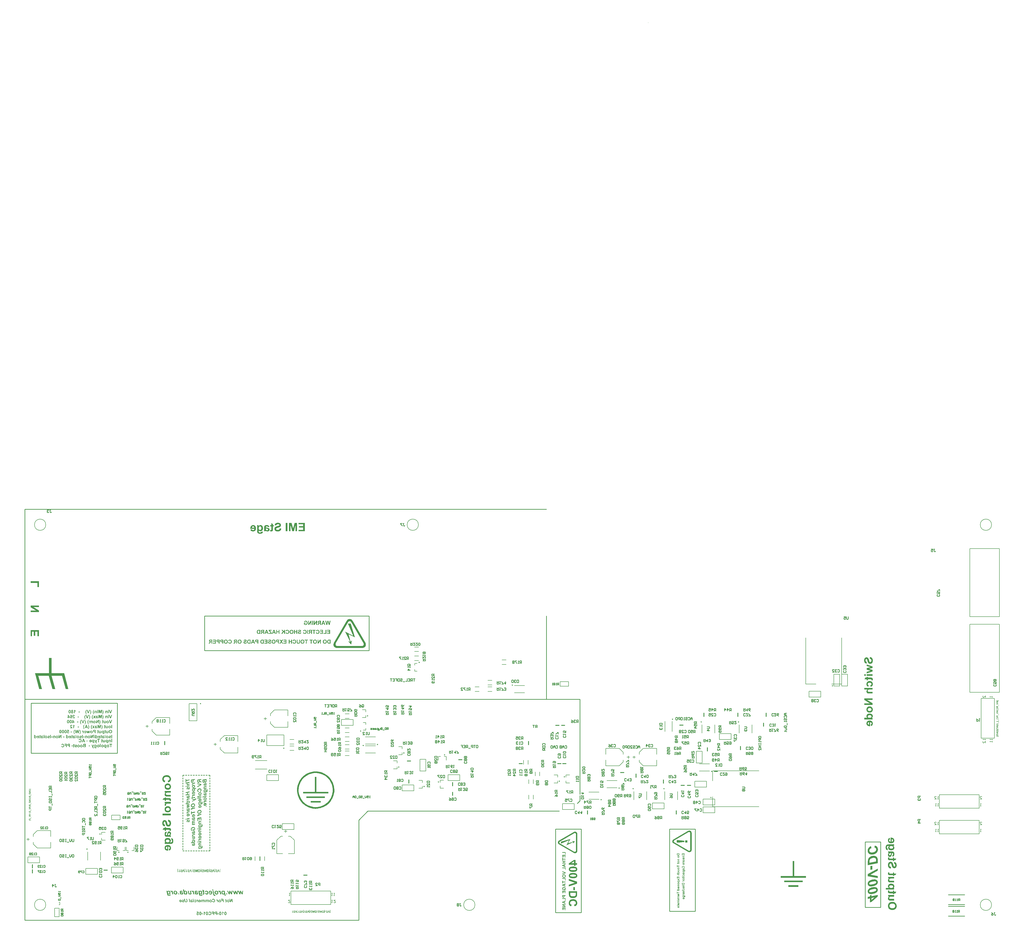
<source format=gbo>
G04*
G04 #@! TF.GenerationSoftware,Altium Limited,Altium Designer,21.0.8 (223)*
G04*
G04 Layer_Color=32896*
%FSLAX25Y25*%
%MOIN*%
G70*
G04*
G04 #@! TF.SameCoordinates,25456EFB-2C31-4187-B196-1A8B2555FDEC*
G04*
G04*
G04 #@! TF.FilePolarity,Positive*
G04*
G01*
G75*
%ADD10C,0.00984*%
%ADD11C,0.00787*%
%ADD12C,0.01000*%
%ADD15C,0.00800*%
%ADD16C,0.01200*%
%ADD18C,0.00600*%
%ADD19C,0.00500*%
%ADD184C,0.00945*%
G36*
X128653Y321435D02*
X127684D01*
Y322331D01*
X128653D01*
Y321435D01*
D02*
G37*
G36*
X112200D02*
X111230D01*
Y322331D01*
X112200D01*
Y321435D01*
D02*
G37*
G36*
X76705Y322193D02*
X76799Y322040D01*
X76902Y321894D01*
X77004Y321777D01*
X77091Y321683D01*
X77171Y321610D01*
X77200Y321581D01*
X77222Y321559D01*
X77237Y321551D01*
X77244Y321544D01*
X77404Y321427D01*
X77558Y321325D01*
X77696Y321245D01*
X77820Y321187D01*
X77922Y321143D01*
X77995Y321107D01*
X78024Y321099D01*
X78046Y321092D01*
X78053Y321085D01*
X78061D01*
Y320210D01*
X77798Y320312D01*
X77565Y320421D01*
X77456Y320480D01*
X77354Y320545D01*
X77259Y320604D01*
X77171Y320662D01*
X77091Y320720D01*
X77018Y320771D01*
X76960Y320815D01*
X76909Y320859D01*
X76865Y320895D01*
X76836Y320917D01*
X76821Y320932D01*
X76814Y320939D01*
Y317287D01*
X75844D01*
Y322360D01*
X76632D01*
X76705Y322193D01*
D02*
G37*
G36*
X118075Y317287D02*
X117135D01*
Y321252D01*
X116144Y317287D01*
X115159D01*
X114168Y321252D01*
X114161Y317287D01*
X113220D01*
Y322331D01*
X114751D01*
X115648Y318883D01*
X116552Y322331D01*
X118075D01*
Y317287D01*
D02*
G37*
G36*
X84490Y318635D02*
X82588D01*
Y319605D01*
X84490D01*
Y318635D01*
D02*
G37*
G36*
X132050Y317287D02*
X130950D01*
X129156Y322331D01*
X130242D01*
X131474Y318599D01*
X132757Y322331D01*
X133858D01*
X132050Y317287D01*
D02*
G37*
G36*
X97970Y317287D02*
X96869D01*
X95076Y322331D01*
X96162D01*
X97394Y318599D01*
X98677Y322331D01*
X99778D01*
X97970Y317287D01*
D02*
G37*
G36*
X128653Y317287D02*
X127684D01*
Y320946D01*
X128653D01*
Y317287D01*
D02*
G37*
G36*
X124731Y321019D02*
X124862Y320997D01*
X124979Y320968D01*
X125096Y320932D01*
X125205Y320881D01*
X125300Y320830D01*
X125395Y320771D01*
X125475Y320720D01*
X125548Y320662D01*
X125613Y320604D01*
X125672Y320553D01*
X125715Y320502D01*
X125752Y320465D01*
X125781Y320436D01*
X125795Y320414D01*
X125803Y320407D01*
Y320946D01*
X126699D01*
Y317287D01*
X125730D01*
Y318934D01*
Y319044D01*
Y319146D01*
X125723Y319240D01*
X125715Y319321D01*
Y319401D01*
X125708Y319466D01*
X125701Y319532D01*
X125694Y319583D01*
X125679Y319671D01*
X125672Y319729D01*
X125657Y319765D01*
Y319773D01*
X125628Y319853D01*
X125584Y319933D01*
X125540Y319991D01*
X125497Y320050D01*
X125453Y320086D01*
X125417Y320123D01*
X125395Y320137D01*
X125387Y320144D01*
X125307Y320188D01*
X125227Y320225D01*
X125154Y320246D01*
X125081Y320268D01*
X125023Y320276D01*
X124979Y320283D01*
X124935D01*
X124862Y320276D01*
X124797Y320268D01*
X124746Y320254D01*
X124695Y320232D01*
X124651Y320210D01*
X124622Y320195D01*
X124607Y320188D01*
X124600Y320181D01*
X124549Y320144D01*
X124513Y320101D01*
X124447Y320013D01*
X124425Y319969D01*
X124410Y319940D01*
X124396Y319918D01*
Y319911D01*
X124381Y319875D01*
X124374Y319831D01*
X124359Y319722D01*
X124345Y319590D01*
X124337Y319466D01*
X124330Y319342D01*
Y319291D01*
Y319240D01*
Y319204D01*
Y319175D01*
Y319153D01*
Y319146D01*
Y317287D01*
X123361D01*
Y319554D01*
Y319707D01*
X123368Y319831D01*
X123375Y319948D01*
X123390Y320035D01*
X123397Y320108D01*
X123412Y320159D01*
X123419Y320195D01*
Y320203D01*
X123441Y320290D01*
X123470Y320363D01*
X123499Y320436D01*
X123536Y320494D01*
X123565Y320545D01*
X123587Y320582D01*
X123601Y320604D01*
X123609Y320611D01*
X123667Y320676D01*
X123732Y320735D01*
X123798Y320786D01*
X123864Y320830D01*
X123922Y320866D01*
X123973Y320888D01*
X124002Y320902D01*
X124017Y320910D01*
X124119Y320946D01*
X124221Y320975D01*
X124316Y320997D01*
X124403Y321012D01*
X124483Y321019D01*
X124549Y321026D01*
X124600D01*
X124731Y321019D01*
D02*
G37*
G36*
X112200Y317287D02*
X111230D01*
Y320946D01*
X112200D01*
Y317287D01*
D02*
G37*
G36*
X108278Y321019D02*
X108409Y320997D01*
X108526Y320968D01*
X108642Y320932D01*
X108751Y320881D01*
X108846Y320830D01*
X108941Y320771D01*
X109021Y320720D01*
X109094Y320662D01*
X109160Y320604D01*
X109218Y320553D01*
X109262Y320502D01*
X109298Y320465D01*
X109327Y320436D01*
X109342Y320414D01*
X109349Y320407D01*
Y320946D01*
X110246D01*
Y317287D01*
X109276D01*
Y318934D01*
Y319044D01*
Y319146D01*
X109269Y319240D01*
X109262Y319321D01*
Y319401D01*
X109255Y319466D01*
X109247Y319532D01*
X109240Y319583D01*
X109225Y319671D01*
X109218Y319729D01*
X109204Y319765D01*
Y319773D01*
X109174Y319853D01*
X109131Y319933D01*
X109087Y319991D01*
X109043Y320050D01*
X108999Y320086D01*
X108963Y320123D01*
X108941Y320137D01*
X108934Y320144D01*
X108854Y320188D01*
X108773Y320225D01*
X108701Y320246D01*
X108628Y320268D01*
X108569Y320276D01*
X108526Y320283D01*
X108482D01*
X108409Y320276D01*
X108343Y320268D01*
X108292Y320254D01*
X108241Y320232D01*
X108197Y320210D01*
X108168Y320195D01*
X108154Y320188D01*
X108146Y320181D01*
X108095Y320144D01*
X108059Y320101D01*
X107993Y320013D01*
X107972Y319969D01*
X107957Y319940D01*
X107942Y319918D01*
Y319911D01*
X107928Y319875D01*
X107921Y319831D01*
X107906Y319722D01*
X107891Y319590D01*
X107884Y319466D01*
X107877Y319342D01*
Y319291D01*
Y319240D01*
Y319204D01*
Y319175D01*
Y319153D01*
Y319146D01*
Y317287D01*
X106907D01*
Y319554D01*
Y319707D01*
X106914Y319831D01*
X106922Y319948D01*
X106936Y320035D01*
X106944Y320108D01*
X106958Y320159D01*
X106965Y320195D01*
Y320203D01*
X106987Y320290D01*
X107017Y320363D01*
X107046Y320436D01*
X107082Y320494D01*
X107111Y320545D01*
X107133Y320582D01*
X107148Y320604D01*
X107155Y320611D01*
X107213Y320676D01*
X107279Y320735D01*
X107344Y320786D01*
X107410Y320830D01*
X107468Y320866D01*
X107519Y320888D01*
X107549Y320902D01*
X107563Y320910D01*
X107665Y320946D01*
X107767Y320975D01*
X107862Y320997D01*
X107950Y321012D01*
X108030Y321019D01*
X108095Y321026D01*
X108146D01*
X108278Y321019D01*
D02*
G37*
G36*
X72899Y322353D02*
X73023Y322346D01*
X73140Y322324D01*
X73249Y322302D01*
X73351Y322273D01*
X73446Y322244D01*
X73526Y322207D01*
X73599Y322178D01*
X73672Y322142D01*
X73730Y322105D01*
X73774Y322076D01*
X73818Y322047D01*
X73847Y322025D01*
X73869Y322003D01*
X73883Y321996D01*
X73891Y321989D01*
X73956Y321916D01*
X74022Y321843D01*
X74073Y321763D01*
X74117Y321690D01*
X74190Y321530D01*
X74233Y321384D01*
X74262Y321252D01*
X74270Y321194D01*
X74277Y321150D01*
X74284Y321107D01*
Y321077D01*
Y321063D01*
Y321056D01*
X74277Y320932D01*
X74255Y320822D01*
X74233Y320713D01*
X74197Y320625D01*
X74168Y320545D01*
X74146Y320494D01*
X74124Y320458D01*
X74117Y320443D01*
X74044Y320349D01*
X73956Y320261D01*
X73869Y320188D01*
X73774Y320123D01*
X73694Y320079D01*
X73628Y320042D01*
X73585Y320020D01*
X73577Y320013D01*
X73570D01*
X73723Y319933D01*
X73854Y319853D01*
X73964Y319765D01*
X74051Y319678D01*
X74124Y319598D01*
X74175Y319539D01*
X74204Y319496D01*
X74212Y319488D01*
Y319481D01*
X74277Y319350D01*
X74328Y319218D01*
X74357Y319087D01*
X74387Y318971D01*
X74401Y318876D01*
X74408Y318796D01*
Y318767D01*
Y318745D01*
Y318730D01*
Y318723D01*
X74401Y318584D01*
X74387Y318460D01*
X74357Y318337D01*
X74321Y318227D01*
X74284Y318118D01*
X74241Y318023D01*
X74190Y317935D01*
X74139Y317855D01*
X74088Y317790D01*
X74037Y317724D01*
X73993Y317673D01*
X73956Y317629D01*
X73920Y317593D01*
X73891Y317571D01*
X73876Y317556D01*
X73869Y317549D01*
X73781Y317483D01*
X73687Y317432D01*
X73592Y317382D01*
X73497Y317345D01*
X73308Y317279D01*
X73125Y317236D01*
X73038Y317221D01*
X72965Y317214D01*
X72899Y317207D01*
X72841Y317199D01*
X72790Y317192D01*
X72724D01*
X72586Y317199D01*
X72462Y317214D01*
X72338Y317236D01*
X72221Y317257D01*
X72119Y317294D01*
X72025Y317330D01*
X71930Y317367D01*
X71850Y317411D01*
X71777Y317454D01*
X71718Y317491D01*
X71660Y317527D01*
X71616Y317564D01*
X71580Y317586D01*
X71558Y317607D01*
X71543Y317622D01*
X71536Y317629D01*
X71456Y317717D01*
X71390Y317804D01*
X71325Y317899D01*
X71274Y317994D01*
X71230Y318089D01*
X71193Y318183D01*
X71142Y318366D01*
X71121Y318446D01*
X71106Y318519D01*
X71099Y318592D01*
X71091Y318650D01*
X71084Y318701D01*
Y318737D01*
Y318759D01*
Y318767D01*
X71091Y318920D01*
X71121Y319058D01*
X71150Y319189D01*
X71193Y319299D01*
X71230Y319386D01*
X71266Y319452D01*
X71295Y319496D01*
X71303Y319510D01*
X71390Y319627D01*
X71492Y319729D01*
X71602Y319816D01*
X71704Y319882D01*
X71798Y319940D01*
X71871Y319984D01*
X71901Y319999D01*
X71922Y320006D01*
X71937Y320013D01*
X71944D01*
X71828Y320072D01*
X71726Y320137D01*
X71638Y320203D01*
X71565Y320276D01*
X71507Y320334D01*
X71470Y320385D01*
X71441Y320414D01*
X71434Y320429D01*
X71368Y320538D01*
X71325Y320647D01*
X71288Y320749D01*
X71266Y320844D01*
X71252Y320932D01*
X71245Y320997D01*
Y321041D01*
Y321048D01*
Y321056D01*
X71252Y321158D01*
X71259Y321260D01*
X71310Y321442D01*
X71368Y321595D01*
X71441Y321734D01*
X71522Y321843D01*
X71551Y321887D01*
X71580Y321923D01*
X71609Y321952D01*
X71631Y321974D01*
X71638Y321981D01*
X71645Y321989D01*
X71726Y322054D01*
X71806Y322113D01*
X71901Y322164D01*
X71988Y322207D01*
X72178Y322273D01*
X72360Y322317D01*
X72440Y322331D01*
X72520Y322339D01*
X72586Y322346D01*
X72651Y322353D01*
X72695Y322360D01*
X72768D01*
X72899Y322353D01*
D02*
G37*
G36*
X68970D02*
X69094Y322339D01*
X69218Y322309D01*
X69327Y322280D01*
X69429Y322237D01*
X69524Y322193D01*
X69604Y322149D01*
X69684Y322098D01*
X69750Y322047D01*
X69816Y322003D01*
X69867Y321960D01*
X69903Y321916D01*
X69940Y321887D01*
X69961Y321858D01*
X69976Y321843D01*
X69983Y321836D01*
X70071Y321712D01*
X70144Y321566D01*
X70209Y321413D01*
X70268Y321252D01*
X70311Y321085D01*
X70355Y320910D01*
X70384Y320742D01*
X70413Y320574D01*
X70428Y320414D01*
X70443Y320268D01*
X70457Y320130D01*
X70464Y320013D01*
X70472Y319918D01*
Y319846D01*
Y319816D01*
Y319795D01*
Y319787D01*
Y319780D01*
X70464Y319517D01*
X70450Y319277D01*
X70428Y319051D01*
X70399Y318847D01*
X70370Y318665D01*
X70333Y318497D01*
X70289Y318351D01*
X70246Y318220D01*
X70209Y318110D01*
X70165Y318008D01*
X70129Y317928D01*
X70093Y317863D01*
X70071Y317819D01*
X70049Y317782D01*
X70034Y317760D01*
X70027Y317753D01*
X69940Y317651D01*
X69845Y317571D01*
X69750Y317491D01*
X69648Y317432D01*
X69553Y317374D01*
X69451Y317330D01*
X69356Y317294D01*
X69262Y317265D01*
X69174Y317236D01*
X69094Y317221D01*
X69021Y317207D01*
X68963Y317199D01*
X68912D01*
X68868Y317192D01*
X68839D01*
X68708Y317199D01*
X68584Y317214D01*
X68460Y317243D01*
X68350Y317272D01*
X68248Y317309D01*
X68154Y317352D01*
X68073Y317403D01*
X67993Y317454D01*
X67927Y317498D01*
X67862Y317549D01*
X67811Y317593D01*
X67767Y317629D01*
X67738Y317658D01*
X67716Y317688D01*
X67702Y317702D01*
X67694Y317709D01*
X67607Y317833D01*
X67534Y317979D01*
X67461Y318132D01*
X67410Y318300D01*
X67359Y318468D01*
X67322Y318635D01*
X67286Y318810D01*
X67257Y318978D01*
X67242Y319138D01*
X67228Y319284D01*
X67213Y319423D01*
X67206Y319539D01*
X67198Y319634D01*
Y319707D01*
Y319736D01*
Y319758D01*
Y319765D01*
Y319773D01*
X67206Y320035D01*
X67220Y320276D01*
X67242Y320494D01*
X67279Y320698D01*
X67315Y320888D01*
X67352Y321056D01*
X67403Y321209D01*
X67446Y321340D01*
X67490Y321464D01*
X67534Y321559D01*
X67578Y321646D01*
X67614Y321719D01*
X67651Y321770D01*
X67672Y321807D01*
X67687Y321828D01*
X67694Y321836D01*
X67774Y321930D01*
X67862Y322011D01*
X67957Y322076D01*
X68051Y322142D01*
X68146Y322193D01*
X68241Y322229D01*
X68328Y322266D01*
X68423Y322295D01*
X68511Y322317D01*
X68584Y322331D01*
X68656Y322346D01*
X68715Y322353D01*
X68766Y322360D01*
X68839D01*
X68970Y322353D01*
D02*
G37*
G36*
X119628Y322171D02*
X119781Y321916D01*
X119905Y321675D01*
X119964Y321566D01*
X120015Y321457D01*
X120058Y321362D01*
X120102Y321267D01*
X120139Y321187D01*
X120168Y321121D01*
X120189Y321063D01*
X120204Y321026D01*
X120219Y320997D01*
Y320990D01*
X120277Y320822D01*
X120328Y320655D01*
X120415Y320327D01*
X120474Y320006D01*
X120496Y319860D01*
X120510Y319722D01*
X120525Y319590D01*
X120539Y319474D01*
X120547Y319364D01*
Y319277D01*
X120554Y319204D01*
Y319153D01*
Y319124D01*
Y319109D01*
X120539Y318810D01*
X120510Y318511D01*
X120466Y318234D01*
X120445Y318103D01*
X120415Y317979D01*
X120394Y317870D01*
X120372Y317768D01*
X120350Y317680D01*
X120328Y317600D01*
X120306Y317542D01*
X120299Y317491D01*
X120284Y317462D01*
Y317454D01*
X120168Y317141D01*
X120044Y316835D01*
X119971Y316696D01*
X119905Y316558D01*
X119840Y316426D01*
X119774Y316310D01*
X119716Y316200D01*
X119657Y316098D01*
X119606Y316011D01*
X119563Y315938D01*
X119526Y315880D01*
X119497Y315836D01*
X119482Y315807D01*
X119475Y315799D01*
X118812D01*
X118870Y315924D01*
X118921Y316033D01*
X118965Y316142D01*
X119009Y316237D01*
X119045Y316332D01*
X119081Y316412D01*
X119111Y316485D01*
X119140Y316558D01*
X119169Y316616D01*
X119184Y316667D01*
X119205Y316711D01*
X119220Y316747D01*
X119227Y316776D01*
X119235Y316798D01*
X119242Y316806D01*
Y316813D01*
X119307Y317010D01*
X119366Y317207D01*
X119410Y317396D01*
X119453Y317571D01*
X119468Y317644D01*
X119482Y317717D01*
X119497Y317775D01*
X119504Y317826D01*
X119519Y317870D01*
Y317899D01*
X119526Y317921D01*
Y317928D01*
X119563Y318147D01*
X119584Y318358D01*
X119606Y318555D01*
X119614Y318730D01*
X119621Y318810D01*
Y318876D01*
X119628Y318941D01*
Y318993D01*
Y319029D01*
Y319065D01*
Y319080D01*
Y319087D01*
X119621Y319393D01*
X119599Y319678D01*
X119584Y319816D01*
X119570Y319940D01*
X119555Y320064D01*
X119541Y320174D01*
X119526Y320276D01*
X119512Y320363D01*
X119497Y320443D01*
X119482Y320516D01*
X119468Y320567D01*
X119460Y320611D01*
X119453Y320633D01*
Y320640D01*
X119417Y320779D01*
X119373Y320924D01*
X119278Y321223D01*
X119169Y321522D01*
X119118Y321668D01*
X119060Y321807D01*
X119009Y321930D01*
X118965Y322047D01*
X118921Y322156D01*
X118877Y322244D01*
X118848Y322317D01*
X118826Y322375D01*
X118812Y322404D01*
X118804Y322419D01*
X119468D01*
X119628Y322171D01*
D02*
G37*
G36*
X106113Y322229D02*
X106040Y322040D01*
X105967Y321865D01*
X105901Y321697D01*
X105843Y321544D01*
X105792Y321398D01*
X105748Y321260D01*
X105704Y321136D01*
X105668Y321026D01*
X105639Y320924D01*
X105610Y320844D01*
X105595Y320771D01*
X105580Y320713D01*
X105566Y320676D01*
X105559Y320647D01*
Y320640D01*
X105500Y320363D01*
X105456Y320093D01*
X105420Y319831D01*
X105405Y319707D01*
X105398Y319590D01*
X105391Y319481D01*
X105384Y319386D01*
Y319299D01*
X105376Y319226D01*
Y319167D01*
Y319124D01*
Y319095D01*
Y319087D01*
Y318941D01*
X105384Y318796D01*
X105391Y318665D01*
X105398Y318541D01*
X105413Y318446D01*
X105420Y318366D01*
Y318337D01*
X105427Y318315D01*
Y318307D01*
Y318300D01*
X105471Y318016D01*
X105500Y317877D01*
X105522Y317753D01*
X105544Y317644D01*
X105566Y317564D01*
X105573Y317535D01*
Y317513D01*
X105580Y317498D01*
Y317491D01*
X105617Y317338D01*
X105653Y317199D01*
X105690Y317068D01*
X105719Y316959D01*
X105748Y316871D01*
X105770Y316806D01*
X105784Y316762D01*
X105792Y316755D01*
Y316747D01*
X105843Y316616D01*
X105901Y316463D01*
X105967Y316303D01*
X106032Y316149D01*
X106098Y316011D01*
X106120Y315953D01*
X106149Y315902D01*
X106164Y315858D01*
X106178Y315829D01*
X106193Y315807D01*
Y315799D01*
X105522D01*
X105413Y315967D01*
X105318Y316135D01*
X105230Y316302D01*
X105143Y316463D01*
X105070Y316623D01*
X104997Y316769D01*
X104939Y316915D01*
X104880Y317046D01*
X104830Y317170D01*
X104793Y317279D01*
X104757Y317374D01*
X104727Y317462D01*
X104706Y317527D01*
X104691Y317571D01*
X104676Y317607D01*
Y317615D01*
X104604Y317921D01*
X104545Y318205D01*
X104523Y318337D01*
X104509Y318468D01*
X104487Y318584D01*
X104480Y318694D01*
X104472Y318796D01*
X104465Y318891D01*
X104458Y318971D01*
X104450Y319036D01*
Y319087D01*
Y319131D01*
Y319153D01*
Y319160D01*
X104465Y319481D01*
X104494Y319780D01*
X104516Y319926D01*
X104545Y320072D01*
X104567Y320203D01*
X104596Y320319D01*
X104625Y320436D01*
X104647Y320538D01*
X104676Y320625D01*
X104698Y320698D01*
X104713Y320764D01*
X104727Y320808D01*
X104742Y320837D01*
Y320844D01*
X104859Y321150D01*
X104990Y321442D01*
X105055Y321581D01*
X105121Y321704D01*
X105187Y321828D01*
X105252Y321945D01*
X105311Y322047D01*
X105362Y322142D01*
X105413Y322222D01*
X105456Y322288D01*
X105493Y322346D01*
X105522Y322382D01*
X105537Y322412D01*
X105544Y322419D01*
X106200D01*
X106113Y322229D01*
D02*
G37*
G36*
X100827Y322171D02*
X100980Y321916D01*
X101104Y321675D01*
X101163Y321566D01*
X101214Y321457D01*
X101257Y321362D01*
X101301Y321267D01*
X101338Y321187D01*
X101367Y321121D01*
X101389Y321063D01*
X101403Y321026D01*
X101418Y320997D01*
Y320990D01*
X101476Y320822D01*
X101527Y320655D01*
X101615Y320327D01*
X101673Y320006D01*
X101695Y319860D01*
X101709Y319722D01*
X101724Y319590D01*
X101739Y319474D01*
X101746Y319364D01*
Y319277D01*
X101753Y319204D01*
Y319153D01*
Y319124D01*
Y319109D01*
X101739Y318810D01*
X101709Y318511D01*
X101666Y318234D01*
X101644Y318103D01*
X101615Y317979D01*
X101593Y317870D01*
X101571Y317768D01*
X101549Y317680D01*
X101527Y317600D01*
X101505Y317542D01*
X101498Y317491D01*
X101483Y317462D01*
Y317454D01*
X101367Y317141D01*
X101243Y316835D01*
X101170Y316696D01*
X101104Y316558D01*
X101039Y316426D01*
X100973Y316310D01*
X100915Y316200D01*
X100856Y316098D01*
X100805Y316011D01*
X100762Y315938D01*
X100725Y315880D01*
X100696Y315836D01*
X100681Y315807D01*
X100674Y315799D01*
X100011D01*
X100069Y315924D01*
X100120Y316033D01*
X100164Y316142D01*
X100208Y316237D01*
X100244Y316332D01*
X100280Y316412D01*
X100310Y316485D01*
X100339Y316558D01*
X100368Y316616D01*
X100383Y316667D01*
X100405Y316711D01*
X100419Y316747D01*
X100426Y316776D01*
X100434Y316798D01*
X100441Y316806D01*
Y316813D01*
X100506Y317010D01*
X100565Y317207D01*
X100609Y317396D01*
X100652Y317571D01*
X100667Y317644D01*
X100681Y317717D01*
X100696Y317775D01*
X100703Y317826D01*
X100718Y317870D01*
Y317899D01*
X100725Y317921D01*
Y317928D01*
X100762Y318147D01*
X100784Y318358D01*
X100805Y318555D01*
X100813Y318730D01*
X100820Y318810D01*
Y318876D01*
X100827Y318941D01*
Y318992D01*
Y319029D01*
Y319065D01*
Y319080D01*
Y319087D01*
X100820Y319393D01*
X100798Y319678D01*
X100784Y319816D01*
X100769Y319940D01*
X100754Y320064D01*
X100740Y320174D01*
X100725Y320276D01*
X100711Y320363D01*
X100696Y320443D01*
X100681Y320516D01*
X100667Y320567D01*
X100660Y320611D01*
X100652Y320633D01*
Y320640D01*
X100616Y320779D01*
X100572Y320924D01*
X100477Y321223D01*
X100368Y321522D01*
X100317Y321668D01*
X100259Y321807D01*
X100208Y321930D01*
X100164Y322047D01*
X100120Y322156D01*
X100076Y322244D01*
X100047Y322317D01*
X100025Y322375D01*
X100011Y322404D01*
X100004Y322419D01*
X100667D01*
X100827Y322171D01*
D02*
G37*
G36*
X94755Y322229D02*
X94682Y322040D01*
X94609Y321865D01*
X94543Y321697D01*
X94485Y321544D01*
X94434Y321398D01*
X94390Y321260D01*
X94346Y321136D01*
X94310Y321026D01*
X94281Y320924D01*
X94252Y320844D01*
X94237Y320771D01*
X94222Y320713D01*
X94208Y320676D01*
X94201Y320647D01*
Y320640D01*
X94142Y320363D01*
X94099Y320093D01*
X94062Y319831D01*
X94048Y319707D01*
X94040Y319590D01*
X94033Y319481D01*
X94026Y319386D01*
Y319299D01*
X94018Y319226D01*
Y319167D01*
Y319124D01*
Y319095D01*
Y319087D01*
Y318941D01*
X94026Y318796D01*
X94033Y318665D01*
X94040Y318541D01*
X94055Y318446D01*
X94062Y318366D01*
Y318337D01*
X94069Y318315D01*
Y318307D01*
Y318300D01*
X94113Y318016D01*
X94142Y317877D01*
X94164Y317753D01*
X94186Y317644D01*
X94208Y317564D01*
X94215Y317534D01*
Y317513D01*
X94222Y317498D01*
Y317491D01*
X94259Y317338D01*
X94295Y317199D01*
X94332Y317068D01*
X94361Y316959D01*
X94390Y316871D01*
X94412Y316806D01*
X94427Y316762D01*
X94434Y316755D01*
Y316747D01*
X94485Y316616D01*
X94543Y316463D01*
X94609Y316302D01*
X94674Y316149D01*
X94740Y316011D01*
X94762Y315953D01*
X94791Y315902D01*
X94806Y315858D01*
X94820Y315829D01*
X94835Y315807D01*
Y315799D01*
X94164D01*
X94055Y315967D01*
X93960Y316135D01*
X93873Y316302D01*
X93785Y316463D01*
X93712Y316623D01*
X93639Y316769D01*
X93581Y316915D01*
X93523Y317046D01*
X93472Y317170D01*
X93435Y317279D01*
X93399Y317374D01*
X93370Y317462D01*
X93348Y317527D01*
X93333Y317571D01*
X93319Y317607D01*
Y317615D01*
X93246Y317921D01*
X93187Y318205D01*
X93165Y318337D01*
X93151Y318468D01*
X93129Y318584D01*
X93122Y318694D01*
X93115Y318796D01*
X93107Y318891D01*
X93100Y318971D01*
X93093Y319036D01*
Y319087D01*
Y319131D01*
Y319153D01*
Y319160D01*
X93107Y319481D01*
X93136Y319780D01*
X93158Y319926D01*
X93187Y320072D01*
X93209Y320203D01*
X93238Y320319D01*
X93268Y320436D01*
X93289Y320538D01*
X93319Y320625D01*
X93340Y320698D01*
X93355Y320764D01*
X93370Y320808D01*
X93384Y320837D01*
Y320844D01*
X93501Y321150D01*
X93632Y321442D01*
X93698Y321581D01*
X93763Y321704D01*
X93829Y321828D01*
X93894Y321945D01*
X93953Y322047D01*
X94004Y322142D01*
X94055Y322222D01*
X94099Y322288D01*
X94135Y322346D01*
X94164Y322382D01*
X94179Y322412D01*
X94186Y322419D01*
X94842D01*
X94755Y322229D01*
D02*
G37*
G36*
X128653Y313806D02*
X127684D01*
Y314703D01*
X128653D01*
Y313806D01*
D02*
G37*
G36*
X75203Y314725D02*
X75320Y314718D01*
X75546Y314681D01*
X75735Y314623D01*
X75823Y314594D01*
X75903Y314557D01*
X75976Y314528D01*
X76034Y314492D01*
X76092Y314462D01*
X76136Y314441D01*
X76173Y314411D01*
X76194Y314397D01*
X76209Y314390D01*
X76216Y314382D01*
X76296Y314310D01*
X76369Y314236D01*
X76435Y314149D01*
X76493Y314054D01*
X76581Y313865D01*
X76654Y313683D01*
X76675Y313588D01*
X76697Y313508D01*
X76719Y313435D01*
X76727Y313369D01*
X76741Y313311D01*
Y313274D01*
X76748Y313245D01*
Y313238D01*
X75786Y313143D01*
X75772Y313289D01*
X75742Y313413D01*
X75713Y313522D01*
X75677Y313602D01*
X75648Y313668D01*
X75618Y313712D01*
X75597Y313741D01*
X75589Y313748D01*
X75516Y313806D01*
X75436Y313850D01*
X75356Y313887D01*
X75276Y313909D01*
X75210Y313923D01*
X75152Y313930D01*
X75101D01*
X74992Y313923D01*
X74897Y313901D01*
X74817Y313872D01*
X74744Y313843D01*
X74693Y313814D01*
X74649Y313785D01*
X74627Y313763D01*
X74620Y313755D01*
X74561Y313683D01*
X74518Y313602D01*
X74489Y313522D01*
X74467Y313442D01*
X74452Y313369D01*
X74445Y313303D01*
Y313267D01*
Y313260D01*
Y313252D01*
X74452Y313143D01*
X74474Y313041D01*
X74510Y312939D01*
X74547Y312852D01*
X74583Y312771D01*
X74620Y312713D01*
X74642Y312677D01*
X74649Y312662D01*
X74678Y312618D01*
X74722Y312567D01*
X74780Y312502D01*
X74838Y312443D01*
X74970Y312305D01*
X75101Y312166D01*
X75232Y312035D01*
X75290Y311977D01*
X75349Y311933D01*
X75393Y311889D01*
X75422Y311860D01*
X75444Y311838D01*
X75451Y311831D01*
X75597Y311692D01*
X75728Y311561D01*
X75852Y311437D01*
X75961Y311328D01*
X76063Y311219D01*
X76151Y311116D01*
X76231Y311029D01*
X76296Y310942D01*
X76355Y310869D01*
X76406Y310803D01*
X76450Y310752D01*
X76479Y310701D01*
X76508Y310672D01*
X76522Y310643D01*
X76537Y310628D01*
Y310621D01*
X76632Y310453D01*
X76705Y310278D01*
X76763Y310118D01*
X76807Y309972D01*
X76836Y309841D01*
X76843Y309790D01*
X76850Y309746D01*
X76858Y309710D01*
X76865Y309680D01*
Y309666D01*
Y309658D01*
X73475D01*
Y310555D01*
X75400D01*
X75341Y310650D01*
X75276Y310730D01*
X75247Y310767D01*
X75225Y310796D01*
X75210Y310810D01*
X75203Y310818D01*
X75174Y310847D01*
X75145Y310883D01*
X75057Y310963D01*
X74962Y311058D01*
X74868Y311153D01*
X74773Y311240D01*
X74693Y311313D01*
X74664Y311342D01*
X74642Y311364D01*
X74627Y311372D01*
X74620Y311379D01*
X74459Y311532D01*
X74328Y311656D01*
X74219Y311772D01*
X74131Y311860D01*
X74066Y311933D01*
X74022Y311984D01*
X73993Y312020D01*
X73985Y312028D01*
X73891Y312152D01*
X73810Y312268D01*
X73745Y312378D01*
X73694Y312472D01*
X73650Y312553D01*
X73621Y312618D01*
X73606Y312655D01*
X73599Y312669D01*
X73555Y312786D01*
X73526Y312902D01*
X73504Y313012D01*
X73490Y313114D01*
X73483Y313194D01*
X73475Y313260D01*
Y313303D01*
Y313318D01*
X73483Y313427D01*
X73497Y313537D01*
X73512Y313639D01*
X73541Y313734D01*
X73614Y313901D01*
X73687Y314047D01*
X73730Y314113D01*
X73767Y314164D01*
X73803Y314215D01*
X73840Y314251D01*
X73869Y314280D01*
X73883Y314310D01*
X73898Y314317D01*
X73905Y314324D01*
X73985Y314397D01*
X74080Y314462D01*
X74168Y314514D01*
X74270Y314557D01*
X74459Y314630D01*
X74649Y314681D01*
X74736Y314696D01*
X74817Y314710D01*
X74889Y314718D01*
X74955Y314725D01*
X75006Y314732D01*
X75079D01*
X75203Y314725D01*
D02*
G37*
G36*
X71128D02*
X71266Y314703D01*
X71405Y314674D01*
X71529Y314637D01*
X71645Y314586D01*
X71762Y314535D01*
X71857Y314477D01*
X71952Y314426D01*
X72032Y314368D01*
X72105Y314310D01*
X72163Y314258D01*
X72214Y314207D01*
X72258Y314171D01*
X72287Y314142D01*
X72302Y314120D01*
X72309Y314113D01*
X72396Y313989D01*
X72477Y313850D01*
X72542Y313697D01*
X72600Y313544D01*
X72651Y313376D01*
X72695Y313209D01*
X72732Y313041D01*
X72754Y312881D01*
X72775Y312727D01*
X72790Y312582D01*
X72804Y312451D01*
X72812Y312334D01*
X72819Y312239D01*
Y312166D01*
Y312144D01*
Y312122D01*
Y312115D01*
Y312108D01*
X72812Y311860D01*
X72797Y311634D01*
X72775Y311423D01*
X72739Y311233D01*
X72702Y311051D01*
X72666Y310890D01*
X72622Y310752D01*
X72571Y310621D01*
X72527Y310511D01*
X72484Y310417D01*
X72447Y310336D01*
X72404Y310271D01*
X72374Y310220D01*
X72352Y310183D01*
X72338Y310161D01*
X72331Y310154D01*
X72236Y310052D01*
X72134Y309957D01*
X72032Y309877D01*
X71922Y309811D01*
X71820Y309753D01*
X71711Y309710D01*
X71609Y309666D01*
X71514Y309637D01*
X71419Y309615D01*
X71339Y309593D01*
X71259Y309585D01*
X71193Y309571D01*
X71142D01*
X71106Y309564D01*
X71070D01*
X70938Y309571D01*
X70814Y309585D01*
X70698Y309607D01*
X70588Y309637D01*
X70479Y309673D01*
X70384Y309710D01*
X70297Y309753D01*
X70217Y309797D01*
X70144Y309841D01*
X70085Y309884D01*
X70027Y309921D01*
X69983Y309957D01*
X69947Y309986D01*
X69925Y310008D01*
X69910Y310023D01*
X69903Y310030D01*
X69823Y310118D01*
X69750Y310220D01*
X69692Y310322D01*
X69641Y310424D01*
X69590Y310526D01*
X69553Y310628D01*
X69502Y310832D01*
X69480Y310920D01*
X69466Y311007D01*
X69458Y311080D01*
X69451Y311146D01*
X69444Y311204D01*
Y311240D01*
Y311269D01*
Y311277D01*
X69451Y311415D01*
X69466Y311539D01*
X69488Y311663D01*
X69509Y311772D01*
X69546Y311882D01*
X69582Y311977D01*
X69619Y312071D01*
X69662Y312152D01*
X69706Y312225D01*
X69743Y312290D01*
X69779Y312341D01*
X69816Y312392D01*
X69837Y312429D01*
X69859Y312451D01*
X69874Y312465D01*
X69881Y312472D01*
X69961Y312553D01*
X70049Y312626D01*
X70136Y312691D01*
X70224Y312742D01*
X70311Y312786D01*
X70399Y312822D01*
X70559Y312881D01*
X70632Y312902D01*
X70705Y312917D01*
X70763Y312924D01*
X70814Y312932D01*
X70858Y312939D01*
X70916D01*
X71018Y312932D01*
X71113Y312917D01*
X71201Y312902D01*
X71288Y312873D01*
X71441Y312800D01*
X71573Y312727D01*
X71675Y312647D01*
X71718Y312611D01*
X71755Y312574D01*
X71784Y312545D01*
X71806Y312531D01*
X71813Y312516D01*
X71820Y312509D01*
X71806Y312662D01*
X71791Y312808D01*
X71777Y312939D01*
X71755Y313056D01*
X71733Y313158D01*
X71711Y313252D01*
X71689Y313333D01*
X71660Y313405D01*
X71638Y313471D01*
X71623Y313522D01*
X71602Y313566D01*
X71587Y313595D01*
X71573Y313624D01*
X71558Y313639D01*
X71551Y313653D01*
X71470Y313748D01*
X71383Y313814D01*
X71295Y313865D01*
X71215Y313894D01*
X71142Y313916D01*
X71084Y313923D01*
X71048Y313930D01*
X71033D01*
X70953Y313923D01*
X70873Y313909D01*
X70807Y313887D01*
X70756Y313865D01*
X70712Y313836D01*
X70683Y313814D01*
X70661Y313799D01*
X70654Y313792D01*
X70603Y313734D01*
X70566Y313668D01*
X70530Y313595D01*
X70508Y313529D01*
X70494Y313464D01*
X70479Y313413D01*
X70472Y313384D01*
Y313369D01*
X69539Y313471D01*
X69590Y313690D01*
X69662Y313872D01*
X69743Y314032D01*
X69823Y314171D01*
X69903Y314273D01*
X69932Y314310D01*
X69969Y314346D01*
X69991Y314368D01*
X70012Y314390D01*
X70020Y314404D01*
X70027D01*
X70100Y314462D01*
X70173Y314514D01*
X70333Y314594D01*
X70494Y314652D01*
X70639Y314688D01*
X70771Y314718D01*
X70829Y314725D01*
X70880D01*
X70916Y314732D01*
X70975D01*
X71128Y314725D01*
D02*
G37*
G36*
X107425Y311539D02*
X108744Y309658D01*
X107614D01*
X106863Y310788D01*
X106113Y309658D01*
X104931Y309658D01*
X106280Y311583D01*
X105048Y313318D01*
X106178Y313318D01*
X106863Y312305D01*
X107505Y313318D01*
X108686D01*
X107425Y311539D01*
D02*
G37*
G36*
X111019Y313384D02*
X111135Y313376D01*
X111237Y313354D01*
X111339Y313340D01*
X111427Y313318D01*
X111507Y313289D01*
X111580Y313267D01*
X111638Y313245D01*
X111697Y313216D01*
X111740Y313194D01*
X111784Y313179D01*
X111813Y313158D01*
X111835Y313150D01*
X111843Y313136D01*
X111850D01*
X111974Y313026D01*
X112076Y312902D01*
X112163Y312771D01*
X112236Y312647D01*
X112287Y312531D01*
X112309Y312480D01*
X112324Y312436D01*
X112338Y312400D01*
X112346Y312370D01*
X112353Y312356D01*
Y312349D01*
X111485Y312188D01*
X111449Y312276D01*
X111412Y312349D01*
X111376Y312414D01*
X111332Y312465D01*
X111303Y312502D01*
X111274Y312523D01*
X111259Y312538D01*
X111252Y312545D01*
X111194Y312582D01*
X111128Y312611D01*
X111055Y312626D01*
X110989Y312640D01*
X110931Y312647D01*
X110888Y312655D01*
X110844D01*
X110713Y312647D01*
X110603Y312633D01*
X110516Y312618D01*
X110443Y312596D01*
X110392Y312567D01*
X110355Y312553D01*
X110333Y312538D01*
X110326Y312531D01*
X110275Y312480D01*
X110239Y312421D01*
X110217Y312356D01*
X110195Y312290D01*
X110188Y312225D01*
X110180Y312174D01*
Y312144D01*
Y312130D01*
Y312035D01*
X110231Y312013D01*
X110297Y311991D01*
X110435Y311947D01*
X110596Y311911D01*
X110749Y311875D01*
X110895Y311838D01*
X110960Y311824D01*
X111019Y311816D01*
X111062Y311809D01*
X111099Y311802D01*
X111121Y311794D01*
X111128D01*
X111303Y311758D01*
X111463Y311721D01*
X111595Y311685D01*
X111704Y311649D01*
X111791Y311612D01*
X111850Y311590D01*
X111886Y311576D01*
X111901Y311568D01*
X111996Y311517D01*
X112076Y311459D01*
X112149Y311393D01*
X112200Y311335D01*
X112251Y311284D01*
X112280Y311240D01*
X112302Y311211D01*
X112309Y311197D01*
X112360Y311102D01*
X112397Y311007D01*
X112418Y310920D01*
X112433Y310832D01*
X112448Y310759D01*
X112455Y310701D01*
Y310665D01*
Y310650D01*
X112448Y310562D01*
X112440Y310482D01*
X112404Y310329D01*
X112353Y310198D01*
X112294Y310088D01*
X112236Y310001D01*
X112185Y309935D01*
X112149Y309892D01*
X112134Y309884D01*
Y309877D01*
X112003Y309775D01*
X111857Y309702D01*
X111711Y309651D01*
X111565Y309615D01*
X111442Y309593D01*
X111383Y309585D01*
X111339D01*
X111296Y309578D01*
X111245D01*
X111128Y309585D01*
X111011Y309600D01*
X110909Y309615D01*
X110822Y309637D01*
X110749Y309658D01*
X110691Y309680D01*
X110654Y309688D01*
X110640Y309695D01*
X110538Y309746D01*
X110435Y309797D01*
X110348Y309863D01*
X110268Y309921D01*
X110202Y309972D01*
X110151Y310016D01*
X110122Y310045D01*
X110107Y310052D01*
X110100Y310023D01*
X110086Y309986D01*
X110078Y309957D01*
X110071Y309950D01*
Y309943D01*
X110049Y309877D01*
X110035Y309819D01*
X110020Y309768D01*
X110005Y309731D01*
X109991Y309702D01*
X109984Y309673D01*
X109976Y309666D01*
Y309658D01*
X109021D01*
X109065Y309753D01*
X109101Y309841D01*
X109131Y309921D01*
X109160Y309994D01*
X109174Y310052D01*
X109189Y310103D01*
X109196Y310132D01*
Y310140D01*
X109211Y310234D01*
X109218Y310351D01*
X109233Y310468D01*
Y310584D01*
X109240Y310686D01*
Y310774D01*
Y310810D01*
Y310832D01*
Y310847D01*
Y310854D01*
X109225Y311984D01*
Y312101D01*
X109233Y312203D01*
X109240Y312297D01*
X109247Y312385D01*
X109255Y312465D01*
X109269Y312538D01*
X109276Y312604D01*
X109291Y312655D01*
X109306Y312706D01*
X109313Y312742D01*
X109335Y312808D01*
X109349Y312837D01*
X109357Y312852D01*
X109415Y312932D01*
X109481Y313012D01*
X109553Y313077D01*
X109634Y313136D01*
X109699Y313179D01*
X109757Y313209D01*
X109794Y313230D01*
X109801Y313238D01*
X109809D01*
X109874Y313267D01*
X109940Y313289D01*
X110093Y313333D01*
X110253Y313362D01*
X110406Y313376D01*
X110552Y313391D01*
X110610D01*
X110661Y313398D01*
X110902D01*
X111019Y313384D01*
D02*
G37*
G36*
X118075Y309658D02*
X117135D01*
Y313624D01*
X116144Y309658D01*
X115159D01*
X114168Y313624D01*
X114161Y309658D01*
X113220D01*
Y314703D01*
X114751D01*
X115648Y311255D01*
X116552Y314703D01*
X118075D01*
Y309658D01*
D02*
G37*
G36*
X82916Y311007D02*
X81013D01*
Y311977D01*
X82916D01*
Y311007D01*
D02*
G37*
G36*
X132050Y309658D02*
X130950D01*
X129156Y314703D01*
X130242D01*
X131474Y310971D01*
X132757Y314703D01*
X133858D01*
X132050Y309658D01*
D02*
G37*
G36*
X96395Y309658D02*
X95294D01*
X93501Y314703D01*
X94587D01*
X95819Y310971D01*
X97102Y314703D01*
X98203D01*
X96395Y309658D01*
D02*
G37*
G36*
X128653Y309658D02*
X127684D01*
Y313318D01*
X128653D01*
Y309658D01*
D02*
G37*
G36*
X124731Y313391D02*
X124862Y313369D01*
X124979Y313340D01*
X125096Y313303D01*
X125205Y313252D01*
X125300Y313201D01*
X125395Y313143D01*
X125475Y313092D01*
X125548Y313034D01*
X125613Y312975D01*
X125672Y312924D01*
X125715Y312873D01*
X125752Y312837D01*
X125781Y312808D01*
X125795Y312786D01*
X125803Y312779D01*
Y313318D01*
X126699D01*
Y309658D01*
X125730D01*
Y311306D01*
Y311415D01*
Y311517D01*
X125723Y311612D01*
X125715Y311692D01*
Y311772D01*
X125708Y311838D01*
X125701Y311904D01*
X125694Y311955D01*
X125679Y312042D01*
X125672Y312101D01*
X125657Y312137D01*
Y312144D01*
X125628Y312225D01*
X125584Y312305D01*
X125540Y312363D01*
X125497Y312421D01*
X125453Y312458D01*
X125417Y312494D01*
X125395Y312509D01*
X125387Y312516D01*
X125307Y312560D01*
X125227Y312596D01*
X125154Y312618D01*
X125081Y312640D01*
X125023Y312647D01*
X124979Y312655D01*
X124935D01*
X124862Y312647D01*
X124797Y312640D01*
X124746Y312626D01*
X124695Y312604D01*
X124651Y312582D01*
X124622Y312567D01*
X124607Y312560D01*
X124600Y312553D01*
X124549Y312516D01*
X124513Y312472D01*
X124447Y312385D01*
X124425Y312341D01*
X124410Y312312D01*
X124396Y312290D01*
Y312283D01*
X124381Y312246D01*
X124374Y312203D01*
X124359Y312093D01*
X124345Y311962D01*
X124337Y311838D01*
X124330Y311714D01*
Y311663D01*
Y311612D01*
Y311576D01*
Y311546D01*
Y311525D01*
Y311517D01*
Y309658D01*
X123361D01*
Y311926D01*
Y312079D01*
X123368Y312203D01*
X123375Y312319D01*
X123390Y312407D01*
X123397Y312480D01*
X123412Y312531D01*
X123419Y312567D01*
Y312574D01*
X123441Y312662D01*
X123470Y312735D01*
X123499Y312808D01*
X123536Y312866D01*
X123565Y312917D01*
X123587Y312953D01*
X123601Y312975D01*
X123609Y312983D01*
X123667Y313048D01*
X123732Y313107D01*
X123798Y313158D01*
X123864Y313201D01*
X123922Y313238D01*
X123973Y313260D01*
X124002Y313274D01*
X124017Y313282D01*
X124119Y313318D01*
X124221Y313347D01*
X124316Y313369D01*
X124403Y313384D01*
X124483Y313391D01*
X124549Y313398D01*
X124600D01*
X124731Y313391D01*
D02*
G37*
G36*
X69065Y311510D02*
Y310672D01*
X66994D01*
Y309658D01*
X66061D01*
Y310672D01*
X65434D01*
Y311517D01*
X66061D01*
Y314725D01*
X66878D01*
X69065Y311510D01*
D02*
G37*
G36*
X119628Y314543D02*
X119781Y314288D01*
X119905Y314047D01*
X119964Y313938D01*
X120015Y313828D01*
X120058Y313734D01*
X120102Y313639D01*
X120139Y313559D01*
X120168Y313493D01*
X120189Y313435D01*
X120204Y313398D01*
X120219Y313369D01*
Y313362D01*
X120277Y313194D01*
X120328Y313026D01*
X120415Y312698D01*
X120474Y312378D01*
X120496Y312232D01*
X120510Y312093D01*
X120525Y311962D01*
X120539Y311845D01*
X120547Y311736D01*
Y311649D01*
X120554Y311576D01*
Y311525D01*
Y311495D01*
Y311481D01*
X120539Y311182D01*
X120510Y310883D01*
X120466Y310606D01*
X120445Y310475D01*
X120415Y310351D01*
X120394Y310242D01*
X120372Y310140D01*
X120350Y310052D01*
X120328Y309972D01*
X120306Y309914D01*
X120299Y309863D01*
X120284Y309833D01*
Y309826D01*
X120168Y309513D01*
X120044Y309207D01*
X119971Y309068D01*
X119905Y308929D01*
X119840Y308798D01*
X119774Y308682D01*
X119716Y308572D01*
X119657Y308470D01*
X119606Y308383D01*
X119563Y308310D01*
X119526Y308252D01*
X119497Y308208D01*
X119482Y308179D01*
X119475Y308171D01*
X118812D01*
X118870Y308295D01*
X118921Y308405D01*
X118965Y308514D01*
X119009Y308609D01*
X119045Y308703D01*
X119081Y308784D01*
X119111Y308857D01*
X119140Y308929D01*
X119169Y308988D01*
X119184Y309039D01*
X119205Y309083D01*
X119220Y309119D01*
X119227Y309148D01*
X119235Y309170D01*
X119242Y309177D01*
Y309185D01*
X119307Y309381D01*
X119366Y309578D01*
X119410Y309768D01*
X119453Y309943D01*
X119468Y310016D01*
X119482Y310088D01*
X119497Y310147D01*
X119504Y310198D01*
X119519Y310242D01*
Y310271D01*
X119526Y310293D01*
Y310300D01*
X119563Y310519D01*
X119584Y310730D01*
X119606Y310927D01*
X119614Y311102D01*
X119621Y311182D01*
Y311248D01*
X119628Y311313D01*
Y311364D01*
Y311401D01*
Y311437D01*
Y311452D01*
Y311459D01*
X119621Y311765D01*
X119599Y312050D01*
X119584Y312188D01*
X119570Y312312D01*
X119555Y312436D01*
X119541Y312545D01*
X119526Y312647D01*
X119512Y312735D01*
X119497Y312815D01*
X119482Y312888D01*
X119468Y312939D01*
X119460Y312983D01*
X119453Y313005D01*
Y313012D01*
X119417Y313150D01*
X119373Y313296D01*
X119278Y313595D01*
X119169Y313894D01*
X119118Y314040D01*
X119060Y314178D01*
X119009Y314302D01*
X118965Y314419D01*
X118921Y314528D01*
X118877Y314616D01*
X118848Y314688D01*
X118826Y314747D01*
X118812Y314776D01*
X118804Y314791D01*
X119468D01*
X119628Y314543D01*
D02*
G37*
G36*
X104538Y314601D02*
X104465Y314411D01*
X104392Y314236D01*
X104326Y314069D01*
X104268Y313916D01*
X104217Y313770D01*
X104173Y313632D01*
X104130Y313508D01*
X104093Y313398D01*
X104064Y313296D01*
X104035Y313216D01*
X104020Y313143D01*
X104006Y313085D01*
X103991Y313048D01*
X103984Y313019D01*
Y313012D01*
X103926Y312735D01*
X103882Y312465D01*
X103845Y312203D01*
X103831Y312079D01*
X103823Y311962D01*
X103816Y311853D01*
X103809Y311758D01*
Y311670D01*
X103802Y311598D01*
Y311539D01*
Y311495D01*
Y311466D01*
Y311459D01*
Y311313D01*
X103809Y311168D01*
X103816Y311036D01*
X103823Y310912D01*
X103838Y310818D01*
X103845Y310737D01*
Y310708D01*
X103853Y310686D01*
Y310679D01*
Y310672D01*
X103896Y310387D01*
X103926Y310249D01*
X103947Y310125D01*
X103969Y310016D01*
X103991Y309935D01*
X103998Y309906D01*
Y309884D01*
X104006Y309870D01*
Y309863D01*
X104042Y309710D01*
X104079Y309571D01*
X104115Y309440D01*
X104144Y309330D01*
X104173Y309243D01*
X104195Y309177D01*
X104210Y309134D01*
X104217Y309126D01*
Y309119D01*
X104268Y308988D01*
X104326Y308835D01*
X104392Y308674D01*
X104458Y308521D01*
X104523Y308383D01*
X104545Y308324D01*
X104574Y308273D01*
X104589Y308230D01*
X104604Y308200D01*
X104618Y308179D01*
Y308171D01*
X103947D01*
X103838Y308339D01*
X103743Y308507D01*
X103656Y308674D01*
X103568Y308835D01*
X103495Y308995D01*
X103422Y309141D01*
X103364Y309287D01*
X103306Y309418D01*
X103255Y309542D01*
X103218Y309651D01*
X103182Y309746D01*
X103153Y309833D01*
X103131Y309899D01*
X103116Y309943D01*
X103102Y309979D01*
Y309986D01*
X103029Y310293D01*
X102971Y310577D01*
X102949Y310708D01*
X102934Y310839D01*
X102912Y310956D01*
X102905Y311065D01*
X102898Y311168D01*
X102890Y311262D01*
X102883Y311342D01*
X102876Y311408D01*
Y311459D01*
Y311503D01*
Y311525D01*
Y311532D01*
X102890Y311853D01*
X102919Y312152D01*
X102941Y312297D01*
X102971Y312443D01*
X102992Y312574D01*
X103022Y312691D01*
X103051Y312808D01*
X103073Y312910D01*
X103102Y312997D01*
X103124Y313070D01*
X103138Y313136D01*
X103153Y313179D01*
X103167Y313209D01*
Y313216D01*
X103284Y313522D01*
X103415Y313814D01*
X103481Y313952D01*
X103547Y314076D01*
X103612Y314200D01*
X103678Y314317D01*
X103736Y314419D01*
X103787Y314514D01*
X103838Y314594D01*
X103882Y314659D01*
X103918Y314718D01*
X103947Y314754D01*
X103962Y314783D01*
X103969Y314791D01*
X104625D01*
X104538Y314601D01*
D02*
G37*
G36*
X99253Y314543D02*
X99406Y314288D01*
X99530Y314047D01*
X99588Y313938D01*
X99639Y313828D01*
X99683Y313734D01*
X99726Y313639D01*
X99763Y313559D01*
X99792Y313493D01*
X99814Y313435D01*
X99828Y313398D01*
X99843Y313369D01*
Y313362D01*
X99901Y313194D01*
X99953Y313026D01*
X100040Y312698D01*
X100098Y312378D01*
X100120Y312232D01*
X100135Y312093D01*
X100149Y311962D01*
X100164Y311845D01*
X100171Y311736D01*
Y311649D01*
X100179Y311576D01*
Y311525D01*
Y311495D01*
Y311481D01*
X100164Y311182D01*
X100135Y310883D01*
X100091Y310606D01*
X100069Y310475D01*
X100040Y310351D01*
X100018Y310242D01*
X99996Y310140D01*
X99974Y310052D01*
X99953Y309972D01*
X99931Y309914D01*
X99923Y309863D01*
X99909Y309833D01*
Y309826D01*
X99792Y309513D01*
X99668Y309206D01*
X99595Y309068D01*
X99530Y308929D01*
X99464Y308798D01*
X99398Y308682D01*
X99340Y308572D01*
X99282Y308470D01*
X99231Y308383D01*
X99187Y308310D01*
X99151Y308252D01*
X99121Y308208D01*
X99107Y308179D01*
X99099Y308171D01*
X98436D01*
X98494Y308295D01*
X98545Y308405D01*
X98589Y308514D01*
X98633Y308609D01*
X98669Y308703D01*
X98706Y308784D01*
X98735Y308857D01*
X98764Y308929D01*
X98793Y308988D01*
X98808Y309039D01*
X98830Y309083D01*
X98844Y309119D01*
X98852Y309148D01*
X98859Y309170D01*
X98866Y309177D01*
Y309185D01*
X98932Y309381D01*
X98990Y309578D01*
X99034Y309768D01*
X99078Y309943D01*
X99092Y310016D01*
X99107Y310088D01*
X99121Y310147D01*
X99129Y310198D01*
X99143Y310242D01*
Y310271D01*
X99151Y310293D01*
Y310300D01*
X99187Y310519D01*
X99209Y310730D01*
X99231Y310927D01*
X99238Y311102D01*
X99245Y311182D01*
Y311248D01*
X99253Y311313D01*
Y311364D01*
Y311401D01*
Y311437D01*
Y311452D01*
Y311459D01*
X99245Y311765D01*
X99224Y312050D01*
X99209Y312188D01*
X99194Y312312D01*
X99180Y312436D01*
X99165Y312545D01*
X99151Y312647D01*
X99136Y312735D01*
X99121Y312815D01*
X99107Y312888D01*
X99092Y312939D01*
X99085Y312983D01*
X99078Y313004D01*
Y313012D01*
X99041Y313150D01*
X98997Y313296D01*
X98903Y313595D01*
X98793Y313894D01*
X98742Y314040D01*
X98684Y314178D01*
X98633Y314302D01*
X98589Y314419D01*
X98545Y314528D01*
X98502Y314616D01*
X98473Y314688D01*
X98451Y314747D01*
X98436Y314776D01*
X98429Y314791D01*
X99092D01*
X99253Y314543D01*
D02*
G37*
G36*
X93180Y314601D02*
X93107Y314411D01*
X93034Y314236D01*
X92969Y314069D01*
X92910Y313916D01*
X92859Y313770D01*
X92816Y313632D01*
X92772Y313508D01*
X92735Y313398D01*
X92706Y313296D01*
X92677Y313216D01*
X92663Y313143D01*
X92648Y313085D01*
X92633Y313048D01*
X92626Y313019D01*
Y313012D01*
X92568Y312735D01*
X92524Y312465D01*
X92488Y312203D01*
X92473Y312079D01*
X92466Y311962D01*
X92458Y311853D01*
X92451Y311758D01*
Y311670D01*
X92444Y311598D01*
Y311539D01*
Y311495D01*
Y311466D01*
Y311459D01*
Y311313D01*
X92451Y311168D01*
X92458Y311036D01*
X92466Y310912D01*
X92480Y310818D01*
X92488Y310737D01*
Y310708D01*
X92495Y310686D01*
Y310679D01*
Y310672D01*
X92538Y310387D01*
X92568Y310249D01*
X92590Y310125D01*
X92611Y310016D01*
X92633Y309935D01*
X92641Y309906D01*
Y309884D01*
X92648Y309870D01*
Y309863D01*
X92684Y309710D01*
X92721Y309571D01*
X92757Y309440D01*
X92786Y309330D01*
X92816Y309243D01*
X92837Y309177D01*
X92852Y309134D01*
X92859Y309126D01*
Y309119D01*
X92910Y308988D01*
X92969Y308835D01*
X93034Y308674D01*
X93100Y308521D01*
X93165Y308383D01*
X93187Y308324D01*
X93217Y308273D01*
X93231Y308230D01*
X93246Y308200D01*
X93260Y308179D01*
Y308171D01*
X92590D01*
X92480Y308339D01*
X92386Y308507D01*
X92298Y308674D01*
X92211Y308835D01*
X92138Y308995D01*
X92065Y309141D01*
X92006Y309287D01*
X91948Y309418D01*
X91897Y309542D01*
X91861Y309651D01*
X91824Y309746D01*
X91795Y309833D01*
X91773Y309899D01*
X91759Y309943D01*
X91744Y309979D01*
Y309986D01*
X91671Y310293D01*
X91613Y310577D01*
X91591Y310708D01*
X91576Y310839D01*
X91554Y310956D01*
X91547Y311065D01*
X91540Y311168D01*
X91532Y311262D01*
X91525Y311342D01*
X91518Y311408D01*
Y311459D01*
Y311503D01*
Y311525D01*
Y311532D01*
X91532Y311853D01*
X91562Y312152D01*
X91584Y312297D01*
X91613Y312443D01*
X91635Y312574D01*
X91664Y312691D01*
X91693Y312808D01*
X91715Y312910D01*
X91744Y312997D01*
X91766Y313070D01*
X91780Y313136D01*
X91795Y313179D01*
X91810Y313209D01*
Y313216D01*
X91926Y313522D01*
X92057Y313814D01*
X92123Y313952D01*
X92189Y314076D01*
X92254Y314200D01*
X92320Y314317D01*
X92378Y314419D01*
X92429Y314514D01*
X92480Y314594D01*
X92524Y314659D01*
X92560Y314718D01*
X92590Y314754D01*
X92604Y314783D01*
X92611Y314791D01*
X93268D01*
X93180Y314601D01*
D02*
G37*
G36*
X102147Y305763D02*
X102263Y305748D01*
X102373Y305719D01*
X102482Y305682D01*
X102672Y305588D01*
X102759Y305529D01*
X102839Y305478D01*
X102912Y305427D01*
X102978Y305369D01*
X103029Y305325D01*
X103073Y305281D01*
X103109Y305238D01*
X103138Y305209D01*
X103153Y305194D01*
X103160Y305187D01*
Y305690D01*
X104050D01*
Y302030D01*
X103080D01*
Y303802D01*
Y303984D01*
X103065Y304144D01*
X103058Y304268D01*
X103043Y304378D01*
X103029Y304450D01*
X103022Y304509D01*
X103007Y304545D01*
Y304553D01*
X102971Y304633D01*
X102934Y304706D01*
X102890Y304764D01*
X102847Y304815D01*
X102810Y304851D01*
X102781Y304881D01*
X102759Y304895D01*
X102752Y304902D01*
X102679Y304946D01*
X102613Y304975D01*
X102548Y304997D01*
X102482Y305012D01*
X102431Y305019D01*
X102387Y305026D01*
X102285D01*
X102227Y305012D01*
X102176Y305005D01*
X102132Y304990D01*
X102103Y304975D01*
X102081Y304961D01*
X102067Y304954D01*
X102059Y304946D01*
X102023Y304917D01*
X101986Y304881D01*
X101935Y304800D01*
X101921Y304771D01*
X101906Y304742D01*
X101899Y304720D01*
Y304713D01*
X101892Y304684D01*
X101877Y304640D01*
X101863Y304538D01*
X101855Y304429D01*
X101848Y304312D01*
X101841Y304203D01*
Y304115D01*
Y304079D01*
Y304049D01*
Y304035D01*
Y304028D01*
Y302030D01*
X100871D01*
Y303780D01*
Y303962D01*
X100856Y304115D01*
X100849Y304246D01*
X100835Y304356D01*
X100820Y304436D01*
X100813Y304494D01*
X100798Y304523D01*
Y304538D01*
X100762Y304625D01*
X100725Y304698D01*
X100681Y304757D01*
X100638Y304808D01*
X100601Y304851D01*
X100572Y304881D01*
X100550Y304895D01*
X100543Y304902D01*
X100477Y304946D01*
X100405Y304975D01*
X100339Y304997D01*
X100280Y305012D01*
X100230Y305019D01*
X100193Y305026D01*
X100157D01*
X100062Y305019D01*
X99974Y304997D01*
X99901Y304961D01*
X99843Y304924D01*
X99799Y304881D01*
X99770Y304851D01*
X99748Y304822D01*
X99741Y304815D01*
X99726Y304779D01*
X99705Y304742D01*
X99683Y304640D01*
X99661Y304523D01*
X99654Y304407D01*
X99646Y304297D01*
X99639Y304203D01*
Y304166D01*
Y304137D01*
Y304122D01*
Y304115D01*
Y302030D01*
X98669D01*
Y304363D01*
X98677Y304545D01*
X98684Y304706D01*
X98699Y304837D01*
X98721Y304939D01*
X98742Y305019D01*
X98757Y305077D01*
X98764Y305114D01*
X98772Y305121D01*
X98830Y305238D01*
X98895Y305332D01*
X98968Y305413D01*
X99034Y305486D01*
X99099Y305537D01*
X99151Y305573D01*
X99180Y305595D01*
X99194Y305602D01*
X99304Y305661D01*
X99420Y305697D01*
X99530Y305726D01*
X99639Y305748D01*
X99734Y305763D01*
X99807Y305770D01*
X99872D01*
X99989Y305763D01*
X100098Y305748D01*
X100200Y305726D01*
X100288Y305697D01*
X100361Y305668D01*
X100419Y305646D01*
X100455Y305631D01*
X100470Y305624D01*
X100572Y305566D01*
X100667Y305493D01*
X100754Y305420D01*
X100835Y305347D01*
X100900Y305281D01*
X100944Y305230D01*
X100973Y305194D01*
X100988Y305179D01*
X101053Y305281D01*
X101126Y305376D01*
X101199Y305449D01*
X101265Y305515D01*
X101323Y305566D01*
X101374Y305595D01*
X101403Y305617D01*
X101418Y305624D01*
X101520Y305675D01*
X101622Y305712D01*
X101724Y305733D01*
X101819Y305755D01*
X101899Y305763D01*
X101964Y305770D01*
X102023D01*
X102147Y305763D01*
D02*
G37*
G36*
X113366Y302030D02*
X112426D01*
Y305354D01*
X110377Y302030D01*
X109357D01*
Y307075D01*
X110297D01*
Y303678D01*
X112382Y307075D01*
X113366D01*
Y302030D01*
D02*
G37*
G36*
X82158Y303379D02*
X80255D01*
Y304348D01*
X82158D01*
Y303379D01*
D02*
G37*
G36*
X132050Y302030D02*
X130950D01*
X129156Y307075D01*
X130242D01*
X131474Y303342D01*
X132757Y307075D01*
X133858D01*
X132050Y302030D01*
D02*
G37*
G36*
X89754Y302030D02*
X88653D01*
X86860Y307075D01*
X87946D01*
X89178Y303342D01*
X90461Y307075D01*
X91562D01*
X89754Y302030D01*
D02*
G37*
G36*
X119985Y306419D02*
Y305690D01*
X120430D01*
Y304917D01*
X119985D01*
Y303321D01*
Y303226D01*
Y303146D01*
Y303065D01*
X119978Y303000D01*
Y302883D01*
X119971Y302788D01*
X119964Y302715D01*
Y302672D01*
X119956Y302642D01*
Y302635D01*
X119942Y302555D01*
X119920Y302482D01*
X119898Y302417D01*
X119876Y302365D01*
X119854Y302322D01*
X119840Y302293D01*
X119832Y302271D01*
X119825Y302263D01*
X119781Y302212D01*
X119730Y302169D01*
X119628Y302096D01*
X119584Y302074D01*
X119548Y302052D01*
X119519Y302045D01*
X119512Y302038D01*
X119431Y302008D01*
X119351Y301986D01*
X119271Y301972D01*
X119198Y301965D01*
X119132Y301957D01*
X119081Y301950D01*
X119038D01*
X118885Y301957D01*
X118739Y301972D01*
X118608Y301994D01*
X118498Y302023D01*
X118403Y302045D01*
X118331Y302067D01*
X118287Y302081D01*
X118280Y302088D01*
X118272D01*
X118360Y302839D01*
X118447Y302810D01*
X118527Y302788D01*
X118593Y302774D01*
X118651Y302766D01*
X118695Y302759D01*
X118724Y302752D01*
X118753D01*
X118819Y302759D01*
X118870Y302774D01*
X118899Y302788D01*
X118914Y302796D01*
X118957Y302839D01*
X118979Y302876D01*
X118994Y302905D01*
X119001Y302920D01*
Y302934D01*
X119009Y302963D01*
Y303029D01*
Y303116D01*
X119016Y303204D01*
Y303291D01*
Y303364D01*
Y303393D01*
Y303415D01*
Y303430D01*
Y303437D01*
Y304917D01*
X118352D01*
Y305690D01*
X119016D01*
Y306987D01*
X119985Y306419D01*
D02*
G37*
G36*
X124359Y303372D02*
X124352Y303189D01*
X124337Y303029D01*
X124316Y302890D01*
X124294Y302774D01*
X124272Y302679D01*
X124250Y302613D01*
X124235Y302577D01*
X124228Y302562D01*
X124170Y302460D01*
X124104Y302365D01*
X124039Y302293D01*
X123966Y302227D01*
X123907Y302176D01*
X123849Y302139D01*
X123820Y302118D01*
X123805Y302110D01*
X123696Y302059D01*
X123579Y302016D01*
X123470Y301986D01*
X123361Y301972D01*
X123273Y301957D01*
X123208Y301950D01*
X123142D01*
X123011Y301957D01*
X122887Y301972D01*
X122770Y302001D01*
X122668Y302030D01*
X122581Y302059D01*
X122515Y302088D01*
X122471Y302103D01*
X122457Y302110D01*
X122340Y302176D01*
X122238Y302256D01*
X122143Y302329D01*
X122070Y302409D01*
X122005Y302475D01*
X121961Y302526D01*
X121932Y302562D01*
X121924Y302577D01*
Y302030D01*
X121028D01*
Y305690D01*
X121997D01*
Y304144D01*
Y304006D01*
Y303882D01*
X122005Y303765D01*
X122012Y303663D01*
Y303568D01*
X122019Y303488D01*
X122027Y303423D01*
X122034Y303357D01*
X122041Y303306D01*
X122048Y303270D01*
X122056Y303233D01*
Y303204D01*
X122070Y303167D01*
Y303160D01*
X122099Y303087D01*
X122143Y303022D01*
X122187Y302971D01*
X122231Y302920D01*
X122274Y302876D01*
X122311Y302847D01*
X122333Y302832D01*
X122340Y302825D01*
X122413Y302781D01*
X122493Y302752D01*
X122566Y302723D01*
X122639Y302708D01*
X122697Y302701D01*
X122741Y302694D01*
X122785D01*
X122865Y302701D01*
X122931Y302708D01*
X122996Y302723D01*
X123047Y302745D01*
X123091Y302759D01*
X123120Y302774D01*
X123142Y302781D01*
X123149Y302788D01*
X123200Y302832D01*
X123237Y302876D01*
X123273Y302920D01*
X123295Y302963D01*
X123317Y303007D01*
X123331Y303036D01*
X123339Y303058D01*
Y303065D01*
X123346Y303102D01*
X123353Y303153D01*
X123361Y303218D01*
X123368Y303284D01*
X123375Y303437D01*
X123382Y303605D01*
X123390Y303758D01*
Y303823D01*
Y303882D01*
Y303933D01*
Y303969D01*
Y303998D01*
Y304006D01*
Y305690D01*
X124359D01*
Y303372D01*
D02*
G37*
G36*
X76151Y303882D02*
Y303044D01*
X74080D01*
Y302030D01*
X73147D01*
Y303044D01*
X72520D01*
Y303889D01*
X73147D01*
Y307097D01*
X73964D01*
X76151Y303882D01*
D02*
G37*
G36*
X127188Y305763D02*
X127370Y305733D01*
X127538Y305697D01*
X127684Y305653D01*
X127742Y305624D01*
X127800Y305602D01*
X127851Y305588D01*
X127888Y305566D01*
X127924Y305551D01*
X127946Y305537D01*
X127961Y305529D01*
X127968D01*
X128121Y305427D01*
X128252Y305318D01*
X128369Y305201D01*
X128464Y305092D01*
X128537Y304990D01*
X128595Y304910D01*
X128617Y304881D01*
X128624Y304859D01*
X128639Y304844D01*
Y304837D01*
X128719Y304669D01*
X128770Y304502D01*
X128814Y304348D01*
X128843Y304210D01*
X128857Y304086D01*
X128865Y304035D01*
Y303991D01*
X128872Y303962D01*
Y303933D01*
Y303918D01*
Y303911D01*
X128865Y303685D01*
X128835Y303474D01*
X128799Y303291D01*
X128777Y303211D01*
X128755Y303138D01*
X128733Y303073D01*
X128711Y303014D01*
X128690Y302963D01*
X128675Y302920D01*
X128661Y302883D01*
X128646Y302861D01*
X128639Y302847D01*
Y302839D01*
X128537Y302686D01*
X128427Y302555D01*
X128311Y302438D01*
X128201Y302344D01*
X128099Y302271D01*
X128019Y302220D01*
X127990Y302198D01*
X127968Y302183D01*
X127953Y302176D01*
X127946D01*
X127771Y302103D01*
X127603Y302045D01*
X127443Y302008D01*
X127290Y301979D01*
X127166Y301965D01*
X127115Y301957D01*
X127071D01*
X127035Y301950D01*
X126984D01*
X126831Y301957D01*
X126692Y301972D01*
X126554Y302001D01*
X126430Y302038D01*
X126306Y302074D01*
X126197Y302118D01*
X126094Y302169D01*
X126000Y302220D01*
X125919Y302271D01*
X125847Y302322D01*
X125781Y302365D01*
X125730Y302402D01*
X125686Y302438D01*
X125657Y302468D01*
X125642Y302482D01*
X125635Y302489D01*
X125540Y302599D01*
X125460Y302708D01*
X125387Y302818D01*
X125322Y302934D01*
X125271Y303051D01*
X125227Y303167D01*
X125190Y303277D01*
X125161Y303386D01*
X125139Y303481D01*
X125125Y303576D01*
X125110Y303656D01*
X125103Y303729D01*
X125096Y303787D01*
Y303831D01*
Y303860D01*
Y303867D01*
X125103Y304020D01*
X125118Y304166D01*
X125147Y304297D01*
X125176Y304429D01*
X125220Y304545D01*
X125263Y304662D01*
X125314Y304764D01*
X125358Y304859D01*
X125409Y304939D01*
X125460Y305019D01*
X125504Y305077D01*
X125548Y305136D01*
X125577Y305172D01*
X125606Y305209D01*
X125621Y305223D01*
X125628Y305230D01*
X125730Y305325D01*
X125839Y305405D01*
X125949Y305478D01*
X126065Y305544D01*
X126182Y305595D01*
X126291Y305639D01*
X126401Y305675D01*
X126510Y305704D01*
X126605Y305726D01*
X126699Y305741D01*
X126780Y305755D01*
X126853Y305763D01*
X126911Y305770D01*
X126991D01*
X127188Y305763D01*
D02*
G37*
G36*
X106827D02*
X107009Y305733D01*
X107177Y305697D01*
X107323Y305653D01*
X107381Y305624D01*
X107439Y305602D01*
X107490Y305588D01*
X107527Y305566D01*
X107563Y305551D01*
X107585Y305537D01*
X107600Y305529D01*
X107607D01*
X107760Y305427D01*
X107891Y305318D01*
X108008Y305201D01*
X108103Y305092D01*
X108176Y304990D01*
X108234Y304910D01*
X108256Y304881D01*
X108263Y304859D01*
X108278Y304844D01*
Y304837D01*
X108358Y304669D01*
X108409Y304502D01*
X108453Y304348D01*
X108482Y304210D01*
X108496Y304086D01*
X108504Y304035D01*
Y303991D01*
X108511Y303962D01*
Y303933D01*
Y303918D01*
Y303911D01*
X108504Y303685D01*
X108475Y303474D01*
X108438Y303291D01*
X108416Y303211D01*
X108394Y303138D01*
X108372Y303073D01*
X108351Y303014D01*
X108329Y302963D01*
X108314Y302920D01*
X108300Y302883D01*
X108285Y302861D01*
X108278Y302847D01*
Y302839D01*
X108176Y302686D01*
X108066Y302555D01*
X107950Y302438D01*
X107840Y302344D01*
X107738Y302271D01*
X107658Y302220D01*
X107629Y302198D01*
X107607Y302183D01*
X107592Y302176D01*
X107585D01*
X107410Y302103D01*
X107243Y302045D01*
X107082Y302008D01*
X106929Y301979D01*
X106805Y301965D01*
X106754Y301957D01*
X106710D01*
X106674Y301950D01*
X106623D01*
X106470Y301957D01*
X106331Y301972D01*
X106193Y302001D01*
X106069Y302038D01*
X105945Y302074D01*
X105835Y302118D01*
X105733Y302169D01*
X105639Y302220D01*
X105559Y302271D01*
X105486Y302322D01*
X105420Y302365D01*
X105369Y302402D01*
X105325Y302438D01*
X105296Y302468D01*
X105281Y302482D01*
X105274Y302489D01*
X105179Y302599D01*
X105099Y302708D01*
X105026Y302818D01*
X104961Y302934D01*
X104910Y303051D01*
X104866Y303167D01*
X104830Y303277D01*
X104800Y303386D01*
X104779Y303481D01*
X104764Y303576D01*
X104749Y303656D01*
X104742Y303729D01*
X104735Y303787D01*
Y303831D01*
Y303860D01*
Y303867D01*
X104742Y304020D01*
X104757Y304166D01*
X104786Y304297D01*
X104815Y304429D01*
X104859Y304545D01*
X104902Y304662D01*
X104953Y304764D01*
X104997Y304859D01*
X105048Y304939D01*
X105099Y305019D01*
X105143Y305077D01*
X105187Y305136D01*
X105216Y305172D01*
X105245Y305209D01*
X105260Y305223D01*
X105267Y305230D01*
X105369Y305325D01*
X105478Y305405D01*
X105588Y305478D01*
X105704Y305544D01*
X105821Y305595D01*
X105930Y305639D01*
X106040Y305675D01*
X106149Y305704D01*
X106244Y305726D01*
X106339Y305741D01*
X106419Y305755D01*
X106492Y305763D01*
X106550Y305770D01*
X106630D01*
X106827Y305763D01*
D02*
G37*
G36*
X70559Y307097D02*
X70683Y307082D01*
X70807Y307053D01*
X70916Y307024D01*
X71018Y306980D01*
X71113Y306936D01*
X71193Y306893D01*
X71274Y306842D01*
X71339Y306790D01*
X71405Y306747D01*
X71456Y306703D01*
X71492Y306659D01*
X71529Y306630D01*
X71551Y306601D01*
X71565Y306586D01*
X71573Y306579D01*
X71660Y306455D01*
X71733Y306309D01*
X71798Y306156D01*
X71857Y305996D01*
X71901Y305828D01*
X71944Y305653D01*
X71974Y305486D01*
X72003Y305318D01*
X72017Y305158D01*
X72032Y305012D01*
X72046Y304873D01*
X72054Y304757D01*
X72061Y304662D01*
Y304589D01*
Y304560D01*
Y304538D01*
Y304531D01*
Y304523D01*
X72054Y304261D01*
X72039Y304020D01*
X72017Y303794D01*
X71988Y303590D01*
X71959Y303408D01*
X71922Y303240D01*
X71879Y303095D01*
X71835Y302963D01*
X71798Y302854D01*
X71755Y302752D01*
X71718Y302672D01*
X71682Y302606D01*
X71660Y302562D01*
X71638Y302526D01*
X71623Y302504D01*
X71616Y302497D01*
X71529Y302395D01*
X71434Y302314D01*
X71339Y302234D01*
X71237Y302176D01*
X71142Y302118D01*
X71040Y302074D01*
X70946Y302038D01*
X70851Y302008D01*
X70763Y301979D01*
X70683Y301965D01*
X70610Y301950D01*
X70552Y301943D01*
X70501D01*
X70457Y301935D01*
X70428D01*
X70297Y301943D01*
X70173Y301957D01*
X70049Y301986D01*
X69940Y302016D01*
X69837Y302052D01*
X69743Y302096D01*
X69662Y302147D01*
X69582Y302198D01*
X69517Y302242D01*
X69451Y302293D01*
X69400Y302336D01*
X69356Y302373D01*
X69327Y302402D01*
X69305Y302431D01*
X69291Y302446D01*
X69283Y302453D01*
X69196Y302577D01*
X69123Y302723D01*
X69050Y302876D01*
X68999Y303044D01*
X68948Y303211D01*
X68912Y303379D01*
X68875Y303554D01*
X68846Y303721D01*
X68831Y303882D01*
X68817Y304028D01*
X68802Y304166D01*
X68795Y304283D01*
X68788Y304378D01*
Y304450D01*
Y304480D01*
Y304502D01*
Y304509D01*
Y304516D01*
X68795Y304779D01*
X68810Y305019D01*
X68831Y305238D01*
X68868Y305442D01*
X68904Y305631D01*
X68941Y305799D01*
X68992Y305952D01*
X69036Y306083D01*
X69079Y306207D01*
X69123Y306302D01*
X69167Y306390D01*
X69203Y306463D01*
X69240Y306514D01*
X69262Y306550D01*
X69276Y306572D01*
X69283Y306579D01*
X69364Y306674D01*
X69451Y306754D01*
X69546Y306820D01*
X69641Y306885D01*
X69735Y306936D01*
X69830Y306973D01*
X69918Y307009D01*
X70012Y307038D01*
X70100Y307060D01*
X70173Y307075D01*
X70246Y307089D01*
X70304Y307097D01*
X70355Y307104D01*
X70428D01*
X70559Y307097D01*
D02*
G37*
G36*
X66637D02*
X66761Y307082D01*
X66885Y307053D01*
X66994Y307024D01*
X67097Y306980D01*
X67191Y306936D01*
X67271Y306893D01*
X67352Y306842D01*
X67417Y306790D01*
X67483Y306747D01*
X67534Y306703D01*
X67570Y306659D01*
X67607Y306630D01*
X67629Y306601D01*
X67643Y306586D01*
X67651Y306579D01*
X67738Y306455D01*
X67811Y306309D01*
X67876Y306156D01*
X67935Y305996D01*
X67979Y305828D01*
X68022Y305653D01*
X68051Y305486D01*
X68081Y305318D01*
X68095Y305158D01*
X68110Y305012D01*
X68124Y304873D01*
X68132Y304757D01*
X68139Y304662D01*
Y304589D01*
Y304560D01*
Y304538D01*
Y304531D01*
Y304523D01*
X68132Y304261D01*
X68117Y304020D01*
X68095Y303794D01*
X68066Y303590D01*
X68037Y303408D01*
X68000Y303240D01*
X67957Y303095D01*
X67913Y302963D01*
X67876Y302854D01*
X67833Y302752D01*
X67796Y302672D01*
X67760Y302606D01*
X67738Y302562D01*
X67716Y302526D01*
X67702Y302504D01*
X67694Y302497D01*
X67607Y302395D01*
X67512Y302314D01*
X67417Y302234D01*
X67315Y302176D01*
X67220Y302118D01*
X67118Y302074D01*
X67024Y302038D01*
X66929Y302008D01*
X66841Y301979D01*
X66761Y301965D01*
X66688Y301950D01*
X66630Y301943D01*
X66579D01*
X66535Y301935D01*
X66506D01*
X66375Y301943D01*
X66251Y301957D01*
X66127Y301986D01*
X66018Y302016D01*
X65916Y302052D01*
X65821Y302096D01*
X65741Y302147D01*
X65660Y302198D01*
X65595Y302242D01*
X65529Y302293D01*
X65478Y302336D01*
X65434Y302373D01*
X65405Y302402D01*
X65383Y302431D01*
X65369Y302446D01*
X65361Y302453D01*
X65274Y302577D01*
X65201Y302723D01*
X65128Y302876D01*
X65077Y303044D01*
X65026Y303211D01*
X64990Y303379D01*
X64953Y303554D01*
X64924Y303721D01*
X64909Y303882D01*
X64895Y304028D01*
X64880Y304166D01*
X64873Y304283D01*
X64866Y304378D01*
Y304450D01*
Y304480D01*
Y304502D01*
Y304509D01*
Y304516D01*
X64873Y304779D01*
X64888Y305019D01*
X64909Y305238D01*
X64946Y305442D01*
X64982Y305631D01*
X65019Y305799D01*
X65070Y305952D01*
X65114Y306083D01*
X65157Y306207D01*
X65201Y306302D01*
X65245Y306390D01*
X65281Y306463D01*
X65318Y306514D01*
X65340Y306550D01*
X65354Y306572D01*
X65361Y306579D01*
X65442Y306674D01*
X65529Y306754D01*
X65624Y306820D01*
X65719Y306885D01*
X65813Y306936D01*
X65908Y306973D01*
X65996Y307009D01*
X66090Y307038D01*
X66178Y307060D01*
X66251Y307075D01*
X66324Y307089D01*
X66382Y307097D01*
X66433Y307104D01*
X66506D01*
X66637Y307097D01*
D02*
G37*
G36*
X114933Y306914D02*
X115086Y306659D01*
X115210Y306419D01*
X115269Y306309D01*
X115320Y306200D01*
X115364Y306105D01*
X115407Y306011D01*
X115444Y305930D01*
X115473Y305865D01*
X115495Y305806D01*
X115509Y305770D01*
X115524Y305741D01*
Y305733D01*
X115582Y305566D01*
X115633Y305398D01*
X115721Y305070D01*
X115779Y304749D01*
X115801Y304604D01*
X115815Y304465D01*
X115830Y304334D01*
X115845Y304217D01*
X115852Y304108D01*
Y304020D01*
X115859Y303947D01*
Y303896D01*
Y303867D01*
Y303853D01*
X115845Y303554D01*
X115815Y303255D01*
X115772Y302978D01*
X115750Y302847D01*
X115721Y302723D01*
X115699Y302613D01*
X115677Y302511D01*
X115655Y302424D01*
X115633Y302344D01*
X115611Y302285D01*
X115604Y302234D01*
X115589Y302205D01*
Y302198D01*
X115473Y301884D01*
X115349Y301578D01*
X115276Y301440D01*
X115210Y301301D01*
X115145Y301170D01*
X115079Y301053D01*
X115021Y300944D01*
X114963Y300842D01*
X114912Y300754D01*
X114868Y300681D01*
X114831Y300623D01*
X114802Y300580D01*
X114788Y300550D01*
X114780Y300543D01*
X114117D01*
X114175Y300667D01*
X114226Y300776D01*
X114270Y300886D01*
X114314Y300980D01*
X114350Y301075D01*
X114387Y301155D01*
X114416Y301228D01*
X114445Y301301D01*
X114474Y301360D01*
X114489Y301411D01*
X114511Y301454D01*
X114525Y301491D01*
X114532Y301520D01*
X114540Y301542D01*
X114547Y301549D01*
Y301556D01*
X114613Y301753D01*
X114671Y301950D01*
X114715Y302139D01*
X114759Y302314D01*
X114773Y302387D01*
X114788Y302460D01*
X114802Y302519D01*
X114810Y302570D01*
X114824Y302613D01*
Y302642D01*
X114831Y302664D01*
Y302672D01*
X114868Y302890D01*
X114890Y303102D01*
X114912Y303299D01*
X114919Y303474D01*
X114926Y303554D01*
Y303619D01*
X114933Y303685D01*
Y303736D01*
Y303772D01*
Y303809D01*
Y303823D01*
Y303831D01*
X114926Y304137D01*
X114904Y304421D01*
X114890Y304560D01*
X114875Y304684D01*
X114860Y304808D01*
X114846Y304917D01*
X114831Y305019D01*
X114817Y305107D01*
X114802Y305187D01*
X114788Y305260D01*
X114773Y305311D01*
X114766Y305354D01*
X114759Y305376D01*
Y305384D01*
X114722Y305522D01*
X114678Y305668D01*
X114584Y305967D01*
X114474Y306266D01*
X114423Y306412D01*
X114365Y306550D01*
X114314Y306674D01*
X114270Y306790D01*
X114226Y306900D01*
X114183Y306987D01*
X114153Y307060D01*
X114131Y307119D01*
X114117Y307148D01*
X114110Y307162D01*
X114773D01*
X114933Y306914D01*
D02*
G37*
G36*
X97897Y306973D02*
X97824Y306783D01*
X97751Y306608D01*
X97685Y306441D01*
X97627Y306288D01*
X97576Y306142D01*
X97532Y306003D01*
X97488Y305879D01*
X97452Y305770D01*
X97423Y305668D01*
X97394Y305588D01*
X97379Y305515D01*
X97364Y305456D01*
X97350Y305420D01*
X97343Y305391D01*
Y305384D01*
X97284Y305107D01*
X97241Y304837D01*
X97204Y304574D01*
X97190Y304450D01*
X97182Y304334D01*
X97175Y304224D01*
X97168Y304130D01*
Y304042D01*
X97160Y303969D01*
Y303911D01*
Y303867D01*
Y303838D01*
Y303831D01*
Y303685D01*
X97168Y303539D01*
X97175Y303408D01*
X97182Y303284D01*
X97197Y303189D01*
X97204Y303109D01*
Y303080D01*
X97211Y303058D01*
Y303051D01*
Y303044D01*
X97255Y302759D01*
X97284Y302621D01*
X97306Y302497D01*
X97328Y302387D01*
X97350Y302307D01*
X97357Y302278D01*
Y302256D01*
X97364Y302242D01*
Y302234D01*
X97401Y302081D01*
X97437Y301943D01*
X97474Y301812D01*
X97503Y301702D01*
X97532Y301615D01*
X97554Y301549D01*
X97569Y301505D01*
X97576Y301498D01*
Y301491D01*
X97627Y301360D01*
X97685Y301206D01*
X97751Y301046D01*
X97816Y300893D01*
X97882Y300754D01*
X97904Y300696D01*
X97933Y300645D01*
X97948Y300601D01*
X97962Y300572D01*
X97977Y300550D01*
Y300543D01*
X97306D01*
X97197Y300711D01*
X97102Y300878D01*
X97015Y301046D01*
X96927Y301206D01*
X96854Y301367D01*
X96781Y301513D01*
X96723Y301658D01*
X96665Y301790D01*
X96614Y301913D01*
X96577Y302023D01*
X96541Y302118D01*
X96512Y302205D01*
X96490Y302271D01*
X96475Y302314D01*
X96461Y302351D01*
Y302358D01*
X96388Y302664D01*
X96329Y302949D01*
X96307Y303080D01*
X96293Y303211D01*
X96271Y303328D01*
X96264Y303437D01*
X96256Y303539D01*
X96249Y303634D01*
X96242Y303714D01*
X96235Y303780D01*
Y303831D01*
Y303874D01*
Y303896D01*
Y303904D01*
X96249Y304224D01*
X96278Y304523D01*
X96300Y304669D01*
X96329Y304815D01*
X96351Y304946D01*
X96380Y305063D01*
X96409Y305179D01*
X96431Y305281D01*
X96461Y305369D01*
X96482Y305442D01*
X96497Y305507D01*
X96512Y305551D01*
X96526Y305580D01*
Y305588D01*
X96643Y305894D01*
X96774Y306186D01*
X96840Y306324D01*
X96905Y306448D01*
X96971Y306572D01*
X97036Y306688D01*
X97095Y306790D01*
X97146Y306885D01*
X97197Y306965D01*
X97241Y307031D01*
X97277Y307089D01*
X97306Y307126D01*
X97321Y307155D01*
X97328Y307162D01*
X97984D01*
X97897Y306973D01*
D02*
G37*
G36*
X92611Y306914D02*
X92765Y306659D01*
X92888Y306419D01*
X92947Y306309D01*
X92998Y306200D01*
X93042Y306105D01*
X93085Y306011D01*
X93122Y305930D01*
X93151Y305865D01*
X93173Y305806D01*
X93187Y305770D01*
X93202Y305741D01*
Y305733D01*
X93260Y305566D01*
X93311Y305398D01*
X93399Y305070D01*
X93457Y304749D01*
X93479Y304604D01*
X93493Y304465D01*
X93508Y304334D01*
X93523Y304217D01*
X93530Y304108D01*
Y304020D01*
X93537Y303947D01*
Y303896D01*
Y303867D01*
Y303853D01*
X93523Y303554D01*
X93493Y303255D01*
X93450Y302978D01*
X93428Y302847D01*
X93399Y302723D01*
X93377Y302613D01*
X93355Y302511D01*
X93333Y302424D01*
X93311Y302344D01*
X93289Y302285D01*
X93282Y302234D01*
X93268Y302205D01*
Y302198D01*
X93151Y301884D01*
X93027Y301578D01*
X92954Y301440D01*
X92888Y301301D01*
X92823Y301170D01*
X92757Y301053D01*
X92699Y300944D01*
X92641Y300842D01*
X92590Y300754D01*
X92546Y300681D01*
X92509Y300623D01*
X92480Y300580D01*
X92466Y300550D01*
X92458Y300543D01*
X91795D01*
X91853Y300667D01*
X91904Y300776D01*
X91948Y300886D01*
X91992Y300980D01*
X92028Y301075D01*
X92065Y301155D01*
X92094Y301228D01*
X92123Y301301D01*
X92152Y301360D01*
X92167Y301411D01*
X92189Y301454D01*
X92203Y301491D01*
X92211Y301520D01*
X92218Y301542D01*
X92225Y301549D01*
Y301556D01*
X92291Y301753D01*
X92349Y301950D01*
X92393Y302139D01*
X92436Y302314D01*
X92451Y302387D01*
X92466Y302460D01*
X92480Y302519D01*
X92488Y302570D01*
X92502Y302613D01*
Y302642D01*
X92509Y302664D01*
Y302672D01*
X92546Y302890D01*
X92568Y303102D01*
X92590Y303299D01*
X92597Y303474D01*
X92604Y303554D01*
Y303619D01*
X92611Y303685D01*
Y303736D01*
Y303772D01*
Y303809D01*
Y303823D01*
Y303831D01*
X92604Y304137D01*
X92582Y304421D01*
X92568Y304560D01*
X92553Y304684D01*
X92538Y304808D01*
X92524Y304917D01*
X92509Y305019D01*
X92495Y305107D01*
X92480Y305187D01*
X92466Y305260D01*
X92451Y305311D01*
X92444Y305354D01*
X92436Y305376D01*
Y305384D01*
X92400Y305522D01*
X92356Y305668D01*
X92261Y305967D01*
X92152Y306266D01*
X92101Y306412D01*
X92043Y306550D01*
X91992Y306674D01*
X91948Y306790D01*
X91904Y306900D01*
X91861Y306987D01*
X91831Y307060D01*
X91810Y307119D01*
X91795Y307148D01*
X91788Y307162D01*
X92451D01*
X92611Y306914D01*
D02*
G37*
G36*
X86539Y306973D02*
X86466Y306783D01*
X86393Y306608D01*
X86327Y306441D01*
X86269Y306288D01*
X86218Y306142D01*
X86174Y306003D01*
X86131Y305879D01*
X86094Y305770D01*
X86065Y305668D01*
X86036Y305588D01*
X86021Y305515D01*
X86007Y305456D01*
X85992Y305420D01*
X85985Y305391D01*
Y305384D01*
X85927Y305107D01*
X85883Y304837D01*
X85846Y304574D01*
X85832Y304450D01*
X85825Y304334D01*
X85817Y304224D01*
X85810Y304130D01*
Y304042D01*
X85803Y303969D01*
Y303911D01*
Y303867D01*
Y303838D01*
Y303831D01*
Y303685D01*
X85810Y303539D01*
X85817Y303408D01*
X85825Y303284D01*
X85839Y303189D01*
X85846Y303109D01*
Y303080D01*
X85854Y303058D01*
Y303051D01*
Y303044D01*
X85897Y302759D01*
X85927Y302621D01*
X85948Y302497D01*
X85970Y302387D01*
X85992Y302307D01*
X85999Y302278D01*
Y302256D01*
X86007Y302242D01*
Y302234D01*
X86043Y302081D01*
X86080Y301943D01*
X86116Y301812D01*
X86145Y301702D01*
X86174Y301615D01*
X86196Y301549D01*
X86211Y301505D01*
X86218Y301498D01*
Y301491D01*
X86269Y301360D01*
X86327Y301206D01*
X86393Y301046D01*
X86459Y300893D01*
X86524Y300754D01*
X86546Y300696D01*
X86575Y300645D01*
X86590Y300601D01*
X86604Y300572D01*
X86619Y300550D01*
Y300543D01*
X85948D01*
X85839Y300711D01*
X85744Y300878D01*
X85657Y301046D01*
X85569Y301206D01*
X85496Y301367D01*
X85423Y301513D01*
X85365Y301658D01*
X85307Y301790D01*
X85256Y301913D01*
X85219Y302023D01*
X85183Y302118D01*
X85154Y302205D01*
X85132Y302271D01*
X85117Y302314D01*
X85103Y302351D01*
Y302358D01*
X85030Y302664D01*
X84971Y302949D01*
X84950Y303080D01*
X84935Y303211D01*
X84913Y303328D01*
X84906Y303437D01*
X84899Y303539D01*
X84891Y303634D01*
X84884Y303714D01*
X84877Y303780D01*
Y303831D01*
Y303874D01*
Y303896D01*
Y303904D01*
X84891Y304224D01*
X84921Y304523D01*
X84942Y304669D01*
X84971Y304815D01*
X84993Y304946D01*
X85023Y305063D01*
X85052Y305179D01*
X85074Y305281D01*
X85103Y305369D01*
X85125Y305442D01*
X85139Y305507D01*
X85154Y305551D01*
X85168Y305580D01*
Y305588D01*
X85285Y305894D01*
X85416Y306186D01*
X85482Y306324D01*
X85547Y306448D01*
X85613Y306572D01*
X85679Y306688D01*
X85737Y306790D01*
X85788Y306885D01*
X85839Y306965D01*
X85883Y307031D01*
X85919Y307089D01*
X85948Y307126D01*
X85963Y307155D01*
X85970Y307162D01*
X86626D01*
X86539Y306973D01*
D02*
G37*
G36*
X71383Y299468D02*
X71500Y299461D01*
X71726Y299425D01*
X71915Y299366D01*
X72003Y299337D01*
X72083Y299301D01*
X72156Y299272D01*
X72214Y299235D01*
X72272Y299206D01*
X72316Y299184D01*
X72352Y299155D01*
X72374Y299140D01*
X72389Y299133D01*
X72396Y299126D01*
X72477Y299053D01*
X72549Y298980D01*
X72615Y298892D01*
X72673Y298798D01*
X72761Y298608D01*
X72834Y298426D01*
X72856Y298331D01*
X72877Y298251D01*
X72899Y298178D01*
X72907Y298113D01*
X72921Y298054D01*
Y298018D01*
X72928Y297989D01*
Y297981D01*
X71966Y297886D01*
X71952Y298032D01*
X71922Y298156D01*
X71893Y298266D01*
X71857Y298346D01*
X71828Y298411D01*
X71798Y298455D01*
X71777Y298484D01*
X71769Y298492D01*
X71696Y298550D01*
X71616Y298594D01*
X71536Y298630D01*
X71456Y298652D01*
X71390Y298667D01*
X71332Y298674D01*
X71281D01*
X71172Y298667D01*
X71077Y298645D01*
X70997Y298616D01*
X70924Y298586D01*
X70873Y298557D01*
X70829Y298528D01*
X70807Y298506D01*
X70800Y298499D01*
X70741Y298426D01*
X70698Y298346D01*
X70669Y298266D01*
X70647Y298185D01*
X70632Y298113D01*
X70625Y298047D01*
Y298010D01*
Y298003D01*
Y297996D01*
X70632Y297886D01*
X70654Y297784D01*
X70690Y297682D01*
X70727Y297595D01*
X70763Y297515D01*
X70800Y297456D01*
X70822Y297420D01*
X70829Y297405D01*
X70858Y297362D01*
X70902Y297311D01*
X70960Y297245D01*
X71018Y297187D01*
X71150Y297048D01*
X71281Y296910D01*
X71412Y296778D01*
X71470Y296720D01*
X71529Y296676D01*
X71573Y296633D01*
X71602Y296603D01*
X71623Y296582D01*
X71631Y296574D01*
X71777Y296436D01*
X71908Y296305D01*
X72032Y296181D01*
X72141Y296071D01*
X72243Y295962D01*
X72331Y295860D01*
X72411Y295772D01*
X72477Y295685D01*
X72535Y295612D01*
X72586Y295546D01*
X72630Y295495D01*
X72659Y295444D01*
X72688Y295415D01*
X72702Y295386D01*
X72717Y295372D01*
Y295364D01*
X72812Y295197D01*
X72885Y295022D01*
X72943Y294861D01*
X72987Y294715D01*
X73016Y294584D01*
X73023Y294533D01*
X73031Y294489D01*
X73038Y294453D01*
X73045Y294424D01*
Y294409D01*
Y294402D01*
X69655D01*
Y295299D01*
X71580D01*
X71522Y295393D01*
X71456Y295474D01*
X71427Y295510D01*
X71405Y295539D01*
X71390Y295554D01*
X71383Y295561D01*
X71354Y295590D01*
X71325Y295627D01*
X71237Y295707D01*
X71142Y295802D01*
X71048Y295896D01*
X70953Y295984D01*
X70873Y296057D01*
X70843Y296086D01*
X70822Y296108D01*
X70807Y296115D01*
X70800Y296122D01*
X70639Y296275D01*
X70508Y296399D01*
X70399Y296516D01*
X70311Y296603D01*
X70246Y296676D01*
X70202Y296727D01*
X70173Y296764D01*
X70165Y296771D01*
X70071Y296895D01*
X69991Y297012D01*
X69925Y297121D01*
X69874Y297216D01*
X69830Y297296D01*
X69801Y297362D01*
X69787Y297398D01*
X69779Y297413D01*
X69735Y297529D01*
X69706Y297646D01*
X69684Y297755D01*
X69670Y297857D01*
X69662Y297938D01*
X69655Y298003D01*
Y298047D01*
Y298061D01*
X69662Y298171D01*
X69677Y298280D01*
X69692Y298382D01*
X69721Y298477D01*
X69794Y298645D01*
X69867Y298791D01*
X69910Y298856D01*
X69947Y298907D01*
X69983Y298958D01*
X70020Y298995D01*
X70049Y299024D01*
X70064Y299053D01*
X70078Y299060D01*
X70085Y299067D01*
X70165Y299140D01*
X70260Y299206D01*
X70348Y299257D01*
X70450Y299301D01*
X70639Y299374D01*
X70829Y299425D01*
X70916Y299439D01*
X70997Y299454D01*
X71070Y299461D01*
X71135Y299468D01*
X71186Y299476D01*
X71259D01*
X71383Y299468D01*
D02*
G37*
G36*
X75232Y299308D02*
X75327Y299155D01*
X75429Y299009D01*
X75531Y298892D01*
X75618Y298798D01*
X75699Y298725D01*
X75728Y298696D01*
X75750Y298674D01*
X75764Y298667D01*
X75772Y298659D01*
X75932Y298543D01*
X76085Y298441D01*
X76223Y298360D01*
X76348Y298302D01*
X76450Y298258D01*
X76522Y298222D01*
X76552Y298215D01*
X76573Y298207D01*
X76581Y298200D01*
X76588D01*
Y297325D01*
X76326Y297427D01*
X76092Y297537D01*
X75983Y297595D01*
X75881Y297660D01*
X75786Y297719D01*
X75699Y297777D01*
X75618Y297835D01*
X75546Y297886D01*
X75487Y297930D01*
X75436Y297974D01*
X75393Y298010D01*
X75363Y298032D01*
X75349Y298047D01*
X75341Y298054D01*
Y294402D01*
X74372D01*
Y299476D01*
X75159D01*
X75232Y299308D01*
D02*
G37*
G36*
X105952Y296283D02*
X107272Y294402D01*
X106142D01*
X105391Y295532D01*
X104640Y294402D01*
X103459D01*
X104808Y296326D01*
X103576Y298061D01*
X104706D01*
X105391Y297048D01*
X106032Y298061D01*
X107213D01*
X105952Y296283D01*
D02*
G37*
G36*
X109546Y298127D02*
X109663Y298120D01*
X109765Y298098D01*
X109867Y298083D01*
X109954Y298061D01*
X110035Y298032D01*
X110107Y298010D01*
X110166Y297989D01*
X110224Y297959D01*
X110268Y297938D01*
X110312Y297923D01*
X110341Y297901D01*
X110363Y297894D01*
X110370Y297879D01*
X110377D01*
X110501Y297770D01*
X110603Y297646D01*
X110691Y297515D01*
X110764Y297391D01*
X110815Y297274D01*
X110836Y297223D01*
X110851Y297179D01*
X110866Y297143D01*
X110873Y297114D01*
X110880Y297099D01*
Y297092D01*
X110013Y296932D01*
X109976Y297019D01*
X109940Y297092D01*
X109903Y297158D01*
X109860Y297209D01*
X109830Y297245D01*
X109801Y297267D01*
X109787Y297282D01*
X109779Y297289D01*
X109721Y297325D01*
X109655Y297354D01*
X109583Y297369D01*
X109517Y297383D01*
X109459Y297391D01*
X109415Y297398D01*
X109371D01*
X109240Y297391D01*
X109131Y297376D01*
X109043Y297362D01*
X108970Y297340D01*
X108919Y297311D01*
X108883Y297296D01*
X108861Y297282D01*
X108854Y297274D01*
X108802Y297223D01*
X108766Y297165D01*
X108744Y297099D01*
X108722Y297034D01*
X108715Y296968D01*
X108708Y296917D01*
Y296888D01*
Y296873D01*
Y296778D01*
X108759Y296757D01*
X108824Y296735D01*
X108963Y296691D01*
X109123Y296655D01*
X109276Y296618D01*
X109422Y296582D01*
X109488Y296567D01*
X109546Y296560D01*
X109590Y296552D01*
X109626Y296545D01*
X109648Y296538D01*
X109655D01*
X109830Y296501D01*
X109991Y296465D01*
X110122Y296428D01*
X110231Y296392D01*
X110319Y296356D01*
X110377Y296334D01*
X110414Y296319D01*
X110428Y296312D01*
X110523Y296261D01*
X110603Y296203D01*
X110676Y296137D01*
X110727Y296079D01*
X110778Y296028D01*
X110807Y295984D01*
X110829Y295955D01*
X110836Y295940D01*
X110888Y295845D01*
X110924Y295751D01*
X110946Y295663D01*
X110960Y295576D01*
X110975Y295503D01*
X110982Y295444D01*
Y295408D01*
Y295393D01*
X110975Y295306D01*
X110968Y295226D01*
X110931Y295073D01*
X110880Y294941D01*
X110822Y294832D01*
X110764Y294744D01*
X110713Y294679D01*
X110676Y294635D01*
X110661Y294628D01*
Y294621D01*
X110530Y294519D01*
X110385Y294446D01*
X110239Y294395D01*
X110093Y294358D01*
X109969Y294336D01*
X109911Y294329D01*
X109867D01*
X109823Y294322D01*
X109772D01*
X109655Y294329D01*
X109539Y294344D01*
X109437Y294358D01*
X109349Y294380D01*
X109276Y294402D01*
X109218Y294424D01*
X109182Y294431D01*
X109167Y294438D01*
X109065Y294489D01*
X108963Y294540D01*
X108875Y294606D01*
X108795Y294664D01*
X108730Y294715D01*
X108679Y294759D01*
X108650Y294788D01*
X108635Y294796D01*
X108628Y294766D01*
X108613Y294730D01*
X108606Y294701D01*
X108598Y294693D01*
Y294686D01*
X108577Y294621D01*
X108562Y294562D01*
X108547Y294511D01*
X108533Y294475D01*
X108518Y294446D01*
X108511Y294416D01*
X108504Y294409D01*
Y294402D01*
X107549D01*
X107592Y294497D01*
X107629Y294584D01*
X107658Y294664D01*
X107687Y294737D01*
X107702Y294796D01*
X107716Y294847D01*
X107724Y294876D01*
Y294883D01*
X107738Y294978D01*
X107746Y295094D01*
X107760Y295211D01*
Y295328D01*
X107767Y295430D01*
Y295517D01*
Y295554D01*
Y295576D01*
Y295590D01*
Y295598D01*
X107753Y296727D01*
Y296844D01*
X107760Y296946D01*
X107767Y297041D01*
X107775Y297128D01*
X107782Y297209D01*
X107797Y297282D01*
X107804Y297347D01*
X107818Y297398D01*
X107833Y297449D01*
X107840Y297486D01*
X107862Y297551D01*
X107877Y297580D01*
X107884Y297595D01*
X107942Y297675D01*
X108008Y297755D01*
X108081Y297821D01*
X108161Y297879D01*
X108227Y297923D01*
X108285Y297952D01*
X108321Y297974D01*
X108329Y297981D01*
X108336D01*
X108402Y298010D01*
X108467Y298032D01*
X108620Y298076D01*
X108781Y298105D01*
X108934Y298120D01*
X109080Y298134D01*
X109138D01*
X109189Y298142D01*
X109430D01*
X109546Y298127D01*
D02*
G37*
G36*
X116603Y294402D02*
X115662D01*
Y298368D01*
X114671Y294402D01*
X113687D01*
X112695Y298368D01*
X112688Y294402D01*
X111748D01*
Y299447D01*
X113279D01*
X114175Y295998D01*
X115079Y299447D01*
X116603D01*
Y294402D01*
D02*
G37*
G36*
X83018Y295751D02*
X81115D01*
Y296720D01*
X83018D01*
Y295751D01*
D02*
G37*
G36*
X123208Y298791D02*
Y298061D01*
X123652D01*
Y297289D01*
X123208D01*
Y295692D01*
Y295598D01*
Y295517D01*
Y295437D01*
X123200Y295372D01*
Y295255D01*
X123193Y295160D01*
X123186Y295087D01*
Y295043D01*
X123178Y295014D01*
Y295007D01*
X123164Y294927D01*
X123142Y294854D01*
X123120Y294788D01*
X123098Y294737D01*
X123076Y294693D01*
X123062Y294664D01*
X123055Y294642D01*
X123047Y294635D01*
X123003Y294584D01*
X122952Y294540D01*
X122850Y294467D01*
X122807Y294446D01*
X122770Y294424D01*
X122741Y294416D01*
X122734Y294409D01*
X122653Y294380D01*
X122573Y294358D01*
X122493Y294344D01*
X122420Y294336D01*
X122355Y294329D01*
X122304Y294322D01*
X122260D01*
X122107Y294329D01*
X121961Y294344D01*
X121830Y294366D01*
X121720Y294395D01*
X121626Y294416D01*
X121553Y294438D01*
X121509Y294453D01*
X121502Y294460D01*
X121494D01*
X121582Y295211D01*
X121669Y295182D01*
X121750Y295160D01*
X121815Y295146D01*
X121873Y295138D01*
X121917Y295131D01*
X121946Y295124D01*
X121976D01*
X122041Y295131D01*
X122092Y295146D01*
X122121Y295160D01*
X122136Y295167D01*
X122180Y295211D01*
X122202Y295248D01*
X122216Y295277D01*
X122223Y295291D01*
Y295306D01*
X122231Y295335D01*
Y295401D01*
Y295488D01*
X122238Y295576D01*
Y295663D01*
Y295736D01*
Y295765D01*
Y295787D01*
Y295802D01*
Y295809D01*
Y297289D01*
X121575D01*
Y298061D01*
X122238D01*
Y299359D01*
X123208Y298791D01*
D02*
G37*
G36*
X127582Y295743D02*
X127574Y295561D01*
X127560Y295401D01*
X127538Y295262D01*
X127516Y295146D01*
X127494Y295051D01*
X127472Y294985D01*
X127458Y294949D01*
X127450Y294934D01*
X127392Y294832D01*
X127326Y294737D01*
X127261Y294664D01*
X127188Y294599D01*
X127130Y294548D01*
X127071Y294511D01*
X127042Y294489D01*
X127027Y294482D01*
X126918Y294431D01*
X126802Y294387D01*
X126692Y294358D01*
X126583Y294344D01*
X126495Y294329D01*
X126430Y294322D01*
X126364D01*
X126233Y294329D01*
X126109Y294344D01*
X125992Y294373D01*
X125890Y294402D01*
X125803Y294431D01*
X125737Y294460D01*
X125694Y294475D01*
X125679Y294482D01*
X125562Y294548D01*
X125460Y294628D01*
X125365Y294701D01*
X125293Y294781D01*
X125227Y294847D01*
X125183Y294898D01*
X125154Y294934D01*
X125147Y294949D01*
Y294402D01*
X124250D01*
Y298061D01*
X125220D01*
Y296516D01*
Y296377D01*
Y296254D01*
X125227Y296137D01*
X125234Y296035D01*
Y295940D01*
X125241Y295860D01*
X125249Y295794D01*
X125256Y295729D01*
X125263Y295678D01*
X125271Y295641D01*
X125278Y295605D01*
Y295576D01*
X125293Y295539D01*
Y295532D01*
X125322Y295459D01*
X125365Y295393D01*
X125409Y295342D01*
X125453Y295291D01*
X125497Y295248D01*
X125533Y295218D01*
X125555Y295204D01*
X125562Y295197D01*
X125635Y295153D01*
X125715Y295124D01*
X125788Y295094D01*
X125861Y295080D01*
X125919Y295073D01*
X125963Y295065D01*
X126007D01*
X126087Y295073D01*
X126153Y295080D01*
X126218Y295094D01*
X126269Y295116D01*
X126313Y295131D01*
X126342Y295146D01*
X126364Y295153D01*
X126371Y295160D01*
X126423Y295204D01*
X126459Y295248D01*
X126495Y295291D01*
X126517Y295335D01*
X126539Y295379D01*
X126554Y295408D01*
X126561Y295430D01*
Y295437D01*
X126568Y295474D01*
X126576Y295525D01*
X126583Y295590D01*
X126590Y295656D01*
X126597Y295809D01*
X126605Y295977D01*
X126612Y296130D01*
Y296195D01*
Y296254D01*
Y296305D01*
Y296341D01*
Y296370D01*
Y296377D01*
Y298061D01*
X127582D01*
Y295743D01*
D02*
G37*
G36*
X133858Y294402D02*
X132838D01*
Y299447D01*
X133858D01*
Y294402D01*
D02*
G37*
G36*
X96730Y294402D02*
X95651D01*
X95236Y295546D01*
X93209D01*
X92772Y294402D01*
X91671D01*
X93698Y299447D01*
X94777D01*
X96730Y294402D01*
D02*
G37*
G36*
X130410Y298134D02*
X130592Y298105D01*
X130760Y298069D01*
X130906Y298025D01*
X130964Y297996D01*
X131023Y297974D01*
X131073Y297959D01*
X131110Y297938D01*
X131146Y297923D01*
X131168Y297908D01*
X131183Y297901D01*
X131190D01*
X131343Y297799D01*
X131474Y297690D01*
X131591Y297573D01*
X131686Y297464D01*
X131759Y297362D01*
X131817Y297282D01*
X131839Y297252D01*
X131846Y297230D01*
X131861Y297216D01*
Y297209D01*
X131941Y297041D01*
X131992Y296873D01*
X132036Y296720D01*
X132065Y296582D01*
X132080Y296458D01*
X132087Y296407D01*
Y296363D01*
X132094Y296334D01*
Y296305D01*
Y296290D01*
Y296283D01*
X132087Y296057D01*
X132058Y295845D01*
X132021Y295663D01*
X131999Y295583D01*
X131977Y295510D01*
X131956Y295444D01*
X131934Y295386D01*
X131912Y295335D01*
X131897Y295291D01*
X131883Y295255D01*
X131868Y295233D01*
X131861Y295218D01*
Y295211D01*
X131759Y295058D01*
X131649Y294927D01*
X131533Y294810D01*
X131423Y294715D01*
X131321Y294642D01*
X131241Y294591D01*
X131212Y294570D01*
X131190Y294555D01*
X131175Y294548D01*
X131168D01*
X130993Y294475D01*
X130826Y294416D01*
X130665Y294380D01*
X130512Y294351D01*
X130388Y294336D01*
X130337Y294329D01*
X130294D01*
X130257Y294322D01*
X130206D01*
X130053Y294329D01*
X129914Y294344D01*
X129776Y294373D01*
X129652Y294409D01*
X129528Y294446D01*
X129419Y294489D01*
X129317Y294540D01*
X129222Y294591D01*
X129142Y294642D01*
X129069Y294693D01*
X129003Y294737D01*
X128952Y294774D01*
X128908Y294810D01*
X128879Y294839D01*
X128865Y294854D01*
X128857Y294861D01*
X128763Y294970D01*
X128682Y295080D01*
X128610Y295189D01*
X128544Y295306D01*
X128493Y295423D01*
X128449Y295539D01*
X128413Y295649D01*
X128384Y295758D01*
X128362Y295853D01*
X128347Y295947D01*
X128332Y296028D01*
X128325Y296100D01*
X128318Y296159D01*
Y296203D01*
Y296232D01*
Y296239D01*
X128325Y296392D01*
X128340Y296538D01*
X128369Y296669D01*
X128398Y296800D01*
X128442Y296917D01*
X128486Y297034D01*
X128537Y297136D01*
X128580Y297230D01*
X128631Y297311D01*
X128682Y297391D01*
X128726Y297449D01*
X128770Y297508D01*
X128799Y297544D01*
X128828Y297580D01*
X128843Y297595D01*
X128850Y297602D01*
X128952Y297697D01*
X129061Y297777D01*
X129171Y297850D01*
X129287Y297916D01*
X129404Y297967D01*
X129513Y298010D01*
X129623Y298047D01*
X129732Y298076D01*
X129827Y298098D01*
X129922Y298113D01*
X130002Y298127D01*
X130075Y298134D01*
X130133Y298142D01*
X130213D01*
X130410Y298134D01*
D02*
G37*
G36*
X118156Y299286D02*
X118309Y299031D01*
X118433Y298791D01*
X118491Y298681D01*
X118542Y298572D01*
X118586Y298477D01*
X118630Y298382D01*
X118666Y298302D01*
X118695Y298236D01*
X118717Y298178D01*
X118731Y298142D01*
X118746Y298113D01*
Y298105D01*
X118804Y297938D01*
X118855Y297770D01*
X118943Y297442D01*
X119001Y297121D01*
X119023Y296975D01*
X119038Y296837D01*
X119052Y296706D01*
X119067Y296589D01*
X119074Y296480D01*
Y296392D01*
X119081Y296319D01*
Y296268D01*
Y296239D01*
Y296224D01*
X119067Y295925D01*
X119038Y295627D01*
X118994Y295350D01*
X118972Y295218D01*
X118943Y295094D01*
X118921Y294985D01*
X118899Y294883D01*
X118877Y294796D01*
X118855Y294715D01*
X118834Y294657D01*
X118826Y294606D01*
X118812Y294577D01*
Y294570D01*
X118695Y294256D01*
X118571Y293950D01*
X118498Y293811D01*
X118433Y293673D01*
X118367Y293542D01*
X118301Y293425D01*
X118243Y293316D01*
X118185Y293214D01*
X118134Y293126D01*
X118090Y293053D01*
X118053Y292995D01*
X118024Y292951D01*
X118010Y292922D01*
X118002Y292915D01*
X117339D01*
X117397Y293039D01*
X117448Y293148D01*
X117492Y293257D01*
X117536Y293352D01*
X117572Y293447D01*
X117609Y293527D01*
X117638Y293600D01*
X117667Y293673D01*
X117696Y293731D01*
X117711Y293782D01*
X117733Y293826D01*
X117747Y293863D01*
X117755Y293892D01*
X117762Y293914D01*
X117769Y293921D01*
Y293928D01*
X117835Y294125D01*
X117893Y294322D01*
X117937Y294511D01*
X117981Y294686D01*
X117995Y294759D01*
X118010Y294832D01*
X118024Y294890D01*
X118032Y294941D01*
X118046Y294985D01*
Y295014D01*
X118053Y295036D01*
Y295043D01*
X118090Y295262D01*
X118112Y295474D01*
X118134Y295670D01*
X118141Y295845D01*
X118148Y295925D01*
Y295991D01*
X118156Y296057D01*
Y296108D01*
Y296144D01*
Y296181D01*
Y296195D01*
Y296203D01*
X118148Y296509D01*
X118126Y296793D01*
X118112Y296932D01*
X118097Y297056D01*
X118083Y297179D01*
X118068Y297289D01*
X118053Y297391D01*
X118039Y297478D01*
X118024Y297558D01*
X118010Y297631D01*
X117995Y297682D01*
X117988Y297726D01*
X117981Y297748D01*
Y297755D01*
X117944Y297894D01*
X117901Y298040D01*
X117806Y298339D01*
X117696Y298637D01*
X117645Y298783D01*
X117587Y298922D01*
X117536Y299046D01*
X117492Y299162D01*
X117448Y299272D01*
X117405Y299359D01*
X117376Y299432D01*
X117354Y299490D01*
X117339Y299519D01*
X117332Y299534D01*
X117995D01*
X118156Y299286D01*
D02*
G37*
G36*
X103065Y299344D02*
X102992Y299155D01*
X102919Y298980D01*
X102854Y298812D01*
X102796Y298659D01*
X102745Y298514D01*
X102701Y298375D01*
X102657Y298251D01*
X102621Y298142D01*
X102592Y298040D01*
X102562Y297959D01*
X102548Y297886D01*
X102533Y297828D01*
X102519Y297792D01*
X102511Y297763D01*
Y297755D01*
X102453Y297478D01*
X102409Y297209D01*
X102373Y296946D01*
X102358Y296822D01*
X102351Y296706D01*
X102344Y296596D01*
X102336Y296501D01*
Y296414D01*
X102329Y296341D01*
Y296283D01*
Y296239D01*
Y296210D01*
Y296202D01*
Y296057D01*
X102336Y295911D01*
X102344Y295780D01*
X102351Y295656D01*
X102366Y295561D01*
X102373Y295481D01*
Y295452D01*
X102380Y295430D01*
Y295423D01*
Y295415D01*
X102424Y295131D01*
X102453Y294992D01*
X102475Y294868D01*
X102497Y294759D01*
X102519Y294679D01*
X102526Y294650D01*
Y294628D01*
X102533Y294613D01*
Y294606D01*
X102570Y294453D01*
X102606Y294314D01*
X102643Y294183D01*
X102672Y294074D01*
X102701Y293986D01*
X102723Y293921D01*
X102737Y293877D01*
X102745Y293870D01*
Y293862D01*
X102796Y293731D01*
X102854Y293578D01*
X102919Y293418D01*
X102985Y293265D01*
X103051Y293126D01*
X103073Y293068D01*
X103102Y293017D01*
X103116Y292973D01*
X103131Y292944D01*
X103146Y292922D01*
Y292915D01*
X102475D01*
X102366Y293082D01*
X102271Y293250D01*
X102183Y293418D01*
X102096Y293578D01*
X102023Y293739D01*
X101950Y293884D01*
X101892Y294030D01*
X101833Y294161D01*
X101782Y294285D01*
X101746Y294395D01*
X101709Y294489D01*
X101680Y294577D01*
X101658Y294642D01*
X101644Y294686D01*
X101629Y294723D01*
Y294730D01*
X101556Y295036D01*
X101498Y295320D01*
X101476Y295452D01*
X101462Y295583D01*
X101440Y295700D01*
X101432Y295809D01*
X101425Y295911D01*
X101418Y296006D01*
X101410Y296086D01*
X101403Y296151D01*
Y296202D01*
Y296246D01*
Y296268D01*
Y296275D01*
X101418Y296596D01*
X101447Y296895D01*
X101469Y297041D01*
X101498Y297187D01*
X101520Y297318D01*
X101549Y297434D01*
X101578Y297551D01*
X101600Y297653D01*
X101629Y297741D01*
X101651Y297814D01*
X101666Y297879D01*
X101680Y297923D01*
X101695Y297952D01*
Y297959D01*
X101811Y298266D01*
X101943Y298557D01*
X102008Y298696D01*
X102074Y298820D01*
X102139Y298944D01*
X102205Y299060D01*
X102263Y299162D01*
X102314Y299257D01*
X102366Y299337D01*
X102409Y299403D01*
X102446Y299461D01*
X102475Y299498D01*
X102489Y299527D01*
X102497Y299534D01*
X103153D01*
X103065Y299344D01*
D02*
G37*
G36*
X97780Y299286D02*
X97933Y299031D01*
X98057Y298791D01*
X98115Y298681D01*
X98166Y298572D01*
X98210Y298477D01*
X98254Y298382D01*
X98290Y298302D01*
X98320Y298236D01*
X98341Y298178D01*
X98356Y298142D01*
X98371Y298113D01*
Y298105D01*
X98429Y297938D01*
X98480Y297770D01*
X98567Y297442D01*
X98626Y297121D01*
X98648Y296975D01*
X98662Y296837D01*
X98677Y296706D01*
X98691Y296589D01*
X98699Y296480D01*
Y296392D01*
X98706Y296319D01*
Y296268D01*
Y296239D01*
Y296224D01*
X98691Y295925D01*
X98662Y295627D01*
X98618Y295350D01*
X98597Y295218D01*
X98567Y295094D01*
X98545Y294985D01*
X98524Y294883D01*
X98502Y294796D01*
X98480Y294715D01*
X98458Y294657D01*
X98451Y294606D01*
X98436Y294577D01*
Y294570D01*
X98320Y294256D01*
X98196Y293950D01*
X98123Y293811D01*
X98057Y293673D01*
X97992Y293542D01*
X97926Y293425D01*
X97868Y293316D01*
X97809Y293214D01*
X97758Y293126D01*
X97714Y293053D01*
X97678Y292995D01*
X97649Y292951D01*
X97634Y292922D01*
X97627Y292915D01*
X96964D01*
X97022Y293039D01*
X97073Y293148D01*
X97117Y293257D01*
X97160Y293352D01*
X97197Y293447D01*
X97233Y293527D01*
X97263Y293600D01*
X97292Y293673D01*
X97321Y293731D01*
X97335Y293782D01*
X97357Y293826D01*
X97372Y293862D01*
X97379Y293892D01*
X97386Y293914D01*
X97394Y293921D01*
Y293928D01*
X97459Y294125D01*
X97518Y294322D01*
X97561Y294511D01*
X97605Y294686D01*
X97620Y294759D01*
X97634Y294832D01*
X97649Y294890D01*
X97656Y294941D01*
X97671Y294985D01*
Y295014D01*
X97678Y295036D01*
Y295043D01*
X97714Y295262D01*
X97736Y295474D01*
X97758Y295670D01*
X97765Y295845D01*
X97773Y295925D01*
Y295991D01*
X97780Y296057D01*
Y296108D01*
Y296144D01*
Y296181D01*
Y296195D01*
Y296202D01*
X97773Y296509D01*
X97751Y296793D01*
X97736Y296932D01*
X97722Y297056D01*
X97707Y297179D01*
X97693Y297289D01*
X97678Y297391D01*
X97663Y297478D01*
X97649Y297558D01*
X97634Y297631D01*
X97620Y297682D01*
X97612Y297726D01*
X97605Y297748D01*
Y297755D01*
X97569Y297894D01*
X97525Y298040D01*
X97430Y298339D01*
X97321Y298637D01*
X97270Y298783D01*
X97211Y298922D01*
X97160Y299046D01*
X97117Y299162D01*
X97073Y299272D01*
X97029Y299359D01*
X97000Y299432D01*
X96978Y299490D01*
X96964Y299519D01*
X96956Y299534D01*
X97620D01*
X97780Y299286D01*
D02*
G37*
G36*
X91321Y299344D02*
X91248Y299155D01*
X91175Y298980D01*
X91110Y298812D01*
X91051Y298659D01*
X91000Y298514D01*
X90957Y298375D01*
X90913Y298251D01*
X90876Y298142D01*
X90847Y298040D01*
X90818Y297959D01*
X90803Y297886D01*
X90789Y297828D01*
X90774Y297792D01*
X90767Y297763D01*
Y297755D01*
X90709Y297478D01*
X90665Y297209D01*
X90629Y296946D01*
X90614Y296822D01*
X90607Y296706D01*
X90599Y296596D01*
X90592Y296501D01*
Y296414D01*
X90585Y296341D01*
Y296283D01*
Y296239D01*
Y296210D01*
Y296202D01*
Y296057D01*
X90592Y295911D01*
X90599Y295780D01*
X90607Y295656D01*
X90621Y295561D01*
X90629Y295481D01*
Y295452D01*
X90636Y295430D01*
Y295423D01*
Y295415D01*
X90680Y295131D01*
X90709Y294992D01*
X90731Y294868D01*
X90753Y294759D01*
X90774Y294679D01*
X90782Y294650D01*
Y294628D01*
X90789Y294613D01*
Y294606D01*
X90825Y294453D01*
X90862Y294314D01*
X90898Y294183D01*
X90927Y294074D01*
X90957Y293986D01*
X90978Y293921D01*
X90993Y293877D01*
X91000Y293870D01*
Y293862D01*
X91051Y293731D01*
X91110Y293578D01*
X91175Y293418D01*
X91241Y293265D01*
X91307Y293126D01*
X91328Y293068D01*
X91358Y293017D01*
X91372Y292973D01*
X91387Y292944D01*
X91401Y292922D01*
Y292915D01*
X90731D01*
X90621Y293082D01*
X90526Y293250D01*
X90439Y293418D01*
X90351Y293578D01*
X90279Y293739D01*
X90206Y293884D01*
X90147Y294030D01*
X90089Y294161D01*
X90038Y294285D01*
X90002Y294395D01*
X89965Y294489D01*
X89936Y294577D01*
X89914Y294642D01*
X89900Y294686D01*
X89885Y294723D01*
Y294730D01*
X89812Y295036D01*
X89754Y295320D01*
X89732Y295452D01*
X89717Y295583D01*
X89696Y295700D01*
X89688Y295809D01*
X89681Y295911D01*
X89674Y296006D01*
X89666Y296086D01*
X89659Y296151D01*
Y296202D01*
Y296246D01*
Y296268D01*
Y296275D01*
X89674Y296596D01*
X89703Y296895D01*
X89725Y297041D01*
X89754Y297187D01*
X89776Y297318D01*
X89805Y297434D01*
X89834Y297551D01*
X89856Y297653D01*
X89885Y297741D01*
X89907Y297814D01*
X89921Y297879D01*
X89936Y297923D01*
X89951Y297952D01*
Y297959D01*
X90067Y298266D01*
X90198Y298557D01*
X90264Y298696D01*
X90330Y298820D01*
X90395Y298944D01*
X90461Y299060D01*
X90519Y299162D01*
X90570Y299257D01*
X90621Y299337D01*
X90665Y299403D01*
X90702Y299461D01*
X90731Y299498D01*
X90745Y299527D01*
X90753Y299534D01*
X91409D01*
X91321Y299344D01*
D02*
G37*
G36*
X67935Y289114D02*
X67155Y289004D01*
X67089Y289070D01*
X67024Y289128D01*
X66958Y289179D01*
X66892Y289223D01*
X66768Y289289D01*
X66652Y289332D01*
X66550Y289354D01*
X66477Y289369D01*
X66448Y289376D01*
X66404D01*
X66287Y289369D01*
X66178Y289340D01*
X66083Y289303D01*
X66003Y289260D01*
X65945Y289209D01*
X65894Y289172D01*
X65864Y289143D01*
X65857Y289136D01*
X65784Y289041D01*
X65733Y288931D01*
X65697Y288815D01*
X65675Y288698D01*
X65653Y288596D01*
X65646Y288516D01*
Y288479D01*
Y288458D01*
Y288443D01*
Y288436D01*
X65653Y288261D01*
X65675Y288108D01*
X65711Y287984D01*
X65748Y287882D01*
X65791Y287794D01*
X65821Y287736D01*
X65850Y287707D01*
X65857Y287692D01*
X65937Y287612D01*
X66025Y287546D01*
X66112Y287503D01*
X66193Y287474D01*
X66265Y287459D01*
X66324Y287452D01*
X66360Y287444D01*
X66375D01*
X66470Y287452D01*
X66564Y287474D01*
X66645Y287503D01*
X66710Y287539D01*
X66768Y287576D01*
X66812Y287605D01*
X66841Y287627D01*
X66849Y287634D01*
X66914Y287714D01*
X66973Y287794D01*
X67016Y287882D01*
X67045Y287962D01*
X67067Y288035D01*
X67082Y288100D01*
X67089Y288137D01*
Y288152D01*
X68051Y288049D01*
X68030Y287933D01*
X68008Y287823D01*
X67935Y287627D01*
X67855Y287452D01*
X67811Y287379D01*
X67760Y287306D01*
X67716Y287247D01*
X67680Y287196D01*
X67636Y287153D01*
X67607Y287109D01*
X67578Y287080D01*
X67556Y287058D01*
X67541Y287051D01*
X67534Y287043D01*
X67446Y286978D01*
X67359Y286919D01*
X67264Y286868D01*
X67169Y286832D01*
X66973Y286759D01*
X66798Y286715D01*
X66710Y286701D01*
X66637Y286694D01*
X66564Y286686D01*
X66506Y286679D01*
X66455Y286672D01*
X66389D01*
X66229Y286679D01*
X66076Y286701D01*
X65937Y286730D01*
X65806Y286774D01*
X65682Y286825D01*
X65573Y286883D01*
X65471Y286941D01*
X65376Y287007D01*
X65296Y287065D01*
X65223Y287124D01*
X65157Y287182D01*
X65106Y287233D01*
X65070Y287277D01*
X65041Y287306D01*
X65026Y287328D01*
X65019Y287335D01*
X64953Y287430D01*
X64895Y287525D01*
X64851Y287619D01*
X64807Y287721D01*
X64742Y287911D01*
X64698Y288086D01*
X64684Y288159D01*
X64676Y288232D01*
X64662Y288297D01*
Y288356D01*
X64654Y288399D01*
Y288428D01*
Y288450D01*
Y288458D01*
X64662Y288596D01*
X64676Y288727D01*
X64698Y288851D01*
X64727Y288968D01*
X64756Y289070D01*
X64800Y289172D01*
X64837Y289267D01*
X64880Y289347D01*
X64924Y289420D01*
X64960Y289486D01*
X65004Y289544D01*
X65033Y289588D01*
X65062Y289624D01*
X65084Y289653D01*
X65099Y289668D01*
X65106Y289675D01*
X65194Y289755D01*
X65281Y289828D01*
X65376Y289894D01*
X65471Y289952D01*
X65558Y289996D01*
X65653Y290032D01*
X65821Y290091D01*
X65901Y290112D01*
X65974Y290127D01*
X66039Y290134D01*
X66090Y290142D01*
X66134Y290149D01*
X66200D01*
X66324Y290142D01*
X66448Y290120D01*
X66557Y290098D01*
X66659Y290069D01*
X66739Y290032D01*
X66805Y290010D01*
X66849Y289988D01*
X66856Y289981D01*
X66863D01*
X66710Y290842D01*
X64880D01*
Y291745D01*
X67439D01*
X67935Y289114D01*
D02*
G37*
G36*
X82420Y286766D02*
X81312D01*
X80306Y290535D01*
X79315Y286766D01*
X78214D01*
X76996Y291811D01*
X78024D01*
X78797Y288283D01*
X79672Y291811D01*
X80896D01*
X81815Y288341D01*
X82573Y291811D01*
X83616D01*
X82420Y286766D01*
D02*
G37*
G36*
X72280Y288115D02*
X70377D01*
Y289085D01*
X72280D01*
Y288115D01*
D02*
G37*
G36*
X98910Y286766D02*
X97970D01*
X97350Y289114D01*
X96723Y286766D01*
X95790D01*
X94616Y290426D01*
X95571D01*
X96271Y288028D01*
X96876Y290426D01*
X97809D01*
X98443Y288028D01*
X99129Y290426D01*
X100062D01*
X98910Y286766D01*
D02*
G37*
G36*
X123820Y291155D02*
Y290426D01*
X124265D01*
Y289653D01*
X123820D01*
Y288057D01*
Y287962D01*
Y287882D01*
Y287802D01*
X123813Y287736D01*
Y287619D01*
X123805Y287525D01*
X123798Y287452D01*
Y287408D01*
X123791Y287379D01*
Y287371D01*
X123776Y287291D01*
X123754Y287218D01*
X123732Y287153D01*
X123711Y287102D01*
X123689Y287058D01*
X123674Y287029D01*
X123667Y287007D01*
X123660Y287000D01*
X123616Y286949D01*
X123565Y286905D01*
X123463Y286832D01*
X123419Y286810D01*
X123382Y286788D01*
X123353Y286781D01*
X123346Y286774D01*
X123266Y286744D01*
X123186Y286723D01*
X123106Y286708D01*
X123033Y286701D01*
X122967Y286694D01*
X122916Y286686D01*
X122872D01*
X122719Y286694D01*
X122573Y286708D01*
X122442Y286730D01*
X122333Y286759D01*
X122238Y286781D01*
X122165Y286803D01*
X122121Y286817D01*
X122114Y286825D01*
X122107D01*
X122194Y287576D01*
X122282Y287546D01*
X122362Y287525D01*
X122427Y287510D01*
X122486Y287503D01*
X122530Y287495D01*
X122559Y287488D01*
X122588D01*
X122653Y287495D01*
X122705Y287510D01*
X122734Y287525D01*
X122748Y287532D01*
X122792Y287576D01*
X122814Y287612D01*
X122828Y287641D01*
X122836Y287656D01*
Y287670D01*
X122843Y287700D01*
Y287765D01*
Y287853D01*
X122850Y287940D01*
Y288028D01*
Y288100D01*
Y288130D01*
Y288152D01*
Y288166D01*
Y288173D01*
Y289653D01*
X122187D01*
Y290426D01*
X122850D01*
Y291724D01*
X123820Y291155D01*
D02*
G37*
G36*
X112856D02*
Y290426D01*
X113301D01*
Y289653D01*
X112856D01*
Y288057D01*
Y287962D01*
Y287882D01*
Y287802D01*
X112848Y287736D01*
Y287619D01*
X112841Y287525D01*
X112834Y287452D01*
Y287408D01*
X112827Y287379D01*
Y287371D01*
X112812Y287291D01*
X112790Y287218D01*
X112768Y287153D01*
X112746Y287102D01*
X112725Y287058D01*
X112710Y287029D01*
X112703Y287007D01*
X112695Y287000D01*
X112652Y286949D01*
X112601Y286905D01*
X112499Y286832D01*
X112455Y286810D01*
X112418Y286788D01*
X112389Y286781D01*
X112382Y286774D01*
X112302Y286744D01*
X112222Y286723D01*
X112141Y286708D01*
X112068Y286701D01*
X112003Y286694D01*
X111952Y286686D01*
X111908D01*
X111755Y286694D01*
X111609Y286708D01*
X111478Y286730D01*
X111369Y286759D01*
X111274Y286781D01*
X111201Y286803D01*
X111157Y286817D01*
X111150Y286825D01*
X111143D01*
X111230Y287576D01*
X111318Y287546D01*
X111398Y287525D01*
X111463Y287510D01*
X111522Y287503D01*
X111565Y287495D01*
X111595Y287488D01*
X111624D01*
X111689Y287495D01*
X111740Y287510D01*
X111770Y287525D01*
X111784Y287532D01*
X111828Y287576D01*
X111850Y287612D01*
X111864Y287641D01*
X111872Y287656D01*
Y287670D01*
X111879Y287700D01*
Y287765D01*
Y287853D01*
X111886Y287940D01*
Y288028D01*
Y288100D01*
Y288130D01*
Y288152D01*
Y288166D01*
Y288173D01*
Y289653D01*
X111223D01*
Y290426D01*
X111886D01*
Y291724D01*
X112856Y291155D01*
D02*
G37*
G36*
X128194Y288108D02*
X128187Y287926D01*
X128172Y287765D01*
X128150Y287627D01*
X128128Y287510D01*
X128106Y287415D01*
X128085Y287350D01*
X128070Y287313D01*
X128063Y287298D01*
X128004Y287196D01*
X127939Y287102D01*
X127873Y287029D01*
X127800Y286963D01*
X127742Y286912D01*
X127684Y286876D01*
X127655Y286854D01*
X127640Y286847D01*
X127531Y286795D01*
X127414Y286752D01*
X127305Y286723D01*
X127195Y286708D01*
X127108Y286694D01*
X127042Y286686D01*
X126977D01*
X126845Y286694D01*
X126721Y286708D01*
X126605Y286737D01*
X126503Y286766D01*
X126415Y286795D01*
X126350Y286825D01*
X126306Y286839D01*
X126291Y286847D01*
X126175Y286912D01*
X126073Y286992D01*
X125978Y287065D01*
X125905Y287145D01*
X125839Y287211D01*
X125795Y287262D01*
X125766Y287298D01*
X125759Y287313D01*
Y286766D01*
X124862D01*
Y290426D01*
X125832D01*
Y288880D01*
Y288742D01*
Y288618D01*
X125839Y288501D01*
X125847Y288399D01*
Y288305D01*
X125854Y288224D01*
X125861Y288159D01*
X125868Y288093D01*
X125876Y288042D01*
X125883Y288006D01*
X125890Y287969D01*
Y287940D01*
X125905Y287904D01*
Y287896D01*
X125934Y287823D01*
X125978Y287758D01*
X126022Y287707D01*
X126065Y287656D01*
X126109Y287612D01*
X126146Y287583D01*
X126167Y287568D01*
X126175Y287561D01*
X126248Y287517D01*
X126328Y287488D01*
X126401Y287459D01*
X126473Y287444D01*
X126532Y287437D01*
X126576Y287430D01*
X126619D01*
X126699Y287437D01*
X126765Y287444D01*
X126831Y287459D01*
X126882Y287481D01*
X126926Y287495D01*
X126955Y287510D01*
X126977Y287517D01*
X126984Y287525D01*
X127035Y287568D01*
X127071Y287612D01*
X127108Y287656D01*
X127130Y287700D01*
X127152Y287743D01*
X127166Y287772D01*
X127173Y287794D01*
Y287802D01*
X127181Y287838D01*
X127188Y287889D01*
X127195Y287955D01*
X127202Y288020D01*
X127210Y288173D01*
X127217Y288341D01*
X127224Y288494D01*
Y288560D01*
Y288618D01*
Y288669D01*
Y288705D01*
Y288735D01*
Y288742D01*
Y290426D01*
X128194D01*
Y288108D01*
D02*
G37*
G36*
X117230D02*
X117222Y287926D01*
X117208Y287765D01*
X117186Y287627D01*
X117164Y287510D01*
X117142Y287415D01*
X117120Y287350D01*
X117106Y287313D01*
X117099Y287298D01*
X117040Y287196D01*
X116975Y287102D01*
X116909Y287029D01*
X116836Y286963D01*
X116778Y286912D01*
X116719Y286876D01*
X116690Y286854D01*
X116676Y286847D01*
X116566Y286795D01*
X116450Y286752D01*
X116340Y286723D01*
X116231Y286708D01*
X116144Y286694D01*
X116078Y286686D01*
X116012D01*
X115881Y286694D01*
X115757Y286708D01*
X115641Y286737D01*
X115539Y286766D01*
X115451Y286795D01*
X115385Y286825D01*
X115342Y286839D01*
X115327Y286847D01*
X115210Y286912D01*
X115108Y286992D01*
X115014Y287065D01*
X114941Y287145D01*
X114875Y287211D01*
X114831Y287262D01*
X114802Y287298D01*
X114795Y287313D01*
Y286766D01*
X113898D01*
Y290426D01*
X114868D01*
Y288880D01*
Y288742D01*
Y288618D01*
X114875Y288501D01*
X114882Y288399D01*
Y288305D01*
X114890Y288224D01*
X114897Y288159D01*
X114904Y288093D01*
X114912Y288042D01*
X114919Y288006D01*
X114926Y287969D01*
Y287940D01*
X114941Y287904D01*
Y287896D01*
X114970Y287823D01*
X115014Y287758D01*
X115057Y287707D01*
X115101Y287656D01*
X115145Y287612D01*
X115181Y287583D01*
X115203Y287568D01*
X115210Y287561D01*
X115283Y287517D01*
X115364Y287488D01*
X115436Y287459D01*
X115509Y287444D01*
X115568Y287437D01*
X115611Y287430D01*
X115655D01*
X115735Y287437D01*
X115801Y287444D01*
X115867Y287459D01*
X115918Y287481D01*
X115961Y287495D01*
X115990Y287510D01*
X116012Y287517D01*
X116020Y287525D01*
X116071Y287568D01*
X116107Y287612D01*
X116144Y287656D01*
X116165Y287700D01*
X116187Y287743D01*
X116202Y287772D01*
X116209Y287794D01*
Y287802D01*
X116217Y287838D01*
X116224Y287889D01*
X116231Y287955D01*
X116238Y288020D01*
X116246Y288173D01*
X116253Y288341D01*
X116260Y288494D01*
Y288560D01*
Y288618D01*
Y288669D01*
Y288705D01*
Y288735D01*
Y288742D01*
Y290426D01*
X117230D01*
Y288108D01*
D02*
G37*
G36*
X92845Y290499D02*
X92969Y290484D01*
X93093Y290455D01*
X93202Y290426D01*
X93311Y290389D01*
X93406Y290346D01*
X93501Y290295D01*
X93581Y290251D01*
X93654Y290200D01*
X93720Y290149D01*
X93778Y290105D01*
X93822Y290069D01*
X93858Y290040D01*
X93887Y290010D01*
X93902Y289996D01*
X93909Y289988D01*
X93989Y289886D01*
X94062Y289777D01*
X94128Y289668D01*
X94186Y289551D01*
X94230Y289427D01*
X94266Y289311D01*
X94325Y289085D01*
X94346Y288975D01*
X94361Y288880D01*
X94368Y288793D01*
X94376Y288720D01*
X94383Y288654D01*
Y288603D01*
Y288574D01*
Y288567D01*
X94376Y288428D01*
X94368Y288290D01*
X94346Y288166D01*
X94325Y288049D01*
X94303Y287933D01*
X94266Y287831D01*
X94237Y287736D01*
X94201Y287649D01*
X94172Y287568D01*
X94135Y287503D01*
X94106Y287444D01*
X94084Y287393D01*
X94055Y287357D01*
X94040Y287328D01*
X94033Y287313D01*
X94026Y287306D01*
X93931Y287196D01*
X93836Y287102D01*
X93727Y287021D01*
X93610Y286949D01*
X93493Y286890D01*
X93377Y286839D01*
X93260Y286795D01*
X93144Y286766D01*
X93042Y286737D01*
X92940Y286723D01*
X92845Y286708D01*
X92765Y286694D01*
X92699D01*
X92655Y286686D01*
X92611D01*
X92400Y286701D01*
X92203Y286730D01*
X92036Y286774D01*
X91890Y286825D01*
X91824Y286854D01*
X91773Y286876D01*
X91722Y286898D01*
X91686Y286919D01*
X91657Y286941D01*
X91627Y286949D01*
X91620Y286963D01*
X91613D01*
X91474Y287080D01*
X91350Y287204D01*
X91248Y287342D01*
X91168Y287474D01*
X91102Y287590D01*
X91081Y287641D01*
X91059Y287685D01*
X91044Y287721D01*
X91030Y287751D01*
X91022Y287765D01*
Y287772D01*
X91984Y287933D01*
X92021Y287838D01*
X92057Y287751D01*
X92094Y287685D01*
X92138Y287627D01*
X92167Y287583D01*
X92196Y287554D01*
X92218Y287539D01*
X92225Y287532D01*
X92283Y287488D01*
X92349Y287459D01*
X92415Y287437D01*
X92473Y287422D01*
X92524Y287415D01*
X92568Y287408D01*
X92604D01*
X92721Y287415D01*
X92830Y287444D01*
X92932Y287481D01*
X93012Y287525D01*
X93078Y287568D01*
X93122Y287605D01*
X93158Y287634D01*
X93165Y287641D01*
X93238Y287736D01*
X93289Y287845D01*
X93333Y287962D01*
X93362Y288064D01*
X93377Y288166D01*
X93384Y288239D01*
X93392Y288268D01*
Y288290D01*
Y288305D01*
Y288312D01*
X90971D01*
Y288516D01*
X90986Y288698D01*
X91008Y288873D01*
X91037Y289034D01*
X91073Y289187D01*
X91110Y289318D01*
X91153Y289442D01*
X91197Y289551D01*
X91241Y289646D01*
X91285Y289733D01*
X91321Y289799D01*
X91358Y289857D01*
X91387Y289901D01*
X91409Y289937D01*
X91423Y289952D01*
X91430Y289959D01*
X91518Y290054D01*
X91620Y290142D01*
X91722Y290214D01*
X91824Y290273D01*
X91934Y290331D01*
X92043Y290375D01*
X92145Y290411D01*
X92247Y290441D01*
X92342Y290462D01*
X92429Y290477D01*
X92509Y290492D01*
X92575Y290499D01*
X92633Y290506D01*
X92713D01*
X92845Y290499D01*
D02*
G37*
G36*
X108584Y286766D02*
X107563D01*
Y288669D01*
X106659D01*
X106550Y288676D01*
X106448D01*
X106353Y288684D01*
X106266Y288691D01*
X106185Y288698D01*
X106120Y288705D01*
X106054D01*
X106003Y288713D01*
X105952Y288720D01*
X105916Y288727D01*
X105886D01*
X105865Y288735D01*
X105850D01*
X105748Y288764D01*
X105653Y288800D01*
X105566Y288837D01*
X105486Y288880D01*
X105420Y288917D01*
X105369Y288946D01*
X105340Y288968D01*
X105325Y288975D01*
X105230Y289048D01*
X105150Y289128D01*
X105070Y289216D01*
X105012Y289289D01*
X104961Y289362D01*
X104924Y289420D01*
X104902Y289456D01*
X104895Y289471D01*
X104837Y289595D01*
X104793Y289726D01*
X104764Y289865D01*
X104742Y289988D01*
X104727Y290091D01*
Y290142D01*
X104720Y290178D01*
Y290214D01*
Y290236D01*
Y290251D01*
Y290258D01*
X104735Y290470D01*
X104764Y290667D01*
X104815Y290827D01*
X104866Y290973D01*
X104895Y291031D01*
X104924Y291082D01*
X104946Y291126D01*
X104975Y291170D01*
X104990Y291199D01*
X105004Y291221D01*
X105019Y291228D01*
Y291235D01*
X105136Y291366D01*
X105252Y291476D01*
X105376Y291563D01*
X105486Y291629D01*
X105588Y291672D01*
X105668Y291709D01*
X105697Y291716D01*
X105719Y291724D01*
X105733Y291731D01*
X105741D01*
X105799Y291745D01*
X105872Y291760D01*
X105959Y291767D01*
X106047Y291775D01*
X106251Y291789D01*
X106455Y291804D01*
X106645D01*
X106725Y291811D01*
X108584D01*
Y286766D01*
D02*
G37*
G36*
X88587Y290499D02*
X88660Y290492D01*
X88733Y290470D01*
X88792Y290448D01*
X88842Y290426D01*
X88886Y290411D01*
X88908Y290397D01*
X88915Y290389D01*
X88988Y290338D01*
X89054Y290266D01*
X89127Y290185D01*
X89185Y290105D01*
X89244Y290025D01*
X89287Y289959D01*
X89316Y289916D01*
X89324Y289908D01*
Y290426D01*
X90220D01*
Y286766D01*
X89251D01*
Y287889D01*
Y288057D01*
Y288210D01*
X89244Y288348D01*
X89236Y288472D01*
Y288589D01*
X89229Y288684D01*
X89222Y288778D01*
X89214Y288851D01*
X89207Y288917D01*
X89200Y288975D01*
X89192Y289019D01*
Y289055D01*
X89185Y289077D01*
X89178Y289099D01*
Y289114D01*
X89149Y289216D01*
X89112Y289303D01*
X89076Y289376D01*
X89039Y289427D01*
X89010Y289471D01*
X88981Y289500D01*
X88966Y289515D01*
X88959Y289522D01*
X88901Y289558D01*
X88842Y289588D01*
X88784Y289610D01*
X88733Y289624D01*
X88689Y289631D01*
X88646Y289639D01*
X88617D01*
X88536Y289631D01*
X88456Y289617D01*
X88383Y289588D01*
X88310Y289558D01*
X88252Y289529D01*
X88208Y289500D01*
X88172Y289486D01*
X88165Y289478D01*
X87858Y290317D01*
X87975Y290382D01*
X88084Y290426D01*
X88194Y290462D01*
X88296Y290484D01*
X88376Y290499D01*
X88442Y290506D01*
X88500D01*
X88587Y290499D01*
D02*
G37*
G36*
X102431D02*
X102613Y290470D01*
X102781Y290433D01*
X102927Y290389D01*
X102985Y290360D01*
X103043Y290338D01*
X103094Y290324D01*
X103131Y290302D01*
X103167Y290287D01*
X103189Y290273D01*
X103204Y290266D01*
X103211D01*
X103364Y290163D01*
X103495Y290054D01*
X103612Y289937D01*
X103707Y289828D01*
X103780Y289726D01*
X103838Y289646D01*
X103860Y289617D01*
X103867Y289595D01*
X103882Y289580D01*
Y289573D01*
X103962Y289405D01*
X104013Y289238D01*
X104057Y289085D01*
X104086Y288946D01*
X104101Y288822D01*
X104108Y288771D01*
Y288727D01*
X104115Y288698D01*
Y288669D01*
Y288654D01*
Y288647D01*
X104108Y288421D01*
X104079Y288210D01*
X104042Y288028D01*
X104020Y287947D01*
X103998Y287874D01*
X103977Y287809D01*
X103955Y287751D01*
X103933Y287700D01*
X103918Y287656D01*
X103904Y287619D01*
X103889Y287597D01*
X103882Y287583D01*
Y287576D01*
X103780Y287422D01*
X103670Y287291D01*
X103554Y287175D01*
X103444Y287080D01*
X103342Y287007D01*
X103262Y286956D01*
X103233Y286934D01*
X103211Y286919D01*
X103197Y286912D01*
X103189D01*
X103014Y286839D01*
X102847Y286781D01*
X102686Y286744D01*
X102533Y286715D01*
X102409Y286701D01*
X102358Y286694D01*
X102314D01*
X102278Y286686D01*
X102227D01*
X102074Y286694D01*
X101935Y286708D01*
X101797Y286737D01*
X101673Y286774D01*
X101549Y286810D01*
X101440Y286854D01*
X101338Y286905D01*
X101243Y286956D01*
X101163Y287007D01*
X101090Y287058D01*
X101024Y287102D01*
X100973Y287138D01*
X100929Y287175D01*
X100900Y287204D01*
X100886Y287218D01*
X100878Y287226D01*
X100784Y287335D01*
X100703Y287444D01*
X100630Y287554D01*
X100565Y287670D01*
X100514Y287787D01*
X100470Y287904D01*
X100434Y288013D01*
X100405Y288122D01*
X100383Y288217D01*
X100368Y288312D01*
X100353Y288392D01*
X100346Y288465D01*
X100339Y288523D01*
Y288567D01*
Y288596D01*
Y288603D01*
X100346Y288756D01*
X100361Y288902D01*
X100390Y289034D01*
X100419Y289165D01*
X100463Y289281D01*
X100506Y289398D01*
X100558Y289500D01*
X100601Y289595D01*
X100652Y289675D01*
X100703Y289755D01*
X100747Y289814D01*
X100791Y289872D01*
X100820Y289908D01*
X100849Y289945D01*
X100864Y289959D01*
X100871Y289967D01*
X100973Y290061D01*
X101082Y290142D01*
X101192Y290214D01*
X101308Y290280D01*
X101425Y290331D01*
X101534Y290375D01*
X101644Y290411D01*
X101753Y290441D01*
X101848Y290462D01*
X101943Y290477D01*
X102023Y290492D01*
X102096Y290499D01*
X102154Y290506D01*
X102234D01*
X102431Y290499D01*
D02*
G37*
G36*
X131642Y291898D02*
X131853Y291877D01*
X132036Y291840D01*
X132196Y291804D01*
X132262Y291782D01*
X132327Y291767D01*
X132378Y291753D01*
X132422Y291731D01*
X132459Y291724D01*
X132488Y291709D01*
X132502Y291702D01*
X132510D01*
X132641Y291643D01*
X132765Y291570D01*
X132874Y291490D01*
X132969Y291417D01*
X133049Y291352D01*
X133115Y291294D01*
X133151Y291257D01*
X133158Y291250D01*
X133166Y291242D01*
X133268Y291126D01*
X133363Y291002D01*
X133443Y290893D01*
X133508Y290783D01*
X133559Y290688D01*
X133603Y290616D01*
X133610Y290586D01*
X133625Y290564D01*
X133632Y290557D01*
Y290550D01*
X133705Y290346D01*
X133764Y290127D01*
X133800Y289908D01*
X133829Y289704D01*
X133836Y289610D01*
X133844Y289522D01*
X133851Y289449D01*
Y289384D01*
X133858Y289325D01*
Y289289D01*
Y289260D01*
Y289252D01*
X133851Y289034D01*
X133829Y288822D01*
X133800Y288625D01*
X133756Y288443D01*
X133705Y288275D01*
X133647Y288122D01*
X133589Y287977D01*
X133523Y287853D01*
X133465Y287736D01*
X133406Y287641D01*
X133348Y287554D01*
X133297Y287481D01*
X133253Y287430D01*
X133224Y287386D01*
X133202Y287364D01*
X133195Y287357D01*
X133064Y287233D01*
X132925Y287131D01*
X132787Y287036D01*
X132633Y286963D01*
X132488Y286898D01*
X132335Y286839D01*
X132196Y286795D01*
X132050Y286759D01*
X131919Y286730D01*
X131795Y286708D01*
X131686Y286694D01*
X131591Y286686D01*
X131518Y286679D01*
X131460Y286672D01*
X131409D01*
X131205Y286679D01*
X131015Y286701D01*
X130833Y286737D01*
X130665Y286781D01*
X130505Y286832D01*
X130359Y286890D01*
X130228Y286949D01*
X130104Y287014D01*
X130002Y287080D01*
X129907Y287138D01*
X129827Y287196D01*
X129761Y287247D01*
X129703Y287291D01*
X129666Y287328D01*
X129645Y287350D01*
X129637Y287357D01*
X129521Y287495D01*
X129419Y287641D01*
X129324Y287794D01*
X129251Y287947D01*
X129185Y288108D01*
X129127Y288268D01*
X129083Y288428D01*
X129047Y288582D01*
X129025Y288720D01*
X129003Y288859D01*
X128989Y288975D01*
X128974Y289077D01*
Y289165D01*
X128967Y289230D01*
Y289267D01*
Y289281D01*
X128974Y289507D01*
X128996Y289719D01*
X129025Y289916D01*
X129069Y290105D01*
X129120Y290273D01*
X129178Y290433D01*
X129236Y290579D01*
X129302Y290703D01*
X129368Y290820D01*
X129426Y290922D01*
X129484Y291009D01*
X129535Y291082D01*
X129572Y291133D01*
X129608Y291177D01*
X129630Y291199D01*
X129637Y291206D01*
X129769Y291330D01*
X129907Y291439D01*
X130053Y291534D01*
X130199Y291614D01*
X130352Y291680D01*
X130498Y291738D01*
X130643Y291782D01*
X130782Y291818D01*
X130913Y291847D01*
X131037Y291869D01*
X131146Y291884D01*
X131241Y291898D01*
X131314D01*
X131372Y291906D01*
X131423D01*
X131642Y291898D01*
D02*
G37*
G36*
X62642Y291833D02*
X62766Y291818D01*
X62890Y291789D01*
X62999Y291760D01*
X63102Y291716D01*
X63196Y291672D01*
X63276Y291629D01*
X63357Y291578D01*
X63422Y291527D01*
X63488Y291483D01*
X63539Y291439D01*
X63575Y291395D01*
X63612Y291366D01*
X63634Y291337D01*
X63648Y291323D01*
X63656Y291315D01*
X63743Y291191D01*
X63816Y291046D01*
X63882Y290893D01*
X63940Y290732D01*
X63984Y290564D01*
X64027Y290389D01*
X64056Y290222D01*
X64086Y290054D01*
X64100Y289894D01*
X64115Y289748D01*
X64129Y289610D01*
X64137Y289493D01*
X64144Y289398D01*
Y289325D01*
Y289296D01*
Y289274D01*
Y289267D01*
Y289260D01*
X64137Y288997D01*
X64122Y288756D01*
X64100Y288530D01*
X64071Y288326D01*
X64042Y288144D01*
X64006Y287977D01*
X63962Y287831D01*
X63918Y287700D01*
X63882Y287590D01*
X63838Y287488D01*
X63801Y287408D01*
X63765Y287342D01*
X63743Y287298D01*
X63721Y287262D01*
X63707Y287240D01*
X63699Y287233D01*
X63612Y287131D01*
X63517Y287051D01*
X63422Y286970D01*
X63320Y286912D01*
X63226Y286854D01*
X63123Y286810D01*
X63029Y286774D01*
X62934Y286744D01*
X62846Y286715D01*
X62766Y286701D01*
X62693Y286686D01*
X62635Y286679D01*
X62584D01*
X62540Y286672D01*
X62511D01*
X62380Y286679D01*
X62256Y286694D01*
X62132Y286723D01*
X62023Y286752D01*
X61921Y286788D01*
X61826Y286832D01*
X61746Y286883D01*
X61665Y286934D01*
X61600Y286978D01*
X61534Y287029D01*
X61483Y287072D01*
X61439Y287109D01*
X61410Y287138D01*
X61388Y287167D01*
X61374Y287182D01*
X61366Y287189D01*
X61279Y287313D01*
X61206Y287459D01*
X61133Y287612D01*
X61082Y287780D01*
X61031Y287947D01*
X60995Y288115D01*
X60958Y288290D01*
X60929Y288458D01*
X60914Y288618D01*
X60900Y288764D01*
X60885Y288902D01*
X60878Y289019D01*
X60871Y289114D01*
Y289187D01*
Y289216D01*
Y289238D01*
Y289245D01*
Y289252D01*
X60878Y289515D01*
X60893Y289755D01*
X60914Y289974D01*
X60951Y290178D01*
X60987Y290368D01*
X61024Y290535D01*
X61075Y290688D01*
X61119Y290820D01*
X61162Y290944D01*
X61206Y291038D01*
X61250Y291126D01*
X61286Y291199D01*
X61323Y291250D01*
X61345Y291286D01*
X61359Y291308D01*
X61366Y291315D01*
X61447Y291410D01*
X61534Y291490D01*
X61629Y291556D01*
X61724Y291621D01*
X61818Y291672D01*
X61913Y291709D01*
X62001Y291745D01*
X62095Y291775D01*
X62183Y291796D01*
X62256Y291811D01*
X62329Y291826D01*
X62387Y291833D01*
X62438Y291840D01*
X62511D01*
X62642Y291833D01*
D02*
G37*
G36*
X58720D02*
X58844Y291818D01*
X58968Y291789D01*
X59077Y291760D01*
X59180Y291716D01*
X59274Y291672D01*
X59355Y291629D01*
X59435Y291578D01*
X59500Y291527D01*
X59566Y291483D01*
X59617Y291439D01*
X59653Y291395D01*
X59690Y291366D01*
X59712Y291337D01*
X59726Y291323D01*
X59734Y291315D01*
X59821Y291191D01*
X59894Y291046D01*
X59960Y290893D01*
X60018Y290732D01*
X60062Y290564D01*
X60105Y290389D01*
X60135Y290222D01*
X60164Y290054D01*
X60178Y289894D01*
X60193Y289748D01*
X60207Y289610D01*
X60215Y289493D01*
X60222Y289398D01*
Y289325D01*
Y289296D01*
Y289274D01*
Y289267D01*
Y289260D01*
X60215Y288997D01*
X60200Y288756D01*
X60178Y288530D01*
X60149Y288326D01*
X60120Y288144D01*
X60084Y287977D01*
X60040Y287831D01*
X59996Y287700D01*
X59960Y287590D01*
X59916Y287488D01*
X59879Y287408D01*
X59843Y287342D01*
X59821Y287298D01*
X59799Y287262D01*
X59785Y287240D01*
X59777Y287233D01*
X59690Y287131D01*
X59595Y287051D01*
X59500Y286970D01*
X59398Y286912D01*
X59303Y286854D01*
X59201Y286810D01*
X59107Y286774D01*
X59012Y286744D01*
X58924Y286715D01*
X58844Y286701D01*
X58771Y286686D01*
X58713Y286679D01*
X58662D01*
X58618Y286672D01*
X58589D01*
X58458Y286679D01*
X58334Y286694D01*
X58210Y286723D01*
X58101Y286752D01*
X57999Y286788D01*
X57904Y286832D01*
X57824Y286883D01*
X57743Y286934D01*
X57678Y286978D01*
X57612Y287029D01*
X57561Y287072D01*
X57517Y287109D01*
X57488Y287138D01*
X57466Y287167D01*
X57452Y287182D01*
X57445Y287189D01*
X57357Y287313D01*
X57284Y287459D01*
X57211Y287612D01*
X57160Y287780D01*
X57109Y287947D01*
X57073Y288115D01*
X57036Y288290D01*
X57007Y288458D01*
X56993Y288618D01*
X56978Y288764D01*
X56963Y288902D01*
X56956Y289019D01*
X56949Y289114D01*
Y289187D01*
Y289216D01*
Y289238D01*
Y289245D01*
Y289252D01*
X56956Y289515D01*
X56971Y289755D01*
X56993Y289974D01*
X57029Y290178D01*
X57065Y290368D01*
X57102Y290535D01*
X57153Y290688D01*
X57197Y290820D01*
X57240Y290944D01*
X57284Y291038D01*
X57328Y291126D01*
X57364Y291199D01*
X57401Y291250D01*
X57423Y291286D01*
X57437Y291308D01*
X57445Y291315D01*
X57525Y291410D01*
X57612Y291490D01*
X57707Y291556D01*
X57802Y291621D01*
X57897Y291672D01*
X57991Y291709D01*
X58079Y291745D01*
X58174Y291775D01*
X58261Y291796D01*
X58334Y291811D01*
X58407Y291826D01*
X58465Y291833D01*
X58516Y291840D01*
X58589D01*
X58720Y291833D01*
D02*
G37*
G36*
X54798D02*
X54922Y291818D01*
X55046Y291789D01*
X55155Y291760D01*
X55257Y291716D01*
X55352Y291672D01*
X55432Y291629D01*
X55513Y291578D01*
X55578Y291527D01*
X55644Y291483D01*
X55695Y291439D01*
X55731Y291395D01*
X55768Y291366D01*
X55790Y291337D01*
X55804Y291323D01*
X55812Y291315D01*
X55899Y291191D01*
X55972Y291046D01*
X56037Y290893D01*
X56096Y290732D01*
X56140Y290564D01*
X56183Y290389D01*
X56213Y290222D01*
X56242Y290054D01*
X56256Y289894D01*
X56271Y289748D01*
X56285Y289610D01*
X56293Y289493D01*
X56300Y289398D01*
Y289325D01*
Y289296D01*
Y289274D01*
Y289267D01*
Y289260D01*
X56293Y288997D01*
X56278Y288756D01*
X56256Y288530D01*
X56227Y288326D01*
X56198Y288144D01*
X56161Y287977D01*
X56118Y287831D01*
X56074Y287700D01*
X56037Y287590D01*
X55994Y287488D01*
X55957Y287408D01*
X55921Y287342D01*
X55899Y287298D01*
X55877Y287262D01*
X55863Y287240D01*
X55855Y287233D01*
X55768Y287131D01*
X55673Y287051D01*
X55578Y286970D01*
X55476Y286912D01*
X55381Y286854D01*
X55279Y286810D01*
X55185Y286774D01*
X55090Y286744D01*
X55002Y286715D01*
X54922Y286701D01*
X54849Y286686D01*
X54791Y286679D01*
X54740D01*
X54696Y286672D01*
X54667D01*
X54536Y286679D01*
X54412Y286694D01*
X54288Y286723D01*
X54179Y286752D01*
X54076Y286788D01*
X53982Y286832D01*
X53901Y286883D01*
X53821Y286934D01*
X53756Y286978D01*
X53690Y287029D01*
X53639Y287072D01*
X53595Y287109D01*
X53566Y287138D01*
X53544Y287167D01*
X53530Y287182D01*
X53522Y287189D01*
X53435Y287313D01*
X53362Y287459D01*
X53289Y287612D01*
X53238Y287780D01*
X53187Y287947D01*
X53151Y288115D01*
X53114Y288290D01*
X53085Y288458D01*
X53070Y288618D01*
X53056Y288764D01*
X53041Y288902D01*
X53034Y289019D01*
X53027Y289114D01*
Y289187D01*
Y289216D01*
Y289238D01*
Y289245D01*
Y289252D01*
X53034Y289515D01*
X53049Y289755D01*
X53070Y289974D01*
X53107Y290178D01*
X53143Y290368D01*
X53180Y290535D01*
X53231Y290688D01*
X53275Y290820D01*
X53318Y290944D01*
X53362Y291038D01*
X53406Y291126D01*
X53442Y291199D01*
X53479Y291250D01*
X53501Y291286D01*
X53515Y291308D01*
X53522Y291315D01*
X53603Y291410D01*
X53690Y291490D01*
X53785Y291556D01*
X53880Y291621D01*
X53974Y291672D01*
X54069Y291709D01*
X54157Y291745D01*
X54251Y291775D01*
X54339Y291796D01*
X54412Y291811D01*
X54485Y291826D01*
X54543Y291833D01*
X54594Y291840D01*
X54667D01*
X54798Y291833D01*
D02*
G37*
G36*
X119635Y290499D02*
X119759Y290477D01*
X119876Y290448D01*
X119971Y290419D01*
X120051Y290389D01*
X120117Y290360D01*
X120153Y290338D01*
X120168Y290331D01*
X120277Y290266D01*
X120364Y290193D01*
X120452Y290120D01*
X120518Y290047D01*
X120569Y289981D01*
X120612Y289930D01*
X120634Y289901D01*
X120642Y289886D01*
Y290426D01*
X121546D01*
Y285367D01*
X120576D01*
Y287218D01*
X120474Y287116D01*
X120379Y287029D01*
X120299Y286956D01*
X120219Y286905D01*
X120153Y286861D01*
X120109Y286825D01*
X120073Y286810D01*
X120066Y286803D01*
X119971Y286766D01*
X119876Y286737D01*
X119781Y286715D01*
X119694Y286701D01*
X119621Y286694D01*
X119563Y286686D01*
X119512D01*
X119395Y286694D01*
X119286Y286708D01*
X119176Y286730D01*
X119074Y286766D01*
X118892Y286847D01*
X118812Y286890D01*
X118731Y286941D01*
X118666Y286985D01*
X118608Y287029D01*
X118557Y287073D01*
X118513Y287109D01*
X118476Y287145D01*
X118455Y287167D01*
X118440Y287182D01*
X118433Y287189D01*
X118352Y287291D01*
X118287Y287401D01*
X118221Y287510D01*
X118170Y287627D01*
X118126Y287743D01*
X118090Y287860D01*
X118039Y288093D01*
X118017Y288195D01*
X118002Y288297D01*
X117995Y288385D01*
X117988Y288458D01*
X117981Y288523D01*
Y288574D01*
Y288603D01*
Y288611D01*
X117988Y288771D01*
X118002Y288931D01*
X118024Y289070D01*
X118046Y289209D01*
X118083Y289333D01*
X118119Y289449D01*
X118163Y289551D01*
X118199Y289646D01*
X118243Y289726D01*
X118287Y289799D01*
X118323Y289865D01*
X118352Y289908D01*
X118382Y289952D01*
X118403Y289981D01*
X118418Y289996D01*
X118425Y290003D01*
X118513Y290091D01*
X118600Y290171D01*
X118688Y290236D01*
X118782Y290295D01*
X118870Y290346D01*
X118965Y290382D01*
X119045Y290419D01*
X119132Y290441D01*
X119205Y290462D01*
X119278Y290477D01*
X119344Y290492D01*
X119395Y290499D01*
X119446Y290506D01*
X119504D01*
X119635Y290499D01*
D02*
G37*
G36*
X84687Y291651D02*
X84840Y291395D01*
X84964Y291155D01*
X85023Y291046D01*
X85074Y290936D01*
X85117Y290842D01*
X85161Y290747D01*
X85198Y290667D01*
X85227Y290601D01*
X85249Y290543D01*
X85263Y290506D01*
X85278Y290477D01*
Y290470D01*
X85336Y290302D01*
X85387Y290134D01*
X85474Y289806D01*
X85533Y289486D01*
X85555Y289340D01*
X85569Y289201D01*
X85584Y289070D01*
X85598Y288953D01*
X85606Y288844D01*
Y288756D01*
X85613Y288684D01*
Y288633D01*
Y288603D01*
Y288589D01*
X85598Y288290D01*
X85569Y287991D01*
X85526Y287714D01*
X85504Y287583D01*
X85474Y287459D01*
X85453Y287350D01*
X85431Y287247D01*
X85409Y287160D01*
X85387Y287080D01*
X85365Y287021D01*
X85358Y286970D01*
X85343Y286941D01*
Y286934D01*
X85227Y286621D01*
X85103Y286314D01*
X85030Y286176D01*
X84964Y286037D01*
X84899Y285906D01*
X84833Y285789D01*
X84775Y285680D01*
X84716Y285578D01*
X84665Y285491D01*
X84622Y285418D01*
X84585Y285359D01*
X84556Y285316D01*
X84541Y285286D01*
X84534Y285279D01*
X83871D01*
X83929Y285403D01*
X83980Y285512D01*
X84024Y285622D01*
X84068Y285717D01*
X84104Y285811D01*
X84140Y285892D01*
X84170Y285964D01*
X84199Y286037D01*
X84228Y286096D01*
X84242Y286147D01*
X84264Y286191D01*
X84279Y286227D01*
X84286Y286256D01*
X84294Y286278D01*
X84301Y286285D01*
Y286293D01*
X84367Y286489D01*
X84425Y286686D01*
X84469Y286876D01*
X84512Y287051D01*
X84527Y287124D01*
X84541Y287196D01*
X84556Y287255D01*
X84563Y287306D01*
X84578Y287350D01*
Y287379D01*
X84585Y287401D01*
Y287408D01*
X84622Y287627D01*
X84644Y287838D01*
X84665Y288035D01*
X84673Y288210D01*
X84680Y288290D01*
Y288356D01*
X84687Y288421D01*
Y288472D01*
Y288509D01*
Y288545D01*
Y288560D01*
Y288567D01*
X84680Y288873D01*
X84658Y289158D01*
X84644Y289296D01*
X84629Y289420D01*
X84614Y289544D01*
X84600Y289653D01*
X84585Y289755D01*
X84571Y289843D01*
X84556Y289923D01*
X84541Y289996D01*
X84527Y290047D01*
X84520Y290091D01*
X84512Y290112D01*
Y290120D01*
X84476Y290258D01*
X84432Y290404D01*
X84337Y290703D01*
X84228Y291002D01*
X84177Y291148D01*
X84119Y291286D01*
X84068Y291410D01*
X84024Y291527D01*
X83980Y291636D01*
X83936Y291724D01*
X83907Y291796D01*
X83885Y291855D01*
X83871Y291884D01*
X83864Y291898D01*
X84527D01*
X84687Y291651D01*
D02*
G37*
G36*
X76661Y291709D02*
X76588Y291519D01*
X76515Y291344D01*
X76450Y291177D01*
X76391Y291024D01*
X76340Y290878D01*
X76296Y290739D01*
X76253Y290616D01*
X76216Y290506D01*
X76187Y290404D01*
X76158Y290324D01*
X76143Y290251D01*
X76129Y290193D01*
X76114Y290156D01*
X76107Y290127D01*
Y290120D01*
X76049Y289843D01*
X76005Y289573D01*
X75968Y289311D01*
X75954Y289187D01*
X75946Y289070D01*
X75939Y288961D01*
X75932Y288866D01*
Y288778D01*
X75925Y288705D01*
Y288647D01*
Y288603D01*
Y288574D01*
Y288567D01*
Y288421D01*
X75932Y288275D01*
X75939Y288144D01*
X75946Y288020D01*
X75961Y287926D01*
X75968Y287845D01*
Y287816D01*
X75976Y287794D01*
Y287787D01*
Y287780D01*
X76019Y287495D01*
X76049Y287357D01*
X76070Y287233D01*
X76092Y287124D01*
X76114Y287043D01*
X76121Y287014D01*
Y286992D01*
X76129Y286978D01*
Y286970D01*
X76165Y286817D01*
X76202Y286679D01*
X76238Y286548D01*
X76267Y286438D01*
X76296Y286351D01*
X76318Y286285D01*
X76333Y286242D01*
X76340Y286234D01*
Y286227D01*
X76391Y286096D01*
X76450Y285943D01*
X76515Y285782D01*
X76581Y285629D01*
X76646Y285491D01*
X76668Y285432D01*
X76697Y285381D01*
X76712Y285337D01*
X76727Y285308D01*
X76741Y285286D01*
Y285279D01*
X76070D01*
X75961Y285447D01*
X75866Y285614D01*
X75779Y285782D01*
X75691Y285943D01*
X75618Y286103D01*
X75546Y286249D01*
X75487Y286395D01*
X75429Y286526D01*
X75378Y286650D01*
X75341Y286759D01*
X75305Y286854D01*
X75276Y286941D01*
X75254Y287007D01*
X75239Y287051D01*
X75225Y287087D01*
Y287094D01*
X75152Y287401D01*
X75094Y287685D01*
X75072Y287816D01*
X75057Y287947D01*
X75035Y288064D01*
X75028Y288173D01*
X75021Y288275D01*
X75013Y288370D01*
X75006Y288450D01*
X74999Y288516D01*
Y288567D01*
Y288611D01*
Y288633D01*
Y288640D01*
X75013Y288961D01*
X75043Y289260D01*
X75064Y289405D01*
X75094Y289551D01*
X75115Y289682D01*
X75145Y289799D01*
X75174Y289916D01*
X75196Y290018D01*
X75225Y290105D01*
X75247Y290178D01*
X75261Y290244D01*
X75276Y290287D01*
X75290Y290317D01*
Y290324D01*
X75407Y290630D01*
X75538Y290922D01*
X75604Y291060D01*
X75669Y291184D01*
X75735Y291308D01*
X75801Y291425D01*
X75859Y291527D01*
X75910Y291621D01*
X75961Y291702D01*
X76005Y291767D01*
X76041Y291826D01*
X76070Y291862D01*
X76085Y291891D01*
X76092Y291898D01*
X76748D01*
X76661Y291709D01*
D02*
G37*
G36*
X120503Y282863D02*
X120620Y282856D01*
X120722Y282834D01*
X120824Y282820D01*
X120911Y282798D01*
X120991Y282769D01*
X121064Y282747D01*
X121123Y282725D01*
X121181Y282696D01*
X121225Y282674D01*
X121268Y282659D01*
X121298Y282637D01*
X121319Y282630D01*
X121327Y282615D01*
X121334D01*
X121458Y282506D01*
X121560Y282382D01*
X121648Y282251D01*
X121720Y282127D01*
X121772Y282010D01*
X121793Y281959D01*
X121808Y281916D01*
X121823Y281879D01*
X121830Y281850D01*
X121837Y281835D01*
Y281828D01*
X120970Y281668D01*
X120933Y281755D01*
X120897Y281828D01*
X120860Y281894D01*
X120817Y281945D01*
X120787Y281981D01*
X120758Y282003D01*
X120744Y282018D01*
X120736Y282025D01*
X120678Y282061D01*
X120612Y282091D01*
X120539Y282105D01*
X120474Y282120D01*
X120415Y282127D01*
X120372Y282134D01*
X120328D01*
X120197Y282127D01*
X120088Y282112D01*
X120000Y282098D01*
X119927Y282076D01*
X119876Y282047D01*
X119840Y282032D01*
X119818Y282018D01*
X119810Y282010D01*
X119759Y281959D01*
X119723Y281901D01*
X119701Y281835D01*
X119679Y281770D01*
X119672Y281704D01*
X119665Y281653D01*
Y281624D01*
Y281609D01*
Y281515D01*
X119716Y281493D01*
X119781Y281471D01*
X119920Y281427D01*
X120080Y281391D01*
X120233Y281354D01*
X120379Y281318D01*
X120445Y281303D01*
X120503Y281296D01*
X120547Y281289D01*
X120583Y281281D01*
X120605Y281274D01*
X120612D01*
X120787Y281238D01*
X120948Y281201D01*
X121079Y281165D01*
X121188Y281128D01*
X121276Y281092D01*
X121334Y281070D01*
X121370Y281055D01*
X121385Y281048D01*
X121480Y280997D01*
X121560Y280939D01*
X121633Y280873D01*
X121684Y280815D01*
X121735Y280764D01*
X121764Y280720D01*
X121786Y280691D01*
X121793Y280676D01*
X121844Y280581D01*
X121881Y280487D01*
X121903Y280399D01*
X121917Y280312D01*
X121932Y280239D01*
X121939Y280181D01*
Y280144D01*
Y280130D01*
X121932Y280042D01*
X121924Y279962D01*
X121888Y279809D01*
X121837Y279678D01*
X121779Y279568D01*
X121720Y279481D01*
X121669Y279415D01*
X121633Y279371D01*
X121618Y279364D01*
Y279357D01*
X121487Y279255D01*
X121341Y279182D01*
X121195Y279131D01*
X121050Y279094D01*
X120926Y279072D01*
X120868Y279065D01*
X120824D01*
X120780Y279058D01*
X120729D01*
X120612Y279065D01*
X120496Y279080D01*
X120394Y279094D01*
X120306Y279116D01*
X120233Y279138D01*
X120175Y279160D01*
X120139Y279167D01*
X120124Y279175D01*
X120022Y279226D01*
X119920Y279277D01*
X119832Y279342D01*
X119752Y279401D01*
X119686Y279452D01*
X119635Y279495D01*
X119606Y279524D01*
X119592Y279532D01*
X119584Y279503D01*
X119570Y279466D01*
X119563Y279437D01*
X119555Y279430D01*
Y279422D01*
X119533Y279357D01*
X119519Y279298D01*
X119504Y279247D01*
X119490Y279211D01*
X119475Y279182D01*
X119468Y279153D01*
X119460Y279145D01*
Y279138D01*
X118506D01*
X118549Y279233D01*
X118586Y279320D01*
X118615Y279401D01*
X118644Y279473D01*
X118659Y279532D01*
X118673Y279583D01*
X118681Y279612D01*
Y279619D01*
X118695Y279714D01*
X118702Y279831D01*
X118717Y279947D01*
Y280064D01*
X118724Y280166D01*
Y280254D01*
Y280290D01*
Y280312D01*
Y280326D01*
Y280334D01*
X118710Y281464D01*
Y281580D01*
X118717Y281682D01*
X118724Y281777D01*
X118731Y281865D01*
X118739Y281945D01*
X118753Y282018D01*
X118761Y282083D01*
X118775Y282134D01*
X118790Y282185D01*
X118797Y282222D01*
X118819Y282287D01*
X118834Y282317D01*
X118841Y282331D01*
X118899Y282411D01*
X118965Y282491D01*
X119038Y282557D01*
X119118Y282615D01*
X119184Y282659D01*
X119242Y282688D01*
X119278Y282710D01*
X119286Y282717D01*
X119293D01*
X119359Y282747D01*
X119424Y282769D01*
X119577Y282812D01*
X119738Y282841D01*
X119891Y282856D01*
X120036Y282871D01*
X120095D01*
X120146Y282878D01*
X120386D01*
X120503Y282863D01*
D02*
G37*
G36*
X75837Y282863D02*
X75954Y282856D01*
X76056Y282834D01*
X76158Y282820D01*
X76245Y282798D01*
X76326Y282769D01*
X76398Y282747D01*
X76457Y282725D01*
X76515Y282696D01*
X76559Y282674D01*
X76603Y282659D01*
X76632Y282637D01*
X76654Y282630D01*
X76661Y282615D01*
X76668D01*
X76792Y282506D01*
X76894Y282382D01*
X76982Y282251D01*
X77055Y282127D01*
X77106Y282010D01*
X77127Y281959D01*
X77142Y281916D01*
X77157Y281879D01*
X77164Y281850D01*
X77171Y281835D01*
Y281828D01*
X76304Y281668D01*
X76267Y281755D01*
X76231Y281828D01*
X76194Y281894D01*
X76151Y281945D01*
X76121Y281981D01*
X76092Y282003D01*
X76078Y282018D01*
X76070Y282025D01*
X76012Y282061D01*
X75946Y282090D01*
X75874Y282105D01*
X75808Y282120D01*
X75750Y282127D01*
X75706Y282134D01*
X75662D01*
X75531Y282127D01*
X75422Y282112D01*
X75334Y282098D01*
X75261Y282076D01*
X75210Y282047D01*
X75174Y282032D01*
X75152Y282018D01*
X75145Y282010D01*
X75094Y281959D01*
X75057Y281901D01*
X75035Y281835D01*
X75013Y281770D01*
X75006Y281704D01*
X74999Y281653D01*
Y281624D01*
Y281609D01*
Y281515D01*
X75050Y281493D01*
X75115Y281471D01*
X75254Y281427D01*
X75414Y281391D01*
X75567Y281354D01*
X75713Y281318D01*
X75779Y281303D01*
X75837Y281296D01*
X75881Y281289D01*
X75917Y281281D01*
X75939Y281274D01*
X75946D01*
X76121Y281238D01*
X76282Y281201D01*
X76413Y281165D01*
X76522Y281128D01*
X76610Y281092D01*
X76668Y281070D01*
X76705Y281055D01*
X76719Y281048D01*
X76814Y280997D01*
X76894Y280939D01*
X76967Y280873D01*
X77018Y280815D01*
X77069Y280764D01*
X77098Y280720D01*
X77120Y280691D01*
X77127Y280676D01*
X77179Y280581D01*
X77215Y280487D01*
X77237Y280399D01*
X77251Y280312D01*
X77266Y280239D01*
X77273Y280181D01*
Y280144D01*
Y280130D01*
X77266Y280042D01*
X77259Y279962D01*
X77222Y279809D01*
X77171Y279678D01*
X77113Y279568D01*
X77055Y279481D01*
X77004Y279415D01*
X76967Y279371D01*
X76952Y279364D01*
Y279357D01*
X76821Y279255D01*
X76675Y279182D01*
X76530Y279131D01*
X76384Y279094D01*
X76260Y279072D01*
X76202Y279065D01*
X76158D01*
X76114Y279058D01*
X76063D01*
X75946Y279065D01*
X75830Y279080D01*
X75728Y279094D01*
X75640Y279116D01*
X75567Y279138D01*
X75509Y279160D01*
X75473Y279167D01*
X75458Y279174D01*
X75356Y279226D01*
X75254Y279277D01*
X75166Y279342D01*
X75086Y279400D01*
X75021Y279452D01*
X74970Y279495D01*
X74941Y279524D01*
X74926Y279532D01*
X74919Y279503D01*
X74904Y279466D01*
X74897Y279437D01*
X74889Y279430D01*
Y279422D01*
X74868Y279357D01*
X74853Y279298D01*
X74838Y279247D01*
X74824Y279211D01*
X74809Y279182D01*
X74802Y279153D01*
X74795Y279145D01*
Y279138D01*
X73840D01*
X73883Y279233D01*
X73920Y279320D01*
X73949Y279400D01*
X73978Y279473D01*
X73993Y279532D01*
X74007Y279583D01*
X74015Y279612D01*
Y279619D01*
X74029Y279714D01*
X74037Y279831D01*
X74051Y279947D01*
Y280064D01*
X74058Y280166D01*
Y280254D01*
Y280290D01*
Y280312D01*
Y280326D01*
Y280334D01*
X74044Y281464D01*
Y281580D01*
X74051Y281682D01*
X74058Y281777D01*
X74066Y281865D01*
X74073Y281945D01*
X74088Y282018D01*
X74095Y282083D01*
X74109Y282134D01*
X74124Y282185D01*
X74131Y282222D01*
X74153Y282287D01*
X74168Y282316D01*
X74175Y282331D01*
X74233Y282411D01*
X74299Y282491D01*
X74372Y282557D01*
X74452Y282615D01*
X74518Y282659D01*
X74576Y282688D01*
X74612Y282710D01*
X74620Y282717D01*
X74627D01*
X74693Y282747D01*
X74758Y282769D01*
X74911Y282812D01*
X75072Y282841D01*
X75225Y282856D01*
X75371Y282871D01*
X75429D01*
X75480Y282878D01*
X75721D01*
X75837Y282863D01*
D02*
G37*
G36*
X26863Y282863D02*
X26980Y282856D01*
X27082Y282834D01*
X27184Y282820D01*
X27271Y282798D01*
X27351Y282769D01*
X27424Y282747D01*
X27483Y282725D01*
X27541Y282696D01*
X27585Y282674D01*
X27628Y282659D01*
X27657Y282637D01*
X27679Y282630D01*
X27687Y282615D01*
X27694D01*
X27818Y282506D01*
X27920Y282382D01*
X28008Y282251D01*
X28080Y282127D01*
X28131Y282010D01*
X28153Y281959D01*
X28168Y281916D01*
X28182Y281879D01*
X28190Y281850D01*
X28197Y281835D01*
Y281828D01*
X27329Y281668D01*
X27293Y281755D01*
X27257Y281828D01*
X27220Y281894D01*
X27176Y281945D01*
X27147Y281981D01*
X27118Y282003D01*
X27103Y282018D01*
X27096Y282025D01*
X27038Y282061D01*
X26972Y282090D01*
X26899Y282105D01*
X26834Y282120D01*
X26776Y282127D01*
X26732Y282134D01*
X26688D01*
X26557Y282127D01*
X26447Y282112D01*
X26360Y282098D01*
X26287Y282076D01*
X26236Y282047D01*
X26199Y282032D01*
X26178Y282018D01*
X26170Y282010D01*
X26119Y281959D01*
X26083Y281901D01*
X26061Y281835D01*
X26039Y281770D01*
X26032Y281704D01*
X26025Y281653D01*
Y281624D01*
Y281609D01*
Y281515D01*
X26076Y281493D01*
X26141Y281471D01*
X26280Y281427D01*
X26440Y281391D01*
X26593Y281354D01*
X26739Y281318D01*
X26805Y281303D01*
X26863Y281296D01*
X26907Y281289D01*
X26943Y281281D01*
X26965Y281274D01*
X26972D01*
X27147Y281238D01*
X27308Y281201D01*
X27439Y281165D01*
X27548Y281128D01*
X27636Y281092D01*
X27694Y281070D01*
X27731Y281055D01*
X27745Y281048D01*
X27840Y280997D01*
X27920Y280939D01*
X27993Y280873D01*
X28044Y280815D01*
X28095Y280764D01*
X28124Y280720D01*
X28146Y280691D01*
X28153Y280676D01*
X28204Y280581D01*
X28241Y280487D01*
X28263Y280399D01*
X28277Y280312D01*
X28292Y280239D01*
X28299Y280181D01*
Y280144D01*
Y280130D01*
X28292Y280042D01*
X28284Y279962D01*
X28248Y279809D01*
X28197Y279678D01*
X28139Y279568D01*
X28080Y279481D01*
X28029Y279415D01*
X27993Y279371D01*
X27978Y279364D01*
Y279357D01*
X27847Y279255D01*
X27701Y279182D01*
X27556Y279131D01*
X27410Y279094D01*
X27286Y279072D01*
X27227Y279065D01*
X27184D01*
X27140Y279058D01*
X27089D01*
X26972Y279065D01*
X26856Y279080D01*
X26754Y279094D01*
X26666Y279116D01*
X26593Y279138D01*
X26535Y279160D01*
X26498Y279167D01*
X26484Y279174D01*
X26382Y279226D01*
X26280Y279277D01*
X26192Y279342D01*
X26112Y279400D01*
X26046Y279452D01*
X25995Y279495D01*
X25966Y279524D01*
X25952Y279532D01*
X25944Y279503D01*
X25930Y279466D01*
X25923Y279437D01*
X25915Y279430D01*
Y279422D01*
X25893Y279357D01*
X25879Y279298D01*
X25864Y279247D01*
X25850Y279211D01*
X25835Y279182D01*
X25828Y279153D01*
X25820Y279145D01*
Y279138D01*
X24866D01*
X24909Y279233D01*
X24946Y279320D01*
X24975Y279400D01*
X25004Y279473D01*
X25019Y279532D01*
X25033Y279583D01*
X25040Y279612D01*
Y279619D01*
X25055Y279714D01*
X25062Y279831D01*
X25077Y279947D01*
Y280064D01*
X25084Y280166D01*
Y280254D01*
Y280290D01*
Y280312D01*
Y280326D01*
Y280334D01*
X25070Y281464D01*
Y281580D01*
X25077Y281682D01*
X25084Y281777D01*
X25091Y281865D01*
X25099Y281945D01*
X25113Y282018D01*
X25121Y282083D01*
X25135Y282134D01*
X25150Y282185D01*
X25157Y282222D01*
X25179Y282287D01*
X25194Y282316D01*
X25201Y282331D01*
X25259Y282411D01*
X25325Y282491D01*
X25398Y282557D01*
X25478Y282615D01*
X25543Y282659D01*
X25602Y282688D01*
X25638Y282710D01*
X25646Y282717D01*
X25653D01*
X25718Y282747D01*
X25784Y282769D01*
X25937Y282812D01*
X26098Y282841D01*
X26251Y282856D01*
X26396Y282871D01*
X26455D01*
X26506Y282878D01*
X26746D01*
X26863Y282863D01*
D02*
G37*
G36*
X105209Y279138D02*
X104268D01*
Y282462D01*
X102220Y279138D01*
X101199D01*
Y284183D01*
X102139D01*
Y280786D01*
X104224Y284183D01*
X105209D01*
Y279138D01*
D02*
G37*
G36*
X56234D02*
X55294D01*
Y282462D01*
X53246Y279138D01*
X52225D01*
Y284183D01*
X53165D01*
Y280786D01*
X55250Y284183D01*
X56234D01*
Y279138D01*
D02*
G37*
G36*
X91627Y280487D02*
X89725D01*
Y281456D01*
X91627D01*
Y280487D01*
D02*
G37*
G36*
X60667D02*
X58764D01*
Y281456D01*
X60667D01*
Y280487D01*
D02*
G37*
G36*
X42653Y280487D02*
X40750D01*
Y281456D01*
X42653D01*
Y280487D01*
D02*
G37*
G36*
X117711Y283527D02*
Y282798D01*
X118156D01*
Y282025D01*
X117711D01*
Y280428D01*
Y280334D01*
Y280254D01*
Y280173D01*
X117704Y280108D01*
Y279991D01*
X117696Y279896D01*
X117689Y279823D01*
Y279780D01*
X117682Y279750D01*
Y279743D01*
X117667Y279663D01*
X117645Y279590D01*
X117623Y279524D01*
X117602Y279473D01*
X117580Y279430D01*
X117565Y279401D01*
X117558Y279379D01*
X117551Y279371D01*
X117507Y279320D01*
X117456Y279277D01*
X117354Y279204D01*
X117310Y279182D01*
X117273Y279160D01*
X117244Y279153D01*
X117237Y279145D01*
X117157Y279116D01*
X117077Y279094D01*
X116997Y279080D01*
X116924Y279072D01*
X116858Y279065D01*
X116807Y279058D01*
X116763D01*
X116610Y279065D01*
X116464Y279080D01*
X116333Y279102D01*
X116224Y279131D01*
X116129Y279153D01*
X116056Y279175D01*
X116012Y279189D01*
X116005Y279196D01*
X115998D01*
X116085Y279947D01*
X116173Y279918D01*
X116253Y279896D01*
X116319Y279882D01*
X116377Y279874D01*
X116421Y279867D01*
X116450Y279860D01*
X116479D01*
X116544Y279867D01*
X116596Y279882D01*
X116625Y279896D01*
X116639Y279904D01*
X116683Y279947D01*
X116705Y279984D01*
X116719Y280013D01*
X116727Y280028D01*
Y280042D01*
X116734Y280071D01*
Y280137D01*
Y280224D01*
X116741Y280312D01*
Y280399D01*
Y280472D01*
Y280501D01*
Y280523D01*
Y280538D01*
Y280545D01*
Y282025D01*
X116078D01*
Y282798D01*
X116741D01*
Y284095D01*
X117711Y283527D01*
D02*
G37*
G36*
X73045Y283527D02*
Y282798D01*
X73490D01*
Y282025D01*
X73045D01*
Y280428D01*
Y280334D01*
Y280254D01*
Y280173D01*
X73038Y280108D01*
Y279991D01*
X73031Y279896D01*
X73023Y279823D01*
Y279780D01*
X73016Y279750D01*
Y279743D01*
X73001Y279663D01*
X72979Y279590D01*
X72958Y279524D01*
X72936Y279473D01*
X72914Y279430D01*
X72899Y279400D01*
X72892Y279379D01*
X72885Y279371D01*
X72841Y279320D01*
X72790Y279277D01*
X72688Y279204D01*
X72644Y279182D01*
X72608Y279160D01*
X72579Y279153D01*
X72571Y279145D01*
X72491Y279116D01*
X72411Y279094D01*
X72331Y279080D01*
X72258Y279072D01*
X72192Y279065D01*
X72141Y279058D01*
X72097D01*
X71944Y279065D01*
X71798Y279080D01*
X71667Y279102D01*
X71558Y279131D01*
X71463Y279153D01*
X71390Y279174D01*
X71346Y279189D01*
X71339Y279196D01*
X71332D01*
X71419Y279947D01*
X71507Y279918D01*
X71587Y279896D01*
X71653Y279882D01*
X71711Y279874D01*
X71755Y279867D01*
X71784Y279860D01*
X71813D01*
X71879Y279867D01*
X71930Y279882D01*
X71959Y279896D01*
X71974Y279904D01*
X72017Y279947D01*
X72039Y279984D01*
X72054Y280013D01*
X72061Y280028D01*
Y280042D01*
X72068Y280071D01*
Y280137D01*
Y280224D01*
X72075Y280312D01*
Y280399D01*
Y280472D01*
Y280501D01*
Y280523D01*
Y280538D01*
Y280545D01*
Y282025D01*
X71412D01*
Y282798D01*
X72075D01*
Y284095D01*
X73045Y283527D01*
D02*
G37*
G36*
X24071Y283527D02*
Y282798D01*
X24516D01*
Y282025D01*
X24071D01*
Y280428D01*
Y280334D01*
Y280254D01*
Y280173D01*
X24064Y280108D01*
Y279991D01*
X24056Y279896D01*
X24049Y279823D01*
Y279780D01*
X24042Y279750D01*
Y279743D01*
X24027Y279663D01*
X24005Y279590D01*
X23983Y279524D01*
X23961Y279473D01*
X23940Y279430D01*
X23925Y279400D01*
X23918Y279379D01*
X23911Y279371D01*
X23867Y279320D01*
X23816Y279277D01*
X23714Y279204D01*
X23670Y279182D01*
X23633Y279160D01*
X23604Y279153D01*
X23597Y279145D01*
X23517Y279116D01*
X23437Y279094D01*
X23357Y279080D01*
X23283Y279072D01*
X23218Y279065D01*
X23167Y279058D01*
X23123D01*
X22970Y279065D01*
X22824Y279080D01*
X22693Y279102D01*
X22584Y279131D01*
X22489Y279153D01*
X22416Y279174D01*
X22372Y279189D01*
X22365Y279196D01*
X22358D01*
X22445Y279947D01*
X22533Y279918D01*
X22613Y279896D01*
X22679Y279882D01*
X22737Y279874D01*
X22781Y279867D01*
X22810Y279860D01*
X22839D01*
X22905Y279867D01*
X22955Y279882D01*
X22985Y279896D01*
X22999Y279904D01*
X23043Y279947D01*
X23065Y279984D01*
X23079Y280013D01*
X23087Y280028D01*
Y280042D01*
X23094Y280071D01*
Y280137D01*
Y280224D01*
X23101Y280312D01*
Y280399D01*
Y280472D01*
Y280501D01*
Y280523D01*
Y280538D01*
Y280545D01*
Y282025D01*
X22438D01*
Y282798D01*
X23101D01*
Y284095D01*
X24071Y283527D01*
D02*
G37*
G36*
X114153Y282871D02*
X114277Y282856D01*
X114401Y282827D01*
X114511Y282798D01*
X114620Y282761D01*
X114715Y282717D01*
X114810Y282666D01*
X114890Y282623D01*
X114963Y282572D01*
X115028Y282521D01*
X115086Y282477D01*
X115130Y282440D01*
X115167Y282411D01*
X115196Y282382D01*
X115210Y282368D01*
X115218Y282360D01*
X115298Y282258D01*
X115371Y282149D01*
X115436Y282039D01*
X115495Y281923D01*
X115539Y281799D01*
X115575Y281682D01*
X115633Y281456D01*
X115655Y281347D01*
X115670Y281252D01*
X115677Y281165D01*
X115684Y281092D01*
X115692Y281026D01*
Y280975D01*
Y280946D01*
Y280939D01*
X115684Y280800D01*
X115677Y280662D01*
X115655Y280538D01*
X115633Y280421D01*
X115611Y280305D01*
X115575Y280202D01*
X115546Y280108D01*
X115509Y280020D01*
X115480Y279940D01*
X115444Y279874D01*
X115415Y279816D01*
X115393Y279765D01*
X115364Y279729D01*
X115349Y279699D01*
X115342Y279685D01*
X115334Y279678D01*
X115240Y279568D01*
X115145Y279473D01*
X115035Y279393D01*
X114919Y279320D01*
X114802Y279262D01*
X114686Y279211D01*
X114569Y279167D01*
X114452Y279138D01*
X114350Y279109D01*
X114248Y279094D01*
X114153Y279080D01*
X114073Y279065D01*
X114008D01*
X113964Y279058D01*
X113920D01*
X113709Y279072D01*
X113512Y279102D01*
X113344Y279145D01*
X113198Y279196D01*
X113133Y279226D01*
X113082Y279247D01*
X113031Y279269D01*
X112994Y279291D01*
X112965Y279313D01*
X112936Y279320D01*
X112929Y279335D01*
X112921D01*
X112783Y279452D01*
X112659Y279575D01*
X112557Y279714D01*
X112477Y279845D01*
X112411Y279962D01*
X112389Y280013D01*
X112367Y280057D01*
X112353Y280093D01*
X112338Y280122D01*
X112331Y280137D01*
Y280144D01*
X113293Y280305D01*
X113330Y280210D01*
X113366Y280122D01*
X113402Y280057D01*
X113446Y279998D01*
X113475Y279955D01*
X113505Y279925D01*
X113526Y279911D01*
X113534Y279904D01*
X113592Y279860D01*
X113658Y279831D01*
X113723Y279809D01*
X113782Y279794D01*
X113833Y279787D01*
X113876Y279780D01*
X113913D01*
X114030Y279787D01*
X114139Y279816D01*
X114241Y279853D01*
X114321Y279896D01*
X114387Y279940D01*
X114430Y279977D01*
X114467Y280006D01*
X114474Y280013D01*
X114547Y280108D01*
X114598Y280217D01*
X114642Y280334D01*
X114671Y280436D01*
X114686Y280538D01*
X114693Y280611D01*
X114700Y280640D01*
Y280662D01*
Y280676D01*
Y280684D01*
X112280D01*
Y280888D01*
X112294Y281070D01*
X112316Y281245D01*
X112346Y281405D01*
X112382Y281558D01*
X112418Y281690D01*
X112462Y281814D01*
X112506Y281923D01*
X112550Y282018D01*
X112593Y282105D01*
X112630Y282171D01*
X112666Y282229D01*
X112695Y282273D01*
X112717Y282309D01*
X112732Y282324D01*
X112739Y282331D01*
X112827Y282426D01*
X112929Y282513D01*
X113031Y282586D01*
X113133Y282645D01*
X113242Y282703D01*
X113352Y282747D01*
X113454Y282783D01*
X113556Y282812D01*
X113650Y282834D01*
X113738Y282849D01*
X113818Y282863D01*
X113884Y282871D01*
X113942Y282878D01*
X114022D01*
X114153Y282871D01*
D02*
G37*
G36*
X69488Y282871D02*
X69612Y282856D01*
X69735Y282827D01*
X69845Y282798D01*
X69954Y282761D01*
X70049Y282717D01*
X70144Y282666D01*
X70224Y282623D01*
X70297Y282572D01*
X70362Y282521D01*
X70421Y282477D01*
X70464Y282440D01*
X70501Y282411D01*
X70530Y282382D01*
X70545Y282368D01*
X70552Y282360D01*
X70632Y282258D01*
X70705Y282149D01*
X70771Y282039D01*
X70829Y281923D01*
X70873Y281799D01*
X70909Y281682D01*
X70967Y281456D01*
X70989Y281347D01*
X71004Y281252D01*
X71011Y281165D01*
X71018Y281092D01*
X71026Y281026D01*
Y280975D01*
Y280946D01*
Y280939D01*
X71018Y280800D01*
X71011Y280662D01*
X70989Y280538D01*
X70967Y280421D01*
X70946Y280305D01*
X70909Y280202D01*
X70880Y280108D01*
X70843Y280020D01*
X70814Y279940D01*
X70778Y279874D01*
X70749Y279816D01*
X70727Y279765D01*
X70698Y279729D01*
X70683Y279699D01*
X70676Y279685D01*
X70669Y279678D01*
X70574Y279568D01*
X70479Y279473D01*
X70370Y279393D01*
X70253Y279320D01*
X70136Y279262D01*
X70020Y279211D01*
X69903Y279167D01*
X69787Y279138D01*
X69684Y279109D01*
X69582Y279094D01*
X69488Y279080D01*
X69407Y279065D01*
X69342D01*
X69298Y279058D01*
X69254D01*
X69043Y279072D01*
X68846Y279102D01*
X68678Y279145D01*
X68533Y279196D01*
X68467Y279226D01*
X68416Y279247D01*
X68365Y279269D01*
X68328Y279291D01*
X68299Y279313D01*
X68270Y279320D01*
X68263Y279335D01*
X68256D01*
X68117Y279452D01*
X67993Y279575D01*
X67891Y279714D01*
X67811Y279845D01*
X67745Y279962D01*
X67723Y280013D01*
X67702Y280057D01*
X67687Y280093D01*
X67672Y280122D01*
X67665Y280137D01*
Y280144D01*
X68627Y280305D01*
X68664Y280210D01*
X68700Y280122D01*
X68737Y280057D01*
X68780Y279998D01*
X68810Y279955D01*
X68839Y279925D01*
X68861Y279911D01*
X68868Y279904D01*
X68926Y279860D01*
X68992Y279831D01*
X69058Y279809D01*
X69116Y279794D01*
X69167Y279787D01*
X69211Y279780D01*
X69247D01*
X69364Y279787D01*
X69473Y279816D01*
X69575Y279853D01*
X69655Y279896D01*
X69721Y279940D01*
X69765Y279977D01*
X69801Y280006D01*
X69808Y280013D01*
X69881Y280108D01*
X69932Y280217D01*
X69976Y280334D01*
X70005Y280436D01*
X70020Y280538D01*
X70027Y280611D01*
X70034Y280640D01*
Y280662D01*
Y280676D01*
Y280684D01*
X67614D01*
Y280888D01*
X67629Y281070D01*
X67651Y281245D01*
X67680Y281405D01*
X67716Y281558D01*
X67752Y281690D01*
X67796Y281814D01*
X67840Y281923D01*
X67884Y282018D01*
X67927Y282105D01*
X67964Y282171D01*
X68000Y282229D01*
X68030Y282273D01*
X68051Y282309D01*
X68066Y282324D01*
X68073Y282331D01*
X68161Y282426D01*
X68263Y282513D01*
X68365Y282586D01*
X68467Y282645D01*
X68576Y282703D01*
X68686Y282747D01*
X68788Y282783D01*
X68890Y282812D01*
X68985Y282834D01*
X69072Y282849D01*
X69152Y282863D01*
X69218Y282871D01*
X69276Y282878D01*
X69356D01*
X69488Y282871D01*
D02*
G37*
G36*
X20513Y282871D02*
X20637Y282856D01*
X20761Y282827D01*
X20871Y282798D01*
X20980Y282761D01*
X21075Y282717D01*
X21170Y282666D01*
X21250Y282623D01*
X21323Y282572D01*
X21388Y282521D01*
X21447Y282477D01*
X21490Y282440D01*
X21527Y282411D01*
X21556Y282382D01*
X21570Y282368D01*
X21578Y282360D01*
X21658Y282258D01*
X21731Y282149D01*
X21796Y282039D01*
X21855Y281923D01*
X21898Y281799D01*
X21935Y281682D01*
X21993Y281456D01*
X22015Y281347D01*
X22030Y281252D01*
X22037Y281165D01*
X22044Y281092D01*
X22051Y281026D01*
Y280975D01*
Y280946D01*
Y280939D01*
X22044Y280800D01*
X22037Y280662D01*
X22015Y280538D01*
X21993Y280421D01*
X21971Y280305D01*
X21935Y280202D01*
X21906Y280108D01*
X21869Y280020D01*
X21840Y279940D01*
X21804Y279874D01*
X21775Y279816D01*
X21753Y279765D01*
X21723Y279729D01*
X21709Y279699D01*
X21702Y279685D01*
X21694Y279678D01*
X21600Y279568D01*
X21505Y279473D01*
X21395Y279393D01*
X21279Y279320D01*
X21162Y279262D01*
X21046Y279211D01*
X20929Y279167D01*
X20812Y279138D01*
X20710Y279109D01*
X20608Y279094D01*
X20513Y279080D01*
X20433Y279065D01*
X20368D01*
X20324Y279058D01*
X20280D01*
X20069Y279072D01*
X19872Y279102D01*
X19704Y279145D01*
X19558Y279196D01*
X19493Y279226D01*
X19442Y279247D01*
X19391Y279269D01*
X19354Y279291D01*
X19325Y279313D01*
X19296Y279320D01*
X19289Y279335D01*
X19281D01*
X19143Y279452D01*
X19019Y279575D01*
X18917Y279714D01*
X18837Y279845D01*
X18771Y279962D01*
X18749Y280013D01*
X18727Y280057D01*
X18713Y280093D01*
X18698Y280122D01*
X18691Y280137D01*
Y280144D01*
X19653Y280305D01*
X19690Y280210D01*
X19726Y280122D01*
X19762Y280057D01*
X19806Y279998D01*
X19835Y279955D01*
X19864Y279925D01*
X19886Y279911D01*
X19894Y279904D01*
X19952Y279860D01*
X20018Y279831D01*
X20083Y279809D01*
X20142Y279794D01*
X20193Y279787D01*
X20236Y279780D01*
X20273D01*
X20389Y279787D01*
X20499Y279816D01*
X20601Y279853D01*
X20681Y279896D01*
X20747Y279940D01*
X20790Y279976D01*
X20827Y280006D01*
X20834Y280013D01*
X20907Y280108D01*
X20958Y280217D01*
X21002Y280334D01*
X21031Y280436D01*
X21046Y280538D01*
X21053Y280611D01*
X21060Y280640D01*
Y280662D01*
Y280676D01*
Y280684D01*
X18640D01*
Y280888D01*
X18654Y281070D01*
X18676Y281245D01*
X18705Y281405D01*
X18742Y281558D01*
X18778Y281690D01*
X18822Y281814D01*
X18866Y281923D01*
X18910Y282018D01*
X18953Y282105D01*
X18990Y282171D01*
X19026Y282229D01*
X19055Y282273D01*
X19077Y282309D01*
X19092Y282324D01*
X19099Y282331D01*
X19187Y282426D01*
X19289Y282513D01*
X19391Y282586D01*
X19493Y282645D01*
X19602Y282703D01*
X19711Y282747D01*
X19814Y282783D01*
X19916Y282812D01*
X20010Y282834D01*
X20098Y282849D01*
X20178Y282863D01*
X20244Y282871D01*
X20302Y282878D01*
X20382D01*
X20513Y282871D01*
D02*
G37*
G36*
X133858Y279138D02*
X132838D01*
Y284183D01*
X133858D01*
Y279138D01*
D02*
G37*
G36*
X123645D02*
X122675D01*
Y284183D01*
X123645D01*
Y279138D01*
D02*
G37*
G36*
X93865Y282871D02*
X93997Y282849D01*
X94113Y282820D01*
X94230Y282783D01*
X94339Y282732D01*
X94434Y282681D01*
X94529Y282623D01*
X94609Y282572D01*
X94682Y282513D01*
X94747Y282455D01*
X94806Y282404D01*
X94849Y282353D01*
X94886Y282316D01*
X94915Y282287D01*
X94930Y282265D01*
X94937Y282258D01*
Y282798D01*
X95834D01*
Y279138D01*
X94864D01*
Y280786D01*
Y280895D01*
Y280997D01*
X94857Y281092D01*
X94849Y281172D01*
Y281252D01*
X94842Y281318D01*
X94835Y281383D01*
X94828Y281434D01*
X94813Y281522D01*
X94806Y281580D01*
X94791Y281617D01*
Y281624D01*
X94762Y281704D01*
X94718Y281784D01*
X94674Y281843D01*
X94631Y281901D01*
X94587Y281938D01*
X94551Y281974D01*
X94529Y281989D01*
X94521Y281996D01*
X94441Y282039D01*
X94361Y282076D01*
X94288Y282098D01*
X94215Y282120D01*
X94157Y282127D01*
X94113Y282134D01*
X94069D01*
X93997Y282127D01*
X93931Y282120D01*
X93880Y282105D01*
X93829Y282083D01*
X93785Y282061D01*
X93756Y282047D01*
X93741Y282039D01*
X93734Y282032D01*
X93683Y281996D01*
X93647Y281952D01*
X93581Y281865D01*
X93559Y281821D01*
X93545Y281792D01*
X93530Y281770D01*
Y281763D01*
X93515Y281726D01*
X93508Y281682D01*
X93493Y281573D01*
X93479Y281442D01*
X93472Y281318D01*
X93464Y281194D01*
Y281143D01*
Y281092D01*
Y281055D01*
Y281026D01*
Y281004D01*
Y280997D01*
Y279138D01*
X92495D01*
Y281405D01*
Y281558D01*
X92502Y281682D01*
X92509Y281799D01*
X92524Y281886D01*
X92531Y281959D01*
X92546Y282010D01*
X92553Y282047D01*
Y282054D01*
X92575Y282142D01*
X92604Y282214D01*
X92633Y282287D01*
X92670Y282346D01*
X92699Y282397D01*
X92721Y282433D01*
X92735Y282455D01*
X92743Y282462D01*
X92801Y282528D01*
X92867Y282586D01*
X92932Y282637D01*
X92998Y282681D01*
X93056Y282717D01*
X93107Y282739D01*
X93136Y282754D01*
X93151Y282761D01*
X93253Y282798D01*
X93355Y282827D01*
X93450Y282849D01*
X93537Y282863D01*
X93617Y282871D01*
X93683Y282878D01*
X93734D01*
X93865Y282871D01*
D02*
G37*
G36*
X89192Y279138D02*
X88172D01*
Y284183D01*
X89192D01*
Y279138D01*
D02*
G37*
G36*
X78979D02*
X78010D01*
Y284183D01*
X78979D01*
Y279138D01*
D02*
G37*
G36*
X44891Y282871D02*
X45022Y282849D01*
X45139Y282820D01*
X45256Y282783D01*
X45365Y282732D01*
X45460Y282681D01*
X45555Y282623D01*
X45635Y282572D01*
X45708Y282513D01*
X45773Y282455D01*
X45832Y282404D01*
X45875Y282353D01*
X45912Y282316D01*
X45941Y282287D01*
X45956Y282265D01*
X45963Y282258D01*
Y282798D01*
X46859D01*
Y279138D01*
X45890D01*
Y280786D01*
Y280895D01*
Y280997D01*
X45882Y281092D01*
X45875Y281172D01*
Y281252D01*
X45868Y281318D01*
X45861Y281383D01*
X45853Y281434D01*
X45839Y281522D01*
X45832Y281580D01*
X45817Y281617D01*
Y281624D01*
X45788Y281704D01*
X45744Y281784D01*
X45700Y281843D01*
X45657Y281901D01*
X45613Y281937D01*
X45576Y281974D01*
X45555Y281989D01*
X45547Y281996D01*
X45467Y282039D01*
X45387Y282076D01*
X45314Y282098D01*
X45241Y282120D01*
X45183Y282127D01*
X45139Y282134D01*
X45095D01*
X45022Y282127D01*
X44957Y282120D01*
X44906Y282105D01*
X44855Y282083D01*
X44811Y282061D01*
X44782Y282047D01*
X44767Y282039D01*
X44760Y282032D01*
X44709Y281996D01*
X44672Y281952D01*
X44607Y281865D01*
X44585Y281821D01*
X44570Y281792D01*
X44556Y281770D01*
Y281763D01*
X44541Y281726D01*
X44534Y281682D01*
X44519Y281573D01*
X44505Y281442D01*
X44497Y281318D01*
X44490Y281194D01*
Y281143D01*
Y281092D01*
Y281055D01*
Y281026D01*
Y281004D01*
Y280997D01*
Y279138D01*
X43521D01*
Y281405D01*
Y281558D01*
X43528Y281682D01*
X43535Y281799D01*
X43550Y281886D01*
X43557Y281959D01*
X43572Y282010D01*
X43579Y282047D01*
Y282054D01*
X43601Y282142D01*
X43630Y282214D01*
X43659Y282287D01*
X43696Y282346D01*
X43725Y282397D01*
X43747Y282433D01*
X43761Y282455D01*
X43769Y282462D01*
X43827Y282528D01*
X43892Y282586D01*
X43958Y282637D01*
X44024Y282681D01*
X44082Y282717D01*
X44133Y282739D01*
X44162Y282754D01*
X44177Y282761D01*
X44279Y282798D01*
X44381Y282827D01*
X44476Y282849D01*
X44563Y282863D01*
X44643Y282871D01*
X44709Y282878D01*
X44760D01*
X44891Y282871D01*
D02*
G37*
G36*
X40218Y279138D02*
X39198D01*
Y284183D01*
X40218D01*
Y279138D01*
D02*
G37*
G36*
X30005D02*
X29035D01*
Y284183D01*
X30005D01*
Y279138D01*
D02*
G37*
G36*
X130818Y282863D02*
X130942Y282849D01*
X131059Y282827D01*
X131161Y282805D01*
X131256Y282776D01*
X131343Y282747D01*
X131423Y282717D01*
X131489Y282681D01*
X131547Y282652D01*
X131598Y282623D01*
X131635Y282601D01*
X131671Y282579D01*
X131693Y282564D01*
X131700Y282557D01*
X131708Y282550D01*
X131773Y282491D01*
X131832Y282426D01*
X131883Y282360D01*
X131919Y282287D01*
X131992Y282156D01*
X132036Y282032D01*
X132058Y281923D01*
X132065Y281872D01*
X132072Y281835D01*
X132080Y281799D01*
Y281777D01*
Y281763D01*
Y281755D01*
X132072Y281660D01*
X132058Y281573D01*
X132043Y281486D01*
X132014Y281405D01*
X131941Y281267D01*
X131861Y281150D01*
X131788Y281055D01*
X131715Y280990D01*
X131686Y280961D01*
X131671Y280946D01*
X131657Y280939D01*
X131649Y280931D01*
X131584Y280895D01*
X131496Y280851D01*
X131394Y280807D01*
X131285Y280771D01*
X131168Y280727D01*
X131044Y280691D01*
X130789Y280618D01*
X130665Y280581D01*
X130549Y280552D01*
X130447Y280523D01*
X130352Y280501D01*
X130272Y280487D01*
X130213Y280472D01*
X130177Y280458D01*
X130162D01*
X130075Y280436D01*
X130009Y280414D01*
X129951Y280392D01*
X129907Y280377D01*
X129878Y280356D01*
X129856Y280348D01*
X129841Y280334D01*
X129798Y280275D01*
X129776Y280217D01*
X129769Y280173D01*
Y280159D01*
Y280151D01*
X129776Y280093D01*
X129790Y280042D01*
X129812Y279998D01*
X129834Y279962D01*
X129856Y279933D01*
X129878Y279911D01*
X129893Y279896D01*
X129900Y279889D01*
X129980Y279845D01*
X130068Y279816D01*
X130162Y279787D01*
X130250Y279772D01*
X130330Y279765D01*
X130403Y279758D01*
X130461D01*
X130585Y279765D01*
X130687Y279780D01*
X130782Y279802D01*
X130855Y279831D01*
X130913Y279853D01*
X130957Y279874D01*
X130986Y279889D01*
X130993Y279896D01*
X131059Y279955D01*
X131110Y280028D01*
X131154Y280093D01*
X131190Y280166D01*
X131212Y280232D01*
X131227Y280283D01*
X131241Y280312D01*
Y280326D01*
X132211Y280181D01*
X132145Y279998D01*
X132065Y279831D01*
X131977Y279692D01*
X131883Y279575D01*
X131795Y279481D01*
X131715Y279415D01*
X131693Y279386D01*
X131671Y279371D01*
X131657Y279364D01*
X131649Y279357D01*
X131562Y279306D01*
X131474Y279255D01*
X131278Y279182D01*
X131081Y279131D01*
X130891Y279094D01*
X130804Y279080D01*
X130724Y279072D01*
X130651Y279065D01*
X130585D01*
X130534Y279058D01*
X130461D01*
X130315Y279065D01*
X130177Y279072D01*
X130046Y279094D01*
X129922Y279116D01*
X129812Y279138D01*
X129710Y279175D01*
X129615Y279204D01*
X129535Y279240D01*
X129462Y279269D01*
X129397Y279306D01*
X129346Y279335D01*
X129302Y279357D01*
X129266Y279386D01*
X129244Y279401D01*
X129229Y279408D01*
X129222Y279415D01*
X129149Y279488D01*
X129083Y279561D01*
X129025Y279634D01*
X128974Y279707D01*
X128937Y279780D01*
X128901Y279853D01*
X128850Y279984D01*
X128821Y280108D01*
X128814Y280159D01*
X128806Y280195D01*
X128799Y280232D01*
Y280261D01*
Y280275D01*
Y280283D01*
X128814Y280443D01*
X128850Y280589D01*
X128894Y280713D01*
X128952Y280815D01*
X129010Y280895D01*
X129054Y280953D01*
X129091Y280982D01*
X129105Y280997D01*
X129171Y281041D01*
X129236Y281092D01*
X129317Y281128D01*
X129404Y281172D01*
X129579Y281245D01*
X129761Y281311D01*
X129922Y281362D01*
X129995Y281376D01*
X130060Y281398D01*
X130111Y281413D01*
X130148Y281420D01*
X130177Y281427D01*
X130184D01*
X130323Y281464D01*
X130447Y281493D01*
X130556Y281522D01*
X130651Y281551D01*
X130738Y281573D01*
X130811Y281595D01*
X130869Y281617D01*
X130928Y281631D01*
X130971Y281653D01*
X131008Y281668D01*
X131037Y281675D01*
X131052Y281690D01*
X131081Y281697D01*
X131088Y281704D01*
X131117Y281733D01*
X131139Y281763D01*
X131168Y281821D01*
X131183Y281865D01*
Y281872D01*
Y281879D01*
X131175Y281923D01*
X131168Y281959D01*
X131124Y282025D01*
X131088Y282061D01*
X131081Y282076D01*
X131073D01*
X131001Y282112D01*
X130920Y282142D01*
X130833Y282156D01*
X130738Y282171D01*
X130658Y282178D01*
X130592Y282185D01*
X130527D01*
X130417Y282178D01*
X130323Y282171D01*
X130242Y282149D01*
X130177Y282127D01*
X130126Y282105D01*
X130089Y282091D01*
X130068Y282076D01*
X130060Y282069D01*
X130002Y282025D01*
X129958Y281974D01*
X129914Y281923D01*
X129885Y281865D01*
X129863Y281821D01*
X129849Y281784D01*
X129834Y281755D01*
Y281748D01*
X128923Y281916D01*
X128981Y282083D01*
X129061Y282229D01*
X129142Y282353D01*
X129229Y282448D01*
X129302Y282528D01*
X129368Y282586D01*
X129411Y282615D01*
X129419Y282630D01*
X129426D01*
X129499Y282674D01*
X129579Y282710D01*
X129754Y282776D01*
X129936Y282820D01*
X130119Y282849D01*
X130206Y282856D01*
X130286Y282863D01*
X130359Y282871D01*
X130417Y282878D01*
X130687D01*
X130818Y282863D01*
D02*
G37*
G36*
X126488Y282871D02*
X126670Y282841D01*
X126838Y282805D01*
X126984Y282761D01*
X127042Y282732D01*
X127100Y282710D01*
X127152Y282696D01*
X127188Y282674D01*
X127224Y282659D01*
X127246Y282645D01*
X127261Y282637D01*
X127268D01*
X127421Y282535D01*
X127552Y282426D01*
X127669Y282309D01*
X127764Y282200D01*
X127837Y282098D01*
X127895Y282018D01*
X127917Y281989D01*
X127924Y281967D01*
X127939Y281952D01*
Y281945D01*
X128019Y281777D01*
X128070Y281609D01*
X128114Y281456D01*
X128143Y281318D01*
X128157Y281194D01*
X128165Y281143D01*
Y281099D01*
X128172Y281070D01*
Y281041D01*
Y281026D01*
Y281019D01*
X128165Y280793D01*
X128136Y280581D01*
X128099Y280399D01*
X128077Y280319D01*
X128055Y280246D01*
X128034Y280181D01*
X128012Y280122D01*
X127990Y280071D01*
X127975Y280028D01*
X127961Y279991D01*
X127946Y279969D01*
X127939Y279955D01*
Y279947D01*
X127837Y279794D01*
X127727Y279663D01*
X127611Y279546D01*
X127501Y279452D01*
X127399Y279379D01*
X127319Y279328D01*
X127290Y279306D01*
X127268Y279291D01*
X127253Y279284D01*
X127246D01*
X127071Y279211D01*
X126904Y279153D01*
X126743Y279116D01*
X126590Y279087D01*
X126466Y279072D01*
X126415Y279065D01*
X126371D01*
X126335Y279058D01*
X126284D01*
X126131Y279065D01*
X125992Y279080D01*
X125854Y279109D01*
X125730Y279145D01*
X125606Y279182D01*
X125497Y279226D01*
X125395Y279277D01*
X125300Y279328D01*
X125220Y279379D01*
X125147Y279430D01*
X125081Y279473D01*
X125030Y279510D01*
X124986Y279546D01*
X124957Y279575D01*
X124943Y279590D01*
X124935Y279597D01*
X124840Y279707D01*
X124760Y279816D01*
X124687Y279925D01*
X124622Y280042D01*
X124571Y280159D01*
X124527Y280275D01*
X124491Y280385D01*
X124461Y280494D01*
X124440Y280589D01*
X124425Y280684D01*
X124410Y280764D01*
X124403Y280837D01*
X124396Y280895D01*
Y280939D01*
Y280968D01*
Y280975D01*
X124403Y281128D01*
X124418Y281274D01*
X124447Y281405D01*
X124476Y281537D01*
X124520Y281653D01*
X124564Y281770D01*
X124615Y281872D01*
X124658Y281967D01*
X124709Y282047D01*
X124760Y282127D01*
X124804Y282185D01*
X124848Y282244D01*
X124877Y282280D01*
X124906Y282317D01*
X124921Y282331D01*
X124928Y282338D01*
X125030Y282433D01*
X125139Y282513D01*
X125249Y282586D01*
X125365Y282652D01*
X125482Y282703D01*
X125591Y282747D01*
X125701Y282783D01*
X125810Y282812D01*
X125905Y282834D01*
X126000Y282849D01*
X126080Y282863D01*
X126153Y282871D01*
X126211Y282878D01*
X126291D01*
X126488Y282871D01*
D02*
G37*
G36*
X109101Y282368D02*
X109189Y282455D01*
X109276Y282535D01*
X109364Y282601D01*
X109459Y282666D01*
X109546Y282710D01*
X109634Y282754D01*
X109721Y282790D01*
X109801Y282812D01*
X109881Y282834D01*
X109947Y282849D01*
X110013Y282863D01*
X110064Y282871D01*
X110107Y282878D01*
X110166D01*
X110290Y282871D01*
X110406Y282856D01*
X110516Y282834D01*
X110625Y282805D01*
X110807Y282725D01*
X110895Y282681D01*
X110968Y282637D01*
X111041Y282586D01*
X111099Y282542D01*
X111150Y282506D01*
X111194Y282470D01*
X111230Y282433D01*
X111252Y282411D01*
X111267Y282397D01*
X111274Y282389D01*
X111347Y282295D01*
X111412Y282193D01*
X111471Y282083D01*
X111522Y281967D01*
X111565Y281850D01*
X111602Y281733D01*
X111653Y281500D01*
X111668Y281398D01*
X111682Y281296D01*
X111689Y281208D01*
X111697Y281128D01*
X111704Y281063D01*
Y281019D01*
Y280982D01*
Y280975D01*
X111697Y280807D01*
X111682Y280654D01*
X111660Y280509D01*
X111631Y280370D01*
X111602Y280246D01*
X111565Y280130D01*
X111522Y280028D01*
X111478Y279933D01*
X111442Y279845D01*
X111398Y279772D01*
X111361Y279707D01*
X111325Y279656D01*
X111303Y279612D01*
X111281Y279583D01*
X111267Y279568D01*
X111259Y279561D01*
X111172Y279473D01*
X111084Y279393D01*
X110989Y279328D01*
X110902Y279269D01*
X110807Y279218D01*
X110720Y279182D01*
X110632Y279145D01*
X110552Y279123D01*
X110472Y279102D01*
X110399Y279087D01*
X110341Y279072D01*
X110282Y279065D01*
X110239Y279058D01*
X110180D01*
X110064Y279065D01*
X109954Y279080D01*
X109845Y279102D01*
X109750Y279131D01*
X109677Y279160D01*
X109612Y279182D01*
X109575Y279196D01*
X109561Y279204D01*
X109451Y279269D01*
X109349Y279342D01*
X109255Y279422D01*
X109182Y279495D01*
X109116Y279561D01*
X109065Y279619D01*
X109036Y279656D01*
X109028Y279670D01*
Y279138D01*
X108132D01*
Y284183D01*
X109101D01*
Y282368D01*
D02*
G37*
G36*
X98669Y282871D02*
X98852Y282841D01*
X99019Y282805D01*
X99165Y282761D01*
X99224Y282732D01*
X99282Y282710D01*
X99333Y282696D01*
X99369Y282674D01*
X99406Y282659D01*
X99428Y282645D01*
X99442Y282637D01*
X99449D01*
X99603Y282535D01*
X99734Y282426D01*
X99850Y282309D01*
X99945Y282200D01*
X100018Y282098D01*
X100076Y282018D01*
X100098Y281989D01*
X100106Y281967D01*
X100120Y281952D01*
Y281945D01*
X100200Y281777D01*
X100251Y281609D01*
X100295Y281456D01*
X100324Y281318D01*
X100339Y281194D01*
X100346Y281143D01*
Y281099D01*
X100353Y281070D01*
Y281041D01*
Y281026D01*
Y281019D01*
X100346Y280793D01*
X100317Y280581D01*
X100280Y280399D01*
X100259Y280319D01*
X100237Y280246D01*
X100215Y280181D01*
X100193Y280122D01*
X100171Y280071D01*
X100157Y280028D01*
X100142Y279991D01*
X100127Y279969D01*
X100120Y279955D01*
Y279947D01*
X100018Y279794D01*
X99909Y279663D01*
X99792Y279546D01*
X99683Y279452D01*
X99581Y279379D01*
X99501Y279328D01*
X99471Y279306D01*
X99449Y279291D01*
X99435Y279284D01*
X99428D01*
X99253Y279211D01*
X99085Y279153D01*
X98925Y279116D01*
X98772Y279087D01*
X98648Y279072D01*
X98597Y279065D01*
X98553D01*
X98516Y279058D01*
X98465D01*
X98312Y279065D01*
X98174Y279080D01*
X98035Y279109D01*
X97911Y279145D01*
X97787Y279182D01*
X97678Y279226D01*
X97576Y279277D01*
X97481Y279328D01*
X97401Y279379D01*
X97328Y279430D01*
X97263Y279473D01*
X97211Y279510D01*
X97168Y279546D01*
X97139Y279575D01*
X97124Y279590D01*
X97117Y279597D01*
X97022Y279707D01*
X96942Y279816D01*
X96869Y279925D01*
X96803Y280042D01*
X96752Y280159D01*
X96708Y280275D01*
X96672Y280385D01*
X96643Y280494D01*
X96621Y280589D01*
X96606Y280684D01*
X96592Y280764D01*
X96584Y280837D01*
X96577Y280895D01*
Y280939D01*
Y280968D01*
Y280975D01*
X96584Y281128D01*
X96599Y281274D01*
X96628Y281405D01*
X96657Y281537D01*
X96701Y281653D01*
X96745Y281770D01*
X96796Y281872D01*
X96840Y281967D01*
X96891Y282047D01*
X96942Y282127D01*
X96986Y282185D01*
X97029Y282244D01*
X97058Y282280D01*
X97088Y282316D01*
X97102Y282331D01*
X97109Y282338D01*
X97211Y282433D01*
X97321Y282513D01*
X97430Y282586D01*
X97547Y282652D01*
X97663Y282703D01*
X97773Y282747D01*
X97882Y282783D01*
X97992Y282812D01*
X98086Y282834D01*
X98181Y282849D01*
X98261Y282863D01*
X98334Y282871D01*
X98392Y282878D01*
X98473D01*
X98669Y282871D01*
D02*
G37*
G36*
X86152Y282863D02*
X86276Y282849D01*
X86393Y282827D01*
X86495Y282805D01*
X86590Y282776D01*
X86677Y282747D01*
X86758Y282717D01*
X86823Y282681D01*
X86882Y282652D01*
X86932Y282623D01*
X86969Y282601D01*
X87005Y282579D01*
X87027Y282564D01*
X87035Y282557D01*
X87042Y282550D01*
X87107Y282491D01*
X87166Y282426D01*
X87217Y282360D01*
X87253Y282287D01*
X87326Y282156D01*
X87370Y282032D01*
X87392Y281923D01*
X87399Y281872D01*
X87406Y281835D01*
X87414Y281799D01*
Y281777D01*
Y281763D01*
Y281755D01*
X87406Y281660D01*
X87392Y281573D01*
X87377Y281486D01*
X87348Y281405D01*
X87275Y281267D01*
X87195Y281150D01*
X87122Y281055D01*
X87049Y280990D01*
X87020Y280961D01*
X87005Y280946D01*
X86991Y280939D01*
X86984Y280931D01*
X86918Y280895D01*
X86831Y280851D01*
X86728Y280807D01*
X86619Y280771D01*
X86502Y280727D01*
X86379Y280691D01*
X86123Y280618D01*
X85999Y280581D01*
X85883Y280552D01*
X85781Y280523D01*
X85686Y280501D01*
X85606Y280487D01*
X85547Y280472D01*
X85511Y280458D01*
X85496D01*
X85409Y280436D01*
X85343Y280414D01*
X85285Y280392D01*
X85241Y280377D01*
X85212Y280356D01*
X85190Y280348D01*
X85176Y280334D01*
X85132Y280275D01*
X85110Y280217D01*
X85103Y280173D01*
Y280159D01*
Y280151D01*
X85110Y280093D01*
X85125Y280042D01*
X85146Y279998D01*
X85168Y279962D01*
X85190Y279933D01*
X85212Y279911D01*
X85227Y279896D01*
X85234Y279889D01*
X85314Y279845D01*
X85402Y279816D01*
X85496Y279787D01*
X85584Y279772D01*
X85664Y279765D01*
X85737Y279758D01*
X85795D01*
X85919Y279765D01*
X86021Y279780D01*
X86116Y279802D01*
X86189Y279831D01*
X86247Y279853D01*
X86291Y279874D01*
X86320Y279889D01*
X86327Y279896D01*
X86393Y279955D01*
X86444Y280028D01*
X86488Y280093D01*
X86524Y280166D01*
X86546Y280232D01*
X86561Y280283D01*
X86575Y280312D01*
Y280326D01*
X87545Y280181D01*
X87479Y279998D01*
X87399Y279831D01*
X87312Y279692D01*
X87217Y279575D01*
X87129Y279481D01*
X87049Y279415D01*
X87027Y279386D01*
X87005Y279371D01*
X86991Y279364D01*
X86984Y279357D01*
X86896Y279306D01*
X86809Y279255D01*
X86612Y279182D01*
X86415Y279131D01*
X86225Y279094D01*
X86138Y279080D01*
X86058Y279072D01*
X85985Y279065D01*
X85919D01*
X85868Y279058D01*
X85795D01*
X85650Y279065D01*
X85511Y279072D01*
X85380Y279094D01*
X85256Y279116D01*
X85146Y279138D01*
X85044Y279174D01*
X84950Y279204D01*
X84869Y279240D01*
X84797Y279269D01*
X84731Y279306D01*
X84680Y279335D01*
X84636Y279357D01*
X84600Y279386D01*
X84578Y279400D01*
X84563Y279408D01*
X84556Y279415D01*
X84483Y279488D01*
X84417Y279561D01*
X84359Y279634D01*
X84308Y279707D01*
X84272Y279780D01*
X84235Y279853D01*
X84184Y279984D01*
X84155Y280108D01*
X84148Y280159D01*
X84140Y280195D01*
X84133Y280232D01*
Y280261D01*
Y280275D01*
Y280283D01*
X84148Y280443D01*
X84184Y280589D01*
X84228Y280713D01*
X84286Y280815D01*
X84345Y280895D01*
X84388Y280953D01*
X84425Y280982D01*
X84439Y280997D01*
X84505Y281041D01*
X84571Y281092D01*
X84651Y281128D01*
X84738Y281172D01*
X84913Y281245D01*
X85096Y281311D01*
X85256Y281362D01*
X85329Y281376D01*
X85394Y281398D01*
X85445Y281413D01*
X85482Y281420D01*
X85511Y281427D01*
X85518D01*
X85657Y281464D01*
X85781Y281493D01*
X85890Y281522D01*
X85985Y281551D01*
X86072Y281573D01*
X86145Y281595D01*
X86203Y281617D01*
X86262Y281631D01*
X86306Y281653D01*
X86342Y281668D01*
X86371Y281675D01*
X86386Y281690D01*
X86415Y281697D01*
X86422Y281704D01*
X86451Y281733D01*
X86473Y281763D01*
X86502Y281821D01*
X86517Y281865D01*
Y281872D01*
Y281879D01*
X86510Y281923D01*
X86502Y281959D01*
X86459Y282025D01*
X86422Y282061D01*
X86415Y282076D01*
X86408D01*
X86335Y282112D01*
X86255Y282142D01*
X86167Y282156D01*
X86072Y282171D01*
X85992Y282178D01*
X85927Y282185D01*
X85861D01*
X85752Y282178D01*
X85657Y282171D01*
X85577Y282149D01*
X85511Y282127D01*
X85460Y282105D01*
X85423Y282090D01*
X85402Y282076D01*
X85394Y282069D01*
X85336Y282025D01*
X85292Y281974D01*
X85249Y281923D01*
X85219Y281865D01*
X85198Y281821D01*
X85183Y281784D01*
X85168Y281755D01*
Y281748D01*
X84257Y281916D01*
X84315Y282083D01*
X84396Y282229D01*
X84476Y282353D01*
X84563Y282448D01*
X84636Y282528D01*
X84702Y282586D01*
X84746Y282615D01*
X84753Y282630D01*
X84760D01*
X84833Y282674D01*
X84913Y282710D01*
X85088Y282776D01*
X85270Y282820D01*
X85453Y282849D01*
X85540Y282856D01*
X85620Y282863D01*
X85693Y282871D01*
X85752Y282878D01*
X86021D01*
X86152Y282863D01*
D02*
G37*
G36*
X81822Y282871D02*
X82004Y282841D01*
X82172Y282805D01*
X82318Y282761D01*
X82376Y282732D01*
X82435Y282710D01*
X82486Y282696D01*
X82522Y282674D01*
X82559Y282659D01*
X82580Y282645D01*
X82595Y282637D01*
X82602D01*
X82755Y282535D01*
X82887Y282426D01*
X83003Y282309D01*
X83098Y282200D01*
X83171Y282098D01*
X83229Y282018D01*
X83251Y281989D01*
X83258Y281967D01*
X83273Y281952D01*
Y281945D01*
X83353Y281777D01*
X83404Y281609D01*
X83448Y281456D01*
X83477Y281318D01*
X83492Y281194D01*
X83499Y281143D01*
Y281099D01*
X83506Y281070D01*
Y281041D01*
Y281026D01*
Y281019D01*
X83499Y280793D01*
X83470Y280581D01*
X83433Y280399D01*
X83412Y280319D01*
X83390Y280246D01*
X83368Y280181D01*
X83346Y280122D01*
X83324Y280071D01*
X83309Y280028D01*
X83295Y279991D01*
X83280Y279969D01*
X83273Y279955D01*
Y279947D01*
X83171Y279794D01*
X83061Y279663D01*
X82945Y279546D01*
X82836Y279452D01*
X82734Y279379D01*
X82653Y279328D01*
X82624Y279306D01*
X82602Y279291D01*
X82588Y279284D01*
X82580D01*
X82405Y279211D01*
X82238Y279153D01*
X82077Y279116D01*
X81924Y279087D01*
X81800Y279072D01*
X81749Y279065D01*
X81706D01*
X81669Y279058D01*
X81618D01*
X81465Y279065D01*
X81327Y279080D01*
X81188Y279109D01*
X81064Y279145D01*
X80940Y279182D01*
X80831Y279226D01*
X80729Y279277D01*
X80634Y279328D01*
X80554Y279379D01*
X80481Y279430D01*
X80415Y279473D01*
X80364Y279510D01*
X80321Y279546D01*
X80291Y279575D01*
X80277Y279590D01*
X80269Y279597D01*
X80175Y279707D01*
X80094Y279816D01*
X80022Y279925D01*
X79956Y280042D01*
X79905Y280159D01*
X79861Y280275D01*
X79825Y280385D01*
X79796Y280494D01*
X79774Y280589D01*
X79759Y280684D01*
X79745Y280764D01*
X79737Y280837D01*
X79730Y280895D01*
Y280939D01*
Y280968D01*
Y280975D01*
X79737Y281128D01*
X79752Y281274D01*
X79781Y281405D01*
X79810Y281537D01*
X79854Y281653D01*
X79898Y281770D01*
X79949Y281872D01*
X79993Y281967D01*
X80044Y282047D01*
X80094Y282127D01*
X80138Y282185D01*
X80182Y282244D01*
X80211Y282280D01*
X80240Y282316D01*
X80255Y282331D01*
X80262Y282338D01*
X80364Y282433D01*
X80474Y282513D01*
X80583Y282586D01*
X80700Y282652D01*
X80816Y282703D01*
X80926Y282747D01*
X81035Y282783D01*
X81144Y282812D01*
X81239Y282834D01*
X81334Y282849D01*
X81414Y282863D01*
X81487Y282871D01*
X81545Y282878D01*
X81625D01*
X81822Y282871D01*
D02*
G37*
G36*
X64436Y282368D02*
X64523Y282455D01*
X64611Y282535D01*
X64698Y282601D01*
X64793Y282666D01*
X64880Y282710D01*
X64968Y282754D01*
X65055Y282790D01*
X65135Y282812D01*
X65216Y282834D01*
X65281Y282849D01*
X65347Y282863D01*
X65398Y282871D01*
X65442Y282878D01*
X65500D01*
X65624Y282871D01*
X65741Y282856D01*
X65850Y282834D01*
X65959Y282805D01*
X66141Y282725D01*
X66229Y282681D01*
X66302Y282637D01*
X66375Y282586D01*
X66433Y282542D01*
X66484Y282506D01*
X66528Y282470D01*
X66564Y282433D01*
X66586Y282411D01*
X66601Y282397D01*
X66608Y282389D01*
X66681Y282295D01*
X66746Y282193D01*
X66805Y282083D01*
X66856Y281967D01*
X66900Y281850D01*
X66936Y281733D01*
X66987Y281500D01*
X67002Y281398D01*
X67016Y281296D01*
X67024Y281208D01*
X67031Y281128D01*
X67038Y281063D01*
Y281019D01*
Y280982D01*
Y280975D01*
X67031Y280807D01*
X67016Y280654D01*
X66994Y280509D01*
X66965Y280370D01*
X66936Y280246D01*
X66900Y280130D01*
X66856Y280028D01*
X66812Y279933D01*
X66776Y279845D01*
X66732Y279772D01*
X66695Y279707D01*
X66659Y279656D01*
X66637Y279612D01*
X66615Y279583D01*
X66601Y279568D01*
X66593Y279561D01*
X66506Y279473D01*
X66418Y279393D01*
X66324Y279328D01*
X66236Y279269D01*
X66141Y279218D01*
X66054Y279182D01*
X65966Y279145D01*
X65886Y279123D01*
X65806Y279102D01*
X65733Y279087D01*
X65675Y279072D01*
X65617Y279065D01*
X65573Y279058D01*
X65514D01*
X65398Y279065D01*
X65289Y279080D01*
X65179Y279102D01*
X65084Y279131D01*
X65012Y279160D01*
X64946Y279182D01*
X64909Y279196D01*
X64895Y279204D01*
X64785Y279269D01*
X64684Y279342D01*
X64589Y279422D01*
X64516Y279495D01*
X64450Y279561D01*
X64399Y279619D01*
X64370Y279656D01*
X64363Y279670D01*
Y279138D01*
X63466D01*
Y284183D01*
X64436D01*
Y282368D01*
D02*
G37*
G36*
X49695Y282871D02*
X49878Y282841D01*
X50045Y282805D01*
X50191Y282761D01*
X50249Y282732D01*
X50308Y282710D01*
X50359Y282696D01*
X50395Y282674D01*
X50432Y282659D01*
X50453Y282645D01*
X50468Y282637D01*
X50475D01*
X50628Y282535D01*
X50760Y282426D01*
X50876Y282309D01*
X50971Y282200D01*
X51044Y282098D01*
X51102Y282018D01*
X51124Y281989D01*
X51131Y281967D01*
X51146Y281952D01*
Y281945D01*
X51226Y281777D01*
X51277Y281609D01*
X51321Y281456D01*
X51350Y281318D01*
X51365Y281194D01*
X51372Y281143D01*
Y281099D01*
X51379Y281070D01*
Y281041D01*
Y281026D01*
Y281019D01*
X51372Y280793D01*
X51343Y280581D01*
X51306Y280399D01*
X51284Y280319D01*
X51263Y280246D01*
X51241Y280181D01*
X51219Y280122D01*
X51197Y280071D01*
X51182Y280028D01*
X51168Y279991D01*
X51153Y279969D01*
X51146Y279955D01*
Y279947D01*
X51044Y279794D01*
X50934Y279663D01*
X50818Y279546D01*
X50709Y279452D01*
X50607Y279379D01*
X50526Y279328D01*
X50497Y279306D01*
X50475Y279291D01*
X50461Y279284D01*
X50453D01*
X50278Y279211D01*
X50111Y279153D01*
X49950Y279116D01*
X49797Y279087D01*
X49673Y279072D01*
X49622Y279065D01*
X49579D01*
X49542Y279058D01*
X49491D01*
X49338Y279065D01*
X49200Y279080D01*
X49061Y279109D01*
X48937Y279145D01*
X48813Y279182D01*
X48704Y279226D01*
X48602Y279277D01*
X48507Y279328D01*
X48427Y279379D01*
X48354Y279430D01*
X48288Y279473D01*
X48237Y279510D01*
X48193Y279546D01*
X48164Y279575D01*
X48150Y279590D01*
X48142Y279597D01*
X48048Y279707D01*
X47967Y279816D01*
X47895Y279925D01*
X47829Y280042D01*
X47778Y280159D01*
X47734Y280275D01*
X47698Y280385D01*
X47669Y280494D01*
X47647Y280589D01*
X47632Y280684D01*
X47618Y280764D01*
X47610Y280837D01*
X47603Y280895D01*
Y280939D01*
Y280968D01*
Y280975D01*
X47610Y281128D01*
X47625Y281274D01*
X47654Y281405D01*
X47683Y281537D01*
X47727Y281653D01*
X47771Y281770D01*
X47822Y281872D01*
X47865Y281967D01*
X47916Y282047D01*
X47967Y282127D01*
X48011Y282185D01*
X48055Y282244D01*
X48084Y282280D01*
X48113Y282316D01*
X48128Y282331D01*
X48135Y282338D01*
X48237Y282433D01*
X48347Y282513D01*
X48456Y282586D01*
X48573Y282652D01*
X48689Y282703D01*
X48799Y282747D01*
X48908Y282783D01*
X49017Y282812D01*
X49112Y282834D01*
X49207Y282849D01*
X49287Y282863D01*
X49360Y282871D01*
X49418Y282878D01*
X49498D01*
X49695Y282871D01*
D02*
G37*
G36*
X37178Y282863D02*
X37302Y282849D01*
X37419Y282827D01*
X37521Y282805D01*
X37616Y282776D01*
X37703Y282747D01*
X37783Y282717D01*
X37849Y282681D01*
X37907Y282652D01*
X37958Y282623D01*
X37995Y282601D01*
X38031Y282579D01*
X38053Y282564D01*
X38060Y282557D01*
X38068Y282550D01*
X38133Y282491D01*
X38192Y282426D01*
X38243Y282360D01*
X38279Y282287D01*
X38352Y282156D01*
X38396Y282032D01*
X38418Y281923D01*
X38425Y281872D01*
X38432Y281835D01*
X38440Y281799D01*
Y281777D01*
Y281763D01*
Y281755D01*
X38432Y281660D01*
X38418Y281573D01*
X38403Y281486D01*
X38374Y281405D01*
X38301Y281267D01*
X38221Y281150D01*
X38148Y281055D01*
X38075Y280990D01*
X38046Y280961D01*
X38031Y280946D01*
X38017Y280939D01*
X38009Y280931D01*
X37944Y280895D01*
X37856Y280851D01*
X37754Y280807D01*
X37645Y280771D01*
X37528Y280727D01*
X37404Y280691D01*
X37149Y280618D01*
X37025Y280581D01*
X36909Y280552D01*
X36806Y280523D01*
X36712Y280501D01*
X36632Y280487D01*
X36573Y280472D01*
X36537Y280458D01*
X36522D01*
X36435Y280436D01*
X36369Y280414D01*
X36311Y280392D01*
X36267Y280377D01*
X36238Y280356D01*
X36216Y280348D01*
X36201Y280334D01*
X36158Y280275D01*
X36136Y280217D01*
X36129Y280173D01*
Y280159D01*
Y280151D01*
X36136Y280093D01*
X36150Y280042D01*
X36172Y279998D01*
X36194Y279962D01*
X36216Y279933D01*
X36238Y279911D01*
X36252Y279896D01*
X36260Y279889D01*
X36340Y279845D01*
X36427Y279816D01*
X36522Y279787D01*
X36610Y279772D01*
X36690Y279765D01*
X36763Y279758D01*
X36821D01*
X36945Y279765D01*
X37047Y279780D01*
X37142Y279802D01*
X37215Y279831D01*
X37273Y279853D01*
X37317Y279874D01*
X37346Y279889D01*
X37353Y279896D01*
X37419Y279955D01*
X37470Y280028D01*
X37514Y280093D01*
X37550Y280166D01*
X37572Y280232D01*
X37587Y280283D01*
X37601Y280312D01*
Y280326D01*
X38571Y280181D01*
X38505Y279998D01*
X38425Y279831D01*
X38337Y279692D01*
X38243Y279575D01*
X38155Y279481D01*
X38075Y279415D01*
X38053Y279386D01*
X38031Y279371D01*
X38017Y279364D01*
X38009Y279357D01*
X37922Y279306D01*
X37834Y279255D01*
X37638Y279182D01*
X37441Y279131D01*
X37251Y279094D01*
X37164Y279080D01*
X37084Y279072D01*
X37011Y279065D01*
X36945D01*
X36894Y279058D01*
X36821D01*
X36675Y279065D01*
X36537Y279072D01*
X36406Y279094D01*
X36282Y279116D01*
X36172Y279138D01*
X36070Y279174D01*
X35975Y279204D01*
X35895Y279240D01*
X35822Y279269D01*
X35757Y279306D01*
X35706Y279335D01*
X35662Y279357D01*
X35625Y279386D01*
X35604Y279400D01*
X35589Y279408D01*
X35582Y279415D01*
X35509Y279488D01*
X35443Y279561D01*
X35385Y279634D01*
X35334Y279707D01*
X35298Y279780D01*
X35261Y279853D01*
X35210Y279984D01*
X35181Y280108D01*
X35173Y280159D01*
X35166Y280195D01*
X35159Y280232D01*
Y280261D01*
Y280275D01*
Y280283D01*
X35173Y280443D01*
X35210Y280589D01*
X35254Y280713D01*
X35312Y280815D01*
X35370Y280895D01*
X35414Y280953D01*
X35451Y280982D01*
X35465Y280997D01*
X35531Y281041D01*
X35596Y281092D01*
X35677Y281128D01*
X35764Y281172D01*
X35939Y281245D01*
X36121Y281311D01*
X36282Y281362D01*
X36355Y281376D01*
X36420Y281398D01*
X36471Y281413D01*
X36508Y281420D01*
X36537Y281427D01*
X36544D01*
X36683Y281464D01*
X36806Y281493D01*
X36916Y281522D01*
X37011Y281551D01*
X37098Y281573D01*
X37171Y281595D01*
X37229Y281617D01*
X37288Y281631D01*
X37331Y281653D01*
X37368Y281668D01*
X37397Y281675D01*
X37412Y281690D01*
X37441Y281697D01*
X37448Y281704D01*
X37477Y281733D01*
X37499Y281763D01*
X37528Y281821D01*
X37543Y281865D01*
Y281872D01*
Y281879D01*
X37536Y281923D01*
X37528Y281959D01*
X37484Y282025D01*
X37448Y282061D01*
X37441Y282076D01*
X37433D01*
X37361Y282112D01*
X37280Y282142D01*
X37193Y282156D01*
X37098Y282171D01*
X37018Y282178D01*
X36952Y282185D01*
X36887D01*
X36777Y282178D01*
X36683Y282171D01*
X36602Y282149D01*
X36537Y282127D01*
X36486Y282105D01*
X36449Y282090D01*
X36427Y282076D01*
X36420Y282069D01*
X36362Y282025D01*
X36318Y281974D01*
X36274Y281923D01*
X36245Y281865D01*
X36223Y281821D01*
X36209Y281784D01*
X36194Y281755D01*
Y281748D01*
X35283Y281916D01*
X35341Y282083D01*
X35421Y282229D01*
X35502Y282353D01*
X35589Y282448D01*
X35662Y282528D01*
X35728Y282586D01*
X35771Y282615D01*
X35779Y282630D01*
X35786D01*
X35859Y282674D01*
X35939Y282710D01*
X36114Y282776D01*
X36296Y282820D01*
X36478Y282849D01*
X36566Y282856D01*
X36646Y282863D01*
X36719Y282871D01*
X36777Y282878D01*
X37047D01*
X37178Y282863D01*
D02*
G37*
G36*
X32848Y282871D02*
X33030Y282841D01*
X33198Y282805D01*
X33344Y282761D01*
X33402Y282732D01*
X33460Y282710D01*
X33511Y282696D01*
X33548Y282674D01*
X33584Y282659D01*
X33606Y282645D01*
X33621Y282637D01*
X33628D01*
X33781Y282535D01*
X33912Y282426D01*
X34029Y282309D01*
X34124Y282200D01*
X34197Y282098D01*
X34255Y282018D01*
X34277Y281989D01*
X34284Y281967D01*
X34299Y281952D01*
Y281945D01*
X34379Y281777D01*
X34430Y281609D01*
X34474Y281456D01*
X34503Y281318D01*
X34517Y281194D01*
X34525Y281143D01*
Y281099D01*
X34532Y281070D01*
Y281041D01*
Y281026D01*
Y281019D01*
X34525Y280793D01*
X34496Y280581D01*
X34459Y280399D01*
X34437Y280319D01*
X34415Y280246D01*
X34394Y280181D01*
X34372Y280122D01*
X34350Y280071D01*
X34335Y280028D01*
X34321Y279991D01*
X34306Y279969D01*
X34299Y279955D01*
Y279947D01*
X34197Y279794D01*
X34087Y279663D01*
X33971Y279546D01*
X33861Y279452D01*
X33759Y279379D01*
X33679Y279328D01*
X33650Y279306D01*
X33628Y279291D01*
X33613Y279284D01*
X33606D01*
X33431Y279211D01*
X33264Y279153D01*
X33103Y279116D01*
X32950Y279087D01*
X32826Y279072D01*
X32775Y279065D01*
X32731D01*
X32695Y279058D01*
X32644D01*
X32491Y279065D01*
X32352Y279080D01*
X32214Y279109D01*
X32090Y279145D01*
X31966Y279182D01*
X31857Y279226D01*
X31754Y279277D01*
X31660Y279328D01*
X31580Y279379D01*
X31507Y279430D01*
X31441Y279473D01*
X31390Y279510D01*
X31346Y279546D01*
X31317Y279575D01*
X31303Y279590D01*
X31295Y279597D01*
X31201Y279707D01*
X31120Y279816D01*
X31047Y279925D01*
X30982Y280042D01*
X30931Y280159D01*
X30887Y280275D01*
X30851Y280385D01*
X30821Y280494D01*
X30799Y280589D01*
X30785Y280684D01*
X30770Y280764D01*
X30763Y280837D01*
X30756Y280895D01*
Y280939D01*
Y280968D01*
Y280975D01*
X30763Y281128D01*
X30778Y281274D01*
X30807Y281405D01*
X30836Y281537D01*
X30880Y281653D01*
X30924Y281770D01*
X30975Y281872D01*
X31018Y281967D01*
X31069Y282047D01*
X31120Y282127D01*
X31164Y282185D01*
X31208Y282244D01*
X31237Y282280D01*
X31266Y282316D01*
X31281Y282331D01*
X31288Y282338D01*
X31390Y282433D01*
X31499Y282513D01*
X31609Y282586D01*
X31725Y282652D01*
X31842Y282703D01*
X31951Y282747D01*
X32061Y282783D01*
X32170Y282812D01*
X32265Y282834D01*
X32360Y282849D01*
X32440Y282863D01*
X32513Y282871D01*
X32571Y282878D01*
X32651D01*
X32848Y282871D01*
D02*
G37*
G36*
X15461Y282368D02*
X15549Y282455D01*
X15636Y282535D01*
X15724Y282601D01*
X15819Y282666D01*
X15906Y282710D01*
X15993Y282754D01*
X16081Y282790D01*
X16161Y282812D01*
X16241Y282834D01*
X16307Y282849D01*
X16373Y282863D01*
X16424Y282871D01*
X16467Y282878D01*
X16526D01*
X16650Y282871D01*
X16766Y282856D01*
X16876Y282834D01*
X16985Y282805D01*
X17167Y282725D01*
X17255Y282681D01*
X17328Y282637D01*
X17401Y282586D01*
X17459Y282542D01*
X17510Y282506D01*
X17554Y282470D01*
X17590Y282433D01*
X17612Y282411D01*
X17627Y282397D01*
X17634Y282389D01*
X17707Y282295D01*
X17772Y282193D01*
X17831Y282083D01*
X17882Y281967D01*
X17925Y281850D01*
X17962Y281733D01*
X18013Y281500D01*
X18027Y281398D01*
X18042Y281296D01*
X18049Y281208D01*
X18057Y281128D01*
X18064Y281063D01*
Y281019D01*
Y280982D01*
Y280975D01*
X18057Y280807D01*
X18042Y280654D01*
X18020Y280509D01*
X17991Y280370D01*
X17962Y280246D01*
X17925Y280130D01*
X17882Y280028D01*
X17838Y279933D01*
X17801Y279845D01*
X17758Y279772D01*
X17721Y279707D01*
X17685Y279656D01*
X17663Y279612D01*
X17641Y279583D01*
X17627Y279568D01*
X17619Y279561D01*
X17532Y279473D01*
X17444Y279393D01*
X17349Y279328D01*
X17262Y279269D01*
X17167Y279218D01*
X17080Y279182D01*
X16992Y279145D01*
X16912Y279123D01*
X16832Y279102D01*
X16759Y279087D01*
X16701Y279072D01*
X16642Y279065D01*
X16599Y279058D01*
X16540D01*
X16424Y279065D01*
X16314Y279080D01*
X16205Y279102D01*
X16110Y279131D01*
X16037Y279160D01*
X15972Y279182D01*
X15935Y279196D01*
X15921Y279204D01*
X15811Y279269D01*
X15709Y279342D01*
X15615Y279422D01*
X15542Y279495D01*
X15476Y279561D01*
X15425Y279619D01*
X15396Y279656D01*
X15389Y279670D01*
Y279138D01*
X14492D01*
Y284183D01*
X15461D01*
Y282368D01*
D02*
G37*
G36*
X107694Y279051D02*
X106980D01*
X105719Y284270D01*
X106448D01*
X107694Y279051D01*
D02*
G37*
G36*
X96329Y274251D02*
X94427D01*
Y275220D01*
X96329D01*
Y274251D01*
D02*
G37*
G36*
X109400Y272895D02*
X109437Y272786D01*
X109473Y272691D01*
X109517Y272603D01*
X109553Y272531D01*
X109590Y272472D01*
X109619Y272428D01*
X109641Y272399D01*
X109648Y272392D01*
X109714Y272326D01*
X109794Y272275D01*
X109874Y272239D01*
X109954Y272217D01*
X110027Y272202D01*
X110086Y272188D01*
X110144D01*
X110282Y272195D01*
X110355Y272202D01*
X110414Y272217D01*
X110472Y272224D01*
X110516Y272232D01*
X110545Y272239D01*
X110552D01*
X110465Y271481D01*
X110268Y271444D01*
X110180Y271430D01*
X110093Y271422D01*
X110027D01*
X109969Y271415D01*
X109823D01*
X109728Y271422D01*
X109648Y271437D01*
X109575Y271451D01*
X109510Y271459D01*
X109466Y271473D01*
X109437Y271481D01*
X109430D01*
X109349Y271503D01*
X109276Y271532D01*
X109218Y271561D01*
X109167Y271583D01*
X109123Y271605D01*
X109094Y271626D01*
X109072Y271634D01*
X109065Y271641D01*
X108956Y271728D01*
X108875Y271816D01*
X108846Y271860D01*
X108824Y271889D01*
X108810Y271911D01*
X108802Y271918D01*
X108759Y271991D01*
X108715Y272064D01*
X108671Y272144D01*
X108635Y272224D01*
X108606Y272297D01*
X108577Y272356D01*
X108562Y272392D01*
X108555Y272407D01*
X108321Y273033D01*
X107031Y276562D01*
X108030D01*
X108890Y273959D01*
X109757Y276562D01*
X110785D01*
X109400Y272895D01*
D02*
G37*
G36*
X84826Y278034D02*
X85015Y278012D01*
X85183Y277976D01*
X85351Y277932D01*
X85496Y277881D01*
X85642Y277823D01*
X85766Y277757D01*
X85883Y277692D01*
X85992Y277626D01*
X86080Y277560D01*
X86160Y277502D01*
X86225Y277451D01*
X86276Y277408D01*
X86313Y277371D01*
X86335Y277349D01*
X86342Y277342D01*
X86459Y277203D01*
X86554Y277058D01*
X86641Y276904D01*
X86714Y276744D01*
X86779Y276576D01*
X86831Y276416D01*
X86874Y276256D01*
X86911Y276102D01*
X86940Y275949D01*
X86954Y275818D01*
X86969Y275694D01*
X86984Y275592D01*
Y275505D01*
X86991Y275439D01*
Y275395D01*
Y275388D01*
Y275381D01*
X86984Y275162D01*
X86962Y274958D01*
X86932Y274761D01*
X86889Y274586D01*
X86845Y274419D01*
X86787Y274258D01*
X86728Y274120D01*
X86670Y273996D01*
X86612Y273879D01*
X86554Y273777D01*
X86495Y273697D01*
X86451Y273624D01*
X86408Y273573D01*
X86379Y273529D01*
X86357Y273507D01*
X86349Y273500D01*
X86225Y273376D01*
X86094Y273274D01*
X85956Y273179D01*
X85817Y273106D01*
X85679Y273041D01*
X85540Y272982D01*
X85409Y272939D01*
X85285Y272902D01*
X85161Y272873D01*
X85052Y272851D01*
X84950Y272837D01*
X84869Y272829D01*
X84797Y272822D01*
X84746Y272815D01*
X84702D01*
X84549Y272822D01*
X84410Y272829D01*
X84272Y272851D01*
X84148Y272880D01*
X84031Y272909D01*
X83922Y272939D01*
X83820Y272975D01*
X83725Y273019D01*
X83645Y273055D01*
X83572Y273092D01*
X83506Y273121D01*
X83455Y273150D01*
X83412Y273179D01*
X83382Y273201D01*
X83368Y273208D01*
X83360Y273216D01*
X83266Y273296D01*
X83178Y273383D01*
X83018Y273580D01*
X82887Y273784D01*
X82784Y273981D01*
X82741Y274076D01*
X82704Y274163D01*
X82675Y274244D01*
X82646Y274309D01*
X82624Y274367D01*
X82610Y274411D01*
X82602Y274440D01*
Y274448D01*
X83594Y274754D01*
X83652Y274557D01*
X83718Y274389D01*
X83783Y274251D01*
X83856Y274134D01*
X83915Y274047D01*
X83965Y273988D01*
X84002Y273952D01*
X84017Y273937D01*
X84133Y273850D01*
X84250Y273792D01*
X84367Y273748D01*
X84469Y273711D01*
X84563Y273697D01*
X84644Y273690D01*
X84673Y273682D01*
X84709D01*
X84811Y273690D01*
X84906Y273697D01*
X85081Y273748D01*
X85234Y273806D01*
X85358Y273886D01*
X85460Y273959D01*
X85533Y274018D01*
X85562Y274047D01*
X85584Y274069D01*
X85591Y274076D01*
X85598Y274083D01*
X85657Y274163D01*
X85708Y274258D01*
X85759Y274360D01*
X85795Y274470D01*
X85854Y274696D01*
X85897Y274922D01*
X85912Y275031D01*
X85919Y275126D01*
X85934Y275220D01*
Y275301D01*
X85941Y275359D01*
Y275410D01*
Y275446D01*
Y275454D01*
X85934Y275621D01*
X85927Y275775D01*
X85912Y275913D01*
X85890Y276044D01*
X85861Y276161D01*
X85832Y276270D01*
X85803Y276365D01*
X85766Y276452D01*
X85737Y276525D01*
X85708Y276591D01*
X85679Y276642D01*
X85650Y276686D01*
X85628Y276722D01*
X85613Y276744D01*
X85598Y276759D01*
Y276766D01*
X85533Y276839D01*
X85460Y276904D01*
X85387Y276956D01*
X85307Y276999D01*
X85154Y277072D01*
X85008Y277123D01*
X84884Y277152D01*
X84826Y277160D01*
X84782Y277167D01*
X84738Y277174D01*
X84687D01*
X84541Y277167D01*
X84410Y277138D01*
X84294Y277101D01*
X84192Y277058D01*
X84111Y277014D01*
X84053Y276977D01*
X84017Y276948D01*
X84002Y276941D01*
X83907Y276853D01*
X83820Y276751D01*
X83754Y276649D01*
X83703Y276547D01*
X83667Y276460D01*
X83645Y276394D01*
X83630Y276365D01*
Y276343D01*
X83623Y276336D01*
Y276328D01*
X82617Y276569D01*
X82690Y276781D01*
X82770Y276963D01*
X82857Y277123D01*
X82938Y277254D01*
X83018Y277356D01*
X83047Y277400D01*
X83076Y277437D01*
X83098Y277459D01*
X83120Y277480D01*
X83127Y277495D01*
X83135D01*
X83244Y277590D01*
X83368Y277677D01*
X83484Y277750D01*
X83608Y277808D01*
X83740Y277867D01*
X83864Y277910D01*
X83987Y277947D01*
X84104Y277976D01*
X84213Y277998D01*
X84315Y278012D01*
X84403Y278027D01*
X84483Y278034D01*
X84549Y278042D01*
X84636D01*
X84826Y278034D01*
D02*
G37*
G36*
X118899Y277291D02*
Y276562D01*
X119344D01*
Y275789D01*
X118899D01*
Y274193D01*
Y274098D01*
Y274018D01*
Y273937D01*
X118892Y273872D01*
Y273755D01*
X118885Y273660D01*
X118877Y273587D01*
Y273544D01*
X118870Y273515D01*
Y273507D01*
X118855Y273427D01*
X118834Y273354D01*
X118812Y273289D01*
X118790Y273238D01*
X118768Y273194D01*
X118753Y273165D01*
X118746Y273143D01*
X118739Y273135D01*
X118695Y273084D01*
X118644Y273041D01*
X118542Y272968D01*
X118498Y272946D01*
X118462Y272924D01*
X118433Y272917D01*
X118425Y272909D01*
X118345Y272880D01*
X118265Y272859D01*
X118185Y272844D01*
X118112Y272837D01*
X118046Y272829D01*
X117995Y272822D01*
X117952D01*
X117798Y272829D01*
X117653Y272844D01*
X117521Y272866D01*
X117412Y272895D01*
X117317Y272917D01*
X117244Y272939D01*
X117201Y272953D01*
X117193Y272961D01*
X117186D01*
X117273Y273711D01*
X117361Y273682D01*
X117441Y273660D01*
X117507Y273646D01*
X117565Y273639D01*
X117609Y273631D01*
X117638Y273624D01*
X117667D01*
X117733Y273631D01*
X117784Y273646D01*
X117813Y273660D01*
X117828Y273668D01*
X117871Y273711D01*
X117893Y273748D01*
X117908Y273777D01*
X117915Y273792D01*
Y273806D01*
X117922Y273835D01*
Y273901D01*
Y273989D01*
X117930Y274076D01*
Y274163D01*
Y274236D01*
Y274266D01*
Y274287D01*
Y274302D01*
Y274309D01*
Y275789D01*
X117266D01*
Y276562D01*
X117930D01*
Y277859D01*
X118899Y277291D01*
D02*
G37*
G36*
X123273Y274244D02*
X123266Y274061D01*
X123251Y273901D01*
X123229Y273762D01*
X123208Y273646D01*
X123186Y273551D01*
X123164Y273485D01*
X123149Y273449D01*
X123142Y273434D01*
X123084Y273332D01*
X123018Y273238D01*
X122952Y273165D01*
X122880Y273099D01*
X122821Y273048D01*
X122763Y273012D01*
X122734Y272990D01*
X122719Y272982D01*
X122610Y272931D01*
X122493Y272888D01*
X122384Y272859D01*
X122274Y272844D01*
X122187Y272829D01*
X122121Y272822D01*
X122056D01*
X121924Y272829D01*
X121801Y272844D01*
X121684Y272873D01*
X121582Y272902D01*
X121494Y272931D01*
X121429Y272961D01*
X121385Y272975D01*
X121370Y272982D01*
X121254Y273048D01*
X121152Y273128D01*
X121057Y273201D01*
X120984Y273281D01*
X120919Y273347D01*
X120875Y273398D01*
X120846Y273434D01*
X120838Y273449D01*
Y272902D01*
X119942D01*
Y276562D01*
X120911D01*
Y275016D01*
Y274878D01*
Y274754D01*
X120919Y274637D01*
X120926Y274535D01*
Y274440D01*
X120933Y274360D01*
X120940Y274295D01*
X120948Y274229D01*
X120955Y274178D01*
X120962Y274142D01*
X120970Y274105D01*
Y274076D01*
X120984Y274040D01*
Y274032D01*
X121013Y273959D01*
X121057Y273894D01*
X121101Y273843D01*
X121144Y273792D01*
X121188Y273748D01*
X121225Y273719D01*
X121247Y273704D01*
X121254Y273697D01*
X121327Y273653D01*
X121407Y273624D01*
X121480Y273595D01*
X121553Y273580D01*
X121611Y273573D01*
X121655Y273566D01*
X121699D01*
X121779Y273573D01*
X121844Y273580D01*
X121910Y273595D01*
X121961Y273617D01*
X122005Y273631D01*
X122034Y273646D01*
X122056Y273653D01*
X122063Y273660D01*
X122114Y273704D01*
X122151Y273748D01*
X122187Y273792D01*
X122209Y273835D01*
X122231Y273879D01*
X122245Y273908D01*
X122253Y273930D01*
Y273937D01*
X122260Y273974D01*
X122267Y274025D01*
X122274Y274091D01*
X122282Y274156D01*
X122289Y274309D01*
X122296Y274477D01*
X122304Y274630D01*
Y274696D01*
Y274754D01*
Y274805D01*
Y274841D01*
Y274870D01*
Y274878D01*
Y276562D01*
X123273D01*
Y274244D01*
D02*
G37*
G36*
X100842Y276635D02*
X100966Y276620D01*
X101090Y276591D01*
X101199Y276562D01*
X101308Y276525D01*
X101403Y276482D01*
X101498Y276431D01*
X101578Y276387D01*
X101651Y276336D01*
X101717Y276285D01*
X101775Y276241D01*
X101819Y276205D01*
X101855Y276175D01*
X101884Y276146D01*
X101899Y276132D01*
X101906Y276124D01*
X101986Y276022D01*
X102059Y275913D01*
X102125Y275804D01*
X102183Y275687D01*
X102227Y275563D01*
X102263Y275446D01*
X102322Y275220D01*
X102344Y275111D01*
X102358Y275016D01*
X102366Y274929D01*
X102373Y274856D01*
X102380Y274790D01*
Y274739D01*
Y274710D01*
Y274703D01*
X102373Y274564D01*
X102366Y274426D01*
X102344Y274302D01*
X102322Y274185D01*
X102300Y274069D01*
X102263Y273967D01*
X102234Y273872D01*
X102198Y273784D01*
X102169Y273704D01*
X102132Y273639D01*
X102103Y273580D01*
X102081Y273529D01*
X102052Y273493D01*
X102037Y273464D01*
X102030Y273449D01*
X102023Y273442D01*
X101928Y273332D01*
X101833Y273238D01*
X101724Y273157D01*
X101607Y273084D01*
X101491Y273026D01*
X101374Y272975D01*
X101257Y272931D01*
X101141Y272902D01*
X101039Y272873D01*
X100937Y272859D01*
X100842Y272844D01*
X100762Y272829D01*
X100696D01*
X100652Y272822D01*
X100609D01*
X100397Y272837D01*
X100200Y272866D01*
X100033Y272909D01*
X99887Y272961D01*
X99821Y272990D01*
X99770Y273012D01*
X99719Y273033D01*
X99683Y273055D01*
X99654Y273077D01*
X99624Y273084D01*
X99617Y273099D01*
X99610D01*
X99471Y273216D01*
X99347Y273340D01*
X99245Y273478D01*
X99165Y273609D01*
X99099Y273726D01*
X99078Y273777D01*
X99056Y273821D01*
X99041Y273857D01*
X99027Y273886D01*
X99019Y273901D01*
Y273908D01*
X99982Y274069D01*
X100018Y273974D01*
X100055Y273886D01*
X100091Y273821D01*
X100135Y273762D01*
X100164Y273719D01*
X100193Y273690D01*
X100215Y273675D01*
X100222Y273668D01*
X100280Y273624D01*
X100346Y273595D01*
X100412Y273573D01*
X100470Y273558D01*
X100521Y273551D01*
X100565Y273544D01*
X100601D01*
X100718Y273551D01*
X100827Y273580D01*
X100929Y273617D01*
X101010Y273660D01*
X101075Y273704D01*
X101119Y273741D01*
X101155Y273770D01*
X101163Y273777D01*
X101235Y273872D01*
X101286Y273981D01*
X101330Y274098D01*
X101359Y274200D01*
X101374Y274302D01*
X101381Y274375D01*
X101389Y274404D01*
Y274426D01*
Y274440D01*
Y274448D01*
X98968D01*
Y274652D01*
X98983Y274834D01*
X99005Y275009D01*
X99034Y275169D01*
X99070Y275323D01*
X99107Y275454D01*
X99151Y275578D01*
X99194Y275687D01*
X99238Y275782D01*
X99282Y275869D01*
X99318Y275935D01*
X99355Y275993D01*
X99384Y276037D01*
X99406Y276073D01*
X99420Y276088D01*
X99428Y276095D01*
X99515Y276190D01*
X99617Y276277D01*
X99719Y276350D01*
X99821Y276409D01*
X99931Y276467D01*
X100040Y276511D01*
X100142Y276547D01*
X100244Y276576D01*
X100339Y276598D01*
X100426Y276613D01*
X100506Y276627D01*
X100572Y276635D01*
X100630Y276642D01*
X100711D01*
X100842Y276635D01*
D02*
G37*
G36*
X133858Y272902D02*
X132838D01*
Y277947D01*
X133858D01*
Y272902D01*
D02*
G37*
G36*
X129914Y276635D02*
X130046Y276613D01*
X130162Y276584D01*
X130279Y276547D01*
X130388Y276496D01*
X130483Y276445D01*
X130578Y276387D01*
X130658Y276336D01*
X130731Y276277D01*
X130797Y276219D01*
X130855Y276168D01*
X130898Y276117D01*
X130935Y276081D01*
X130964Y276051D01*
X130979Y276030D01*
X130986Y276022D01*
Y276562D01*
X131883D01*
Y272902D01*
X130913D01*
Y274550D01*
Y274659D01*
Y274761D01*
X130906Y274856D01*
X130898Y274936D01*
Y275016D01*
X130891Y275082D01*
X130884Y275148D01*
X130877Y275199D01*
X130862Y275286D01*
X130855Y275344D01*
X130840Y275381D01*
Y275388D01*
X130811Y275468D01*
X130767Y275549D01*
X130724Y275607D01*
X130680Y275665D01*
X130636Y275702D01*
X130600Y275738D01*
X130578Y275753D01*
X130570Y275760D01*
X130490Y275804D01*
X130410Y275840D01*
X130337Y275862D01*
X130264Y275884D01*
X130206Y275891D01*
X130162Y275898D01*
X130119D01*
X130046Y275891D01*
X129980Y275884D01*
X129929Y275869D01*
X129878Y275847D01*
X129834Y275826D01*
X129805Y275811D01*
X129790Y275804D01*
X129783Y275796D01*
X129732Y275760D01*
X129696Y275716D01*
X129630Y275629D01*
X129608Y275585D01*
X129594Y275556D01*
X129579Y275534D01*
Y275527D01*
X129564Y275490D01*
X129557Y275447D01*
X129543Y275337D01*
X129528Y275206D01*
X129521Y275082D01*
X129513Y274958D01*
Y274907D01*
Y274856D01*
Y274819D01*
Y274790D01*
Y274768D01*
Y274761D01*
Y272902D01*
X128544D01*
Y275169D01*
Y275323D01*
X128551Y275447D01*
X128558Y275563D01*
X128573Y275651D01*
X128580Y275724D01*
X128595Y275775D01*
X128602Y275811D01*
Y275818D01*
X128624Y275906D01*
X128653Y275979D01*
X128682Y276051D01*
X128719Y276110D01*
X128748Y276161D01*
X128770Y276197D01*
X128784Y276219D01*
X128792Y276226D01*
X128850Y276292D01*
X128916Y276350D01*
X128981Y276401D01*
X129047Y276445D01*
X129105Y276482D01*
X129156Y276503D01*
X129185Y276518D01*
X129200Y276525D01*
X129302Y276562D01*
X129404Y276591D01*
X129499Y276613D01*
X129586Y276627D01*
X129666Y276635D01*
X129732Y276642D01*
X129783D01*
X129914Y276635D01*
D02*
G37*
G36*
X114985Y277094D02*
X113490D01*
Y272902D01*
X112469D01*
Y277094D01*
X110982D01*
Y277947D01*
X114985D01*
Y277094D01*
D02*
G37*
G36*
X92415Y272902D02*
X91336D01*
X90920Y274047D01*
X88894D01*
X88456Y272902D01*
X87355D01*
X89382Y277947D01*
X90461D01*
X92415Y272902D01*
D02*
G37*
G36*
X125679Y276635D02*
X125803Y276613D01*
X125919Y276584D01*
X126014Y276554D01*
X126094Y276525D01*
X126160Y276496D01*
X126197Y276474D01*
X126211Y276467D01*
X126320Y276401D01*
X126408Y276328D01*
X126495Y276256D01*
X126561Y276183D01*
X126612Y276117D01*
X126656Y276066D01*
X126678Y276037D01*
X126685Y276022D01*
Y276562D01*
X127589D01*
Y271503D01*
X126619D01*
Y273354D01*
X126517Y273252D01*
X126423Y273165D01*
X126342Y273092D01*
X126262Y273041D01*
X126197Y272997D01*
X126153Y272961D01*
X126116Y272946D01*
X126109Y272939D01*
X126014Y272902D01*
X125919Y272873D01*
X125825Y272851D01*
X125737Y272837D01*
X125664Y272829D01*
X125606Y272822D01*
X125555D01*
X125438Y272829D01*
X125329Y272844D01*
X125220Y272866D01*
X125118Y272902D01*
X124935Y272982D01*
X124855Y273026D01*
X124775Y273077D01*
X124709Y273121D01*
X124651Y273165D01*
X124600Y273208D01*
X124556Y273245D01*
X124520Y273281D01*
X124498Y273303D01*
X124483Y273318D01*
X124476Y273325D01*
X124396Y273427D01*
X124330Y273536D01*
X124265Y273646D01*
X124214Y273762D01*
X124170Y273879D01*
X124133Y273996D01*
X124082Y274229D01*
X124060Y274331D01*
X124046Y274433D01*
X124039Y274521D01*
X124031Y274593D01*
X124024Y274659D01*
Y274710D01*
Y274739D01*
Y274747D01*
X124031Y274907D01*
X124046Y275067D01*
X124068Y275206D01*
X124090Y275344D01*
X124126Y275468D01*
X124163Y275585D01*
X124206Y275687D01*
X124243Y275782D01*
X124286Y275862D01*
X124330Y275935D01*
X124367Y276000D01*
X124396Y276044D01*
X124425Y276088D01*
X124447Y276117D01*
X124461Y276132D01*
X124469Y276139D01*
X124556Y276226D01*
X124644Y276307D01*
X124731Y276372D01*
X124826Y276431D01*
X124913Y276482D01*
X125008Y276518D01*
X125088Y276554D01*
X125176Y276576D01*
X125249Y276598D01*
X125322Y276613D01*
X125387Y276627D01*
X125438Y276635D01*
X125489Y276642D01*
X125548D01*
X125679Y276635D01*
D02*
G37*
G36*
X104523Y276635D02*
X104647Y276613D01*
X104764Y276584D01*
X104859Y276554D01*
X104939Y276525D01*
X105004Y276496D01*
X105041Y276474D01*
X105055Y276467D01*
X105165Y276401D01*
X105252Y276328D01*
X105340Y276256D01*
X105405Y276183D01*
X105456Y276117D01*
X105500Y276066D01*
X105522Y276037D01*
X105529Y276022D01*
Y276562D01*
X106433D01*
Y271503D01*
X105464D01*
Y273354D01*
X105362Y273252D01*
X105267Y273165D01*
X105187Y273092D01*
X105106Y273041D01*
X105041Y272997D01*
X104997Y272961D01*
X104961Y272946D01*
X104953Y272939D01*
X104859Y272902D01*
X104764Y272873D01*
X104669Y272851D01*
X104582Y272837D01*
X104509Y272829D01*
X104450Y272822D01*
X104399D01*
X104283Y272829D01*
X104173Y272844D01*
X104064Y272866D01*
X103962Y272902D01*
X103780Y272982D01*
X103700Y273026D01*
X103619Y273077D01*
X103554Y273121D01*
X103495Y273165D01*
X103444Y273208D01*
X103401Y273245D01*
X103364Y273281D01*
X103342Y273303D01*
X103328Y273318D01*
X103321Y273325D01*
X103240Y273427D01*
X103175Y273536D01*
X103109Y273646D01*
X103058Y273762D01*
X103014Y273879D01*
X102978Y273996D01*
X102927Y274229D01*
X102905Y274331D01*
X102890Y274433D01*
X102883Y274521D01*
X102876Y274593D01*
X102868Y274659D01*
Y274710D01*
Y274739D01*
Y274747D01*
X102876Y274907D01*
X102890Y275067D01*
X102912Y275206D01*
X102934Y275344D01*
X102971Y275468D01*
X103007Y275585D01*
X103051Y275687D01*
X103087Y275782D01*
X103131Y275862D01*
X103175Y275935D01*
X103211Y276000D01*
X103240Y276044D01*
X103269Y276088D01*
X103291Y276117D01*
X103306Y276132D01*
X103313Y276139D01*
X103401Y276226D01*
X103488Y276307D01*
X103576Y276372D01*
X103670Y276431D01*
X103758Y276482D01*
X103853Y276518D01*
X103933Y276554D01*
X104020Y276576D01*
X104093Y276598D01*
X104166Y276613D01*
X104232Y276627D01*
X104283Y276635D01*
X104334Y276642D01*
X104392D01*
X104523Y276635D01*
D02*
G37*
G36*
X108802Y268999D02*
X108919Y268985D01*
X109028Y268963D01*
X109138Y268934D01*
X109320Y268853D01*
X109408Y268810D01*
X109481Y268766D01*
X109553Y268715D01*
X109612Y268671D01*
X109663Y268635D01*
X109706Y268598D01*
X109743Y268562D01*
X109765Y268540D01*
X109779Y268525D01*
X109787Y268518D01*
X109867Y268423D01*
X109932Y268321D01*
X109991Y268205D01*
X110042Y268095D01*
X110078Y267979D01*
X110115Y267862D01*
X110166Y267629D01*
X110188Y267527D01*
X110202Y267425D01*
X110210Y267337D01*
X110217Y267264D01*
X110224Y267198D01*
Y267155D01*
Y267118D01*
Y267111D01*
X110217Y266980D01*
X110210Y266849D01*
X110173Y266615D01*
X110144Y266506D01*
X110115Y266404D01*
X110086Y266309D01*
X110056Y266229D01*
X110027Y266149D01*
X109998Y266083D01*
X109969Y266025D01*
X109940Y265974D01*
X109918Y265937D01*
X109903Y265908D01*
X109889Y265894D01*
Y265886D01*
X109801Y265777D01*
X109714Y265682D01*
X109619Y265602D01*
X109524Y265529D01*
X109430Y265471D01*
X109327Y265420D01*
X109233Y265376D01*
X109145Y265347D01*
X109058Y265318D01*
X108977Y265303D01*
X108905Y265289D01*
X108846Y265274D01*
X108795D01*
X108751Y265267D01*
X108722D01*
X108598Y265274D01*
X108482Y265296D01*
X108372Y265325D01*
X108270Y265361D01*
X108088Y265456D01*
X108001Y265507D01*
X107928Y265566D01*
X107862Y265617D01*
X107797Y265668D01*
X107746Y265719D01*
X107709Y265762D01*
X107673Y265806D01*
X107651Y265835D01*
X107636Y265850D01*
X107629Y265857D01*
Y265325D01*
Y265216D01*
X107636Y265121D01*
X107643Y265048D01*
X107651Y264990D01*
X107665Y264939D01*
X107673Y264910D01*
X107680Y264895D01*
Y264888D01*
X107709Y264829D01*
X107738Y264778D01*
X107767Y264735D01*
X107797Y264698D01*
X107826Y264669D01*
X107848Y264654D01*
X107862Y264647D01*
X107869Y264640D01*
X107950Y264603D01*
X108037Y264574D01*
X108132Y264552D01*
X108227Y264538D01*
X108307Y264530D01*
X108372Y264523D01*
X108438D01*
X108540Y264530D01*
X108628Y264538D01*
X108701Y264560D01*
X108759Y264581D01*
X108810Y264596D01*
X108839Y264618D01*
X108861Y264625D01*
X108868Y264633D01*
X108905Y264662D01*
X108934Y264705D01*
X108970Y264793D01*
X108977Y264829D01*
X108985Y264866D01*
X108992Y264888D01*
Y264895D01*
X110100Y265026D01*
X110107Y264982D01*
Y264946D01*
Y264917D01*
Y264910D01*
X110100Y264822D01*
X110093Y264735D01*
X110049Y264574D01*
X109984Y264436D01*
X109911Y264319D01*
X109845Y264224D01*
X109779Y264159D01*
X109736Y264115D01*
X109728Y264108D01*
X109721Y264100D01*
X109641Y264042D01*
X109553Y263998D01*
X109451Y263954D01*
X109349Y263918D01*
X109131Y263860D01*
X108912Y263823D01*
X108810Y263809D01*
X108715Y263794D01*
X108628Y263787D01*
X108555D01*
X108489Y263779D01*
X108402D01*
X108227Y263787D01*
X108066Y263794D01*
X107928Y263816D01*
X107804Y263838D01*
X107709Y263852D01*
X107643Y263874D01*
X107600Y263882D01*
X107585Y263889D01*
X107468Y263933D01*
X107366Y263976D01*
X107279Y264027D01*
X107206Y264071D01*
X107155Y264108D01*
X107111Y264144D01*
X107082Y264166D01*
X107075Y264173D01*
X107002Y264246D01*
X106944Y264326D01*
X106893Y264414D01*
X106849Y264494D01*
X106812Y264567D01*
X106790Y264625D01*
X106776Y264662D01*
X106769Y264676D01*
X106747Y264742D01*
X106732Y264807D01*
X106703Y264961D01*
X106688Y265121D01*
X106674Y265281D01*
X106667Y265420D01*
X106659Y265478D01*
Y265536D01*
Y265580D01*
Y265609D01*
Y265631D01*
Y265638D01*
Y268926D01*
X107563D01*
Y268401D01*
X107651Y268511D01*
X107738Y268598D01*
X107833Y268686D01*
X107928Y268751D01*
X108022Y268810D01*
X108117Y268861D01*
X108205Y268897D01*
X108292Y268934D01*
X108372Y268955D01*
X108445Y268977D01*
X108518Y268985D01*
X108569Y268999D01*
X108620D01*
X108657Y269006D01*
X108686D01*
X108802Y268999D01*
D02*
G37*
G36*
X99931Y266615D02*
X98028D01*
Y267585D01*
X99931D01*
Y266615D01*
D02*
G37*
G36*
X73687D02*
X71784D01*
Y267585D01*
X73687D01*
Y266615D01*
D02*
G37*
G36*
X104771Y265259D02*
X104808Y265150D01*
X104844Y265055D01
... [1045164 chars truncated]
</source>
